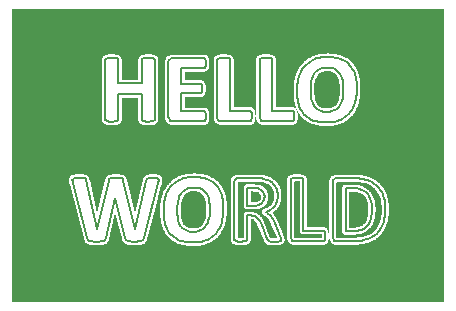
<source format=gbr>
%TF.GenerationSoftware,KiCad,Pcbnew,(6.0.2)*%
%TF.CreationDate,2022-03-09T19:48:55-08:00*%
%TF.ProjectId,IFLFU-test-front,49464c46-552d-4746-9573-742d66726f6e,rev?*%
%TF.SameCoordinates,Original*%
%TF.FileFunction,Copper,L1,Top*%
%TF.FilePolarity,Positive*%
%FSLAX46Y46*%
G04 Gerber Fmt 4.6, Leading zero omitted, Abs format (unit mm)*
G04 Created by KiCad (PCBNEW (6.0.2)) date 2022-03-09 19:48:55*
%MOMM*%
%LPD*%
G01*
G04 APERTURE LIST*
%ADD10C,0.200000*%
G04 APERTURE END LIST*
D10*
X33402295Y-35025781D02*
X33552598Y-34874728D01*
X33717739Y-34739897D01*
X33897716Y-34621288D01*
X34092530Y-34518900D01*
X34210514Y-34467676D01*
X31014844Y-29537400D02*
X30928027Y-29483656D01*
X42319580Y-35271761D02*
X42377522Y-35466419D01*
X42408722Y-35681426D01*
X42414665Y-35836068D01*
X27839844Y-29483656D02*
X27812972Y-29409242D01*
X42137679Y-38180111D02*
X42588298Y-39234310D01*
X41186833Y-29558070D02*
X40993796Y-29504851D01*
X40957389Y-29477455D01*
X37567415Y-24196124D02*
X37772837Y-24184157D01*
X37829932Y-24183721D01*
X28900244Y-27247100D02*
X28900244Y-29409242D01*
X41147559Y-24196124D02*
X41352980Y-24184157D01*
X41410075Y-24183721D01*
X42675114Y-39653923D02*
X42596566Y-39705599D01*
X40130566Y-29533266D02*
X40058219Y-29558070D01*
X45920394Y-25157305D02*
X45747863Y-25273014D01*
X45599757Y-25412659D01*
X45486312Y-25560382D01*
X39783301Y-39643587D02*
X39694417Y-39697331D01*
X43582552Y-39637386D02*
X43493985Y-39449604D01*
X43489535Y-39374870D01*
X43638363Y-28660967D02*
X43710710Y-28683705D01*
X33954199Y-36309424D02*
X33918227Y-36523840D01*
X33897243Y-36723374D01*
X33887051Y-36929121D01*
X33885986Y-37022559D01*
X32744971Y-37076302D02*
X32750784Y-36837484D01*
X32768225Y-36607822D01*
X32797293Y-36387317D01*
X32837988Y-36175969D01*
X32890310Y-35973777D01*
X32910335Y-35908415D01*
X36602100Y-36272217D02*
X36551674Y-36066157D01*
X36475223Y-35861873D01*
X36376790Y-35681039D01*
X37650098Y-35776123D02*
X37704188Y-35974052D01*
X37747088Y-36184916D01*
X37778796Y-36408715D01*
X37799313Y-36645450D01*
X37807862Y-36852610D01*
X37809261Y-36981218D01*
X39810173Y-37531055D02*
X39810173Y-39569173D01*
X35953044Y-35300700D02*
X35755510Y-35224204D01*
X35548804Y-35182217D01*
X35340677Y-35166865D01*
X35291585Y-35166341D01*
X50015234Y-35728581D02*
X49867040Y-35576189D01*
X49692466Y-35448712D01*
X49510872Y-35354444D01*
X36213493Y-25037416D02*
X36147347Y-25060154D01*
X43489535Y-39374870D02*
X43489535Y-34517285D01*
X32143457Y-34353988D02*
X32290218Y-34409798D01*
X45252734Y-26149493D02*
X45216762Y-26363909D01*
X45195778Y-26563443D01*
X45185586Y-26769190D01*
X45184521Y-26862628D01*
X28900244Y-26321059D02*
X30901156Y-26321059D01*
X33952132Y-37810108D02*
X34002354Y-38018549D01*
X34070341Y-38207208D01*
X34165644Y-38391885D01*
X34175374Y-38407487D01*
X28689404Y-34343652D02*
X28896628Y-34346567D01*
X29005664Y-34351921D01*
X36004720Y-26587709D02*
X36015055Y-26784079D01*
X33247266Y-29477455D02*
X33158699Y-29289673D01*
X33154248Y-29214939D01*
X28788623Y-24229197D02*
X28875439Y-24282940D01*
X38259880Y-24229197D02*
X38348763Y-24282940D01*
X28900244Y-29409242D02*
X28875439Y-29483656D01*
X31058252Y-39441016D02*
X30990039Y-39600179D01*
X35973714Y-27108607D02*
X35922038Y-27176820D01*
X35229574Y-39813086D02*
X35001075Y-39807345D01*
X34783767Y-39790122D01*
X34577651Y-39761417D01*
X34351326Y-39713417D01*
X34140234Y-39649789D01*
X26163460Y-34566895D02*
X27101904Y-38663802D01*
X43762386Y-29452650D02*
X43710710Y-29533266D01*
X29507959Y-39441016D02*
X28652197Y-36051042D01*
X31872673Y-24229197D02*
X31961556Y-24282940D01*
X45895589Y-28625828D02*
X46093610Y-28699969D01*
X46301608Y-28740664D01*
X46511588Y-28755543D01*
X46561182Y-28756052D01*
X29911035Y-39732471D02*
X29713027Y-39700314D01*
X29685726Y-39691130D01*
X31446859Y-29582875D02*
X31243921Y-29576468D01*
X31180208Y-29570473D01*
X28900244Y-24357354D02*
X28900244Y-26321059D01*
X47900635Y-26112286D02*
X47850210Y-25906225D01*
X47773759Y-25701942D01*
X47675326Y-25521107D01*
X41042139Y-38366146D02*
X40956356Y-38174943D01*
X40872640Y-38006478D01*
X35922038Y-26389272D02*
X35973714Y-26459551D01*
X43793392Y-29312091D02*
X43762386Y-29452650D01*
X43803727Y-29103318D02*
X43794027Y-29306755D01*
X43793392Y-29312091D01*
X28875439Y-29483656D02*
X28788623Y-29537400D01*
X51321615Y-38223519D02*
X51243639Y-38412872D01*
X51137789Y-38616702D01*
X51015916Y-38802133D01*
X50878018Y-38969167D01*
X50769710Y-39077214D01*
X43811995Y-39718001D02*
X43618959Y-39664782D01*
X43582552Y-39637386D01*
X40223584Y-29103318D02*
X40213884Y-29306755D01*
X40213249Y-29312091D01*
X35922038Y-27176820D02*
X35853825Y-27197491D01*
X50817253Y-35031983D02*
X50958654Y-35183190D01*
X51084428Y-35349235D01*
X51194573Y-35530117D01*
X51289090Y-35725835D01*
X51336084Y-35844336D01*
X28216048Y-34391195D02*
X28391748Y-34353988D01*
X30901156Y-24357354D02*
X30928027Y-24282940D01*
X46335872Y-39693197D02*
X46263525Y-39718001D01*
X34140234Y-39649789D02*
X33944176Y-39570136D01*
X33762956Y-39474064D01*
X33596572Y-39361573D01*
X33424586Y-39212906D01*
X33365088Y-39151628D01*
X40182243Y-29452650D02*
X40130566Y-29533266D01*
X38094515Y-24196124D02*
X38259880Y-24229197D01*
X31988428Y-29409242D02*
X31961556Y-29483656D01*
X40980127Y-24229197D02*
X41147559Y-24196124D01*
X27438835Y-39732471D02*
X27230998Y-39741352D01*
X27072965Y-39742806D01*
X30859814Y-39691130D02*
X30661715Y-39730351D01*
X30636572Y-39732471D01*
X36015055Y-26784079D02*
X36004720Y-26982517D01*
X41170296Y-35501205D02*
X41024289Y-35354290D01*
X40843377Y-35265172D01*
X40777555Y-35244889D01*
X46418555Y-39054476D02*
X46428879Y-39255535D01*
X46428890Y-39263249D01*
X45486312Y-25560382D02*
X45384103Y-25743770D01*
X45304854Y-25947187D01*
X45252734Y-26149493D01*
X42414665Y-35836068D02*
X42403407Y-36046554D01*
X42366103Y-36255682D01*
X42346452Y-36325960D01*
X47664990Y-28202081D02*
X47767198Y-28015849D01*
X47840191Y-27829168D01*
X47894209Y-27625934D01*
X47898568Y-27604701D01*
X36263102Y-24301544D02*
X36294108Y-24433835D01*
X34175374Y-38407487D02*
X34308311Y-38576953D01*
X34471480Y-38713282D01*
X34597054Y-38785759D01*
X28125098Y-34467676D02*
X28216048Y-34391195D01*
X35973714Y-26459551D02*
X36004720Y-26587709D01*
X41928906Y-24282940D02*
X41955778Y-24357354D01*
X47392139Y-39718001D02*
X47199102Y-39664782D01*
X47162695Y-39637386D01*
X50288086Y-37812175D02*
X50337047Y-37607681D01*
X50369985Y-37384875D01*
X50385811Y-37171451D01*
X50389372Y-37001888D01*
X46428890Y-39263249D02*
X46419190Y-39466686D01*
X46418555Y-39472022D01*
X38834521Y-39697331D02*
X38747705Y-39643587D01*
X48942432Y-28011911D02*
X48874752Y-28203202D01*
X48781463Y-28412231D01*
X48672745Y-28606028D01*
X48548596Y-28784592D01*
X48450472Y-28902813D01*
X43489535Y-34517285D02*
X43516406Y-34442871D01*
X37284229Y-29214939D02*
X37284229Y-24357354D01*
X49510872Y-35354444D02*
X49299604Y-35283590D01*
X49077361Y-35242259D01*
X48854280Y-35223365D01*
X48702653Y-35220085D01*
X34237386Y-28706443D02*
X36163883Y-28706443D01*
X41811084Y-39734538D02*
X41647786Y-39703532D01*
X42346452Y-36325960D02*
X42268422Y-36522865D01*
X42162233Y-36698878D01*
X42145947Y-36720768D01*
X25243620Y-34353988D02*
X25449590Y-34344661D01*
X25572282Y-34343652D01*
X37178809Y-34930697D02*
X37308044Y-35085607D01*
X37422640Y-35257332D01*
X37522598Y-35445872D01*
X37607917Y-35651227D01*
X37650098Y-35776123D01*
X36314779Y-28931752D02*
X36325114Y-29132257D01*
X31707308Y-29570473D02*
X31503880Y-29582438D01*
X31446859Y-29582875D01*
X30289307Y-39742806D02*
X30088828Y-39740535D01*
X29911035Y-39732471D01*
X40455094Y-37584798D02*
X40253653Y-37536303D01*
X40149170Y-37531055D01*
X32910335Y-35908415D02*
X32978014Y-35719303D01*
X33071303Y-35512450D01*
X33180021Y-35320433D01*
X33304170Y-35143254D01*
X33402295Y-35025781D01*
X46387549Y-38918050D02*
X46418555Y-39054476D01*
X46561182Y-28756052D02*
X46776284Y-28744279D01*
X46990741Y-28703584D01*
X47179360Y-28633821D01*
X47230908Y-28607224D01*
X30928027Y-24282940D02*
X31014844Y-24229197D01*
X28391748Y-34353988D02*
X28601037Y-34344298D01*
X28689404Y-34343652D01*
X47162695Y-39637386D02*
X47074129Y-39449604D01*
X47069678Y-39374870D01*
X28652197Y-36051042D02*
X28643929Y-36051042D01*
X40777555Y-35244889D02*
X40589453Y-35211817D01*
X41647786Y-39703532D02*
X41563037Y-39645654D01*
X44700830Y-24865850D02*
X44851133Y-24714797D01*
X45016274Y-24579966D01*
X45196251Y-24461357D01*
X45391065Y-24358969D01*
X45509049Y-24307745D01*
X27928727Y-24229197D02*
X28096159Y-24196124D01*
X36004720Y-26982517D02*
X35973714Y-27108607D01*
X30901156Y-26321059D02*
X30901156Y-24357354D01*
X36314779Y-29332761D02*
X36283773Y-29462986D01*
X44208870Y-25748484D02*
X44276549Y-25559372D01*
X44369838Y-25352519D01*
X44478556Y-25160502D01*
X44602705Y-24983323D01*
X44700830Y-24865850D01*
X40864372Y-29214939D02*
X40864372Y-24357354D01*
X42670980Y-39463753D02*
X42691650Y-39577442D01*
X41955778Y-28660967D02*
X43638363Y-28660967D01*
X46528109Y-29653155D02*
X46299610Y-29647414D01*
X46082302Y-29630191D01*
X45876186Y-29601486D01*
X45649861Y-29553485D01*
X45438770Y-29489857D01*
X43793392Y-28894545D02*
X43803716Y-29095604D01*
X43803727Y-29103318D01*
X44554069Y-34442871D02*
X44580941Y-34517285D01*
X37829932Y-24183721D02*
X38031800Y-24190128D01*
X38094515Y-24196124D01*
X47642253Y-29460919D02*
X47424321Y-29535823D01*
X47226029Y-29585384D01*
X47017127Y-29621428D01*
X46797615Y-29643956D01*
X46567494Y-29652967D01*
X46528109Y-29653155D01*
X27839844Y-24282940D02*
X27928727Y-24229197D01*
X45438770Y-29489857D02*
X45242712Y-29410204D01*
X45061491Y-29314133D01*
X44895107Y-29201642D01*
X44723121Y-29052975D01*
X44663623Y-28991697D01*
X41800749Y-37570329D02*
X41918383Y-37739214D01*
X41976449Y-37839046D01*
X36263102Y-24965069D02*
X36213493Y-25037416D01*
X41058675Y-36503727D02*
X41190482Y-36345896D01*
X41232308Y-36261882D01*
X41976449Y-37839046D02*
X42068158Y-38021229D01*
X42137679Y-38180111D01*
X41410075Y-24183721D02*
X41611943Y-24190128D01*
X41674658Y-24196124D01*
X38815918Y-34449072D02*
X39003787Y-34370425D01*
X39045361Y-34368457D01*
X49982161Y-38393018D02*
X50110637Y-38218999D01*
X50206239Y-38037485D01*
X50281654Y-37833768D01*
X50288086Y-37812175D01*
X42588298Y-39234310D02*
X42658060Y-39422282D01*
X42670980Y-39463753D01*
X33154248Y-24551658D02*
X33198213Y-24349416D01*
X33247266Y-24289141D01*
X41232308Y-36261882D02*
X41283346Y-36063153D01*
X41290186Y-35947689D01*
X33476709Y-29558070D02*
X33283673Y-29504851D01*
X33247266Y-29477455D01*
X29187565Y-34387061D02*
X29280583Y-34463542D01*
X40777555Y-34376725D02*
X40982872Y-34392890D01*
X41025602Y-34397396D01*
X43710710Y-28683705D02*
X43762386Y-28758119D01*
X36232096Y-29535333D02*
X36163883Y-29558070D01*
X33154248Y-29214939D02*
X33154248Y-24551658D01*
X40297998Y-35199414D02*
X39810173Y-35199414D01*
X27657943Y-39689063D02*
X27455920Y-39731090D01*
X27438835Y-39732471D01*
X36213493Y-24229197D02*
X36263102Y-24301544D01*
X27106038Y-38663802D02*
X28081689Y-34595833D01*
X34237386Y-26366534D02*
X35853825Y-26366534D01*
X35262646Y-38915983D02*
X35477749Y-38904210D01*
X35692206Y-38863515D01*
X35880825Y-38793752D01*
X35932373Y-38767155D01*
X48948633Y-25616192D02*
X49002723Y-25814121D01*
X49045623Y-26024985D01*
X49077331Y-26248784D01*
X49097848Y-26485518D01*
X49106397Y-26692678D01*
X49107796Y-26821286D01*
X44035238Y-34343652D02*
X44237106Y-34350059D01*
X44299821Y-34356055D01*
X29685726Y-39691130D02*
X29565837Y-39600179D01*
X28081689Y-34595833D02*
X28125098Y-34467676D01*
X30334782Y-38663802D02*
X30343050Y-38663802D01*
X28096159Y-29570473D02*
X27928727Y-29537400D01*
X44299821Y-34356055D02*
X44465186Y-34389128D01*
X39264469Y-39742806D02*
X39057892Y-39735829D01*
X39001953Y-39730404D01*
X40957389Y-29477455D02*
X40868823Y-29289673D01*
X40864372Y-29214939D01*
X31961556Y-24282940D02*
X31988428Y-24357354D01*
X31393115Y-34391195D02*
X31558480Y-34353988D01*
X31014844Y-24229197D02*
X31180208Y-24196124D01*
X47898568Y-27604701D02*
X47934539Y-27387296D01*
X47955523Y-27184383D01*
X47965715Y-26974603D01*
X47966781Y-26879164D01*
X41563037Y-39645654D02*
X41521696Y-39560905D01*
X41674658Y-24196124D02*
X41840023Y-24229197D01*
X51336084Y-35844336D02*
X51405350Y-36063270D01*
X51451181Y-36262579D01*
X51484512Y-36472644D01*
X51505344Y-36693464D01*
X51513677Y-36925039D01*
X51513851Y-36964681D01*
X31180208Y-24196124D02*
X31388359Y-24184157D01*
X31446859Y-24183721D01*
X31707308Y-24196124D02*
X31872673Y-24229197D01*
X26283350Y-39441016D02*
X25067920Y-34773600D01*
X43772721Y-34356055D02*
X43978143Y-34344088D01*
X44035238Y-34343652D01*
X43605290Y-34389128D02*
X43772721Y-34356055D01*
X27833643Y-39441016D02*
X27775765Y-39596045D01*
X31558480Y-34353988D02*
X31768544Y-34344298D01*
X31860270Y-34343652D01*
X27775765Y-39596045D02*
X27657943Y-39689063D01*
X27928727Y-29537400D02*
X27839844Y-29483656D01*
X30343050Y-38663802D02*
X31281494Y-34579297D01*
X47162695Y-34449072D02*
X47350565Y-34370425D01*
X47392139Y-34368457D01*
X31988428Y-24357354D02*
X31988428Y-29409242D01*
X36232096Y-28729180D02*
X36283773Y-28801527D01*
X30636572Y-39732471D02*
X30425466Y-39741584D01*
X30289307Y-39742806D01*
X25074121Y-34409798D02*
X25243620Y-34353988D01*
X28788623Y-29537400D02*
X28623258Y-29570473D01*
X48450472Y-28902813D02*
X48300168Y-29054572D01*
X48135027Y-29189714D01*
X47955050Y-29308239D01*
X47760236Y-29410146D01*
X47642253Y-29460919D01*
X46263525Y-38820899D02*
X46335872Y-38843636D01*
X32900000Y-38300000D02*
X32847314Y-38099527D01*
X32805529Y-37885684D01*
X32774644Y-37658469D01*
X32757233Y-37458909D01*
X32747393Y-37250064D01*
X32744971Y-37076302D01*
X46263525Y-39718001D02*
X43811995Y-39718001D01*
X49978027Y-34535889D02*
X50188455Y-34616855D01*
X50383848Y-34713251D01*
X50564207Y-34825078D01*
X50729532Y-34952336D01*
X50817253Y-35031983D01*
X43710710Y-29533266D02*
X43638363Y-29558070D01*
X30901156Y-27247100D02*
X28900244Y-27247100D01*
X41290186Y-35947689D02*
X41270399Y-35746360D01*
X41198395Y-35547972D01*
X41170296Y-35501205D01*
X37151937Y-39062744D02*
X37001633Y-39214503D01*
X36836492Y-39349645D01*
X36656515Y-39468170D01*
X36461700Y-39570077D01*
X36343717Y-39620850D01*
X25880273Y-34349854D02*
X26051839Y-34378792D01*
X33247266Y-24289141D02*
X33435135Y-24210494D01*
X33476709Y-24208526D01*
X36283773Y-29462986D02*
X36232096Y-29535333D01*
X36147347Y-24208526D02*
X36213493Y-24229197D01*
X44663623Y-28991697D02*
X44535390Y-28836489D01*
X44421995Y-28663874D01*
X44323436Y-28473850D01*
X44239714Y-28266417D01*
X44198535Y-28140069D01*
X36668245Y-37039095D02*
X36664110Y-36833035D01*
X36649577Y-36612645D01*
X36624579Y-36404355D01*
X36602100Y-36272217D01*
X38348763Y-24282940D02*
X38375635Y-24357354D01*
X34187777Y-35720313D02*
X34085568Y-35903701D01*
X34006319Y-36107118D01*
X33954199Y-36309424D01*
X43638363Y-29558070D02*
X41186833Y-29558070D01*
X41840023Y-24229197D02*
X41928906Y-24282940D01*
X28358675Y-29582875D02*
X28152098Y-29575898D01*
X28096159Y-29570473D01*
X25026579Y-34540023D02*
X25074121Y-34409798D01*
X44580941Y-34517285D02*
X44580941Y-38820899D01*
X37399984Y-24229197D02*
X37567415Y-24196124D01*
X42088070Y-39742806D02*
X41882542Y-39738898D01*
X41811084Y-39734538D01*
X40213249Y-29312091D02*
X40182243Y-29452650D01*
X40213249Y-28894545D02*
X40223573Y-29095604D01*
X40223584Y-29103318D01*
X38375635Y-24357354D02*
X38375635Y-28660967D01*
X33365088Y-39151628D02*
X33236855Y-38996421D01*
X33123460Y-38823805D01*
X33024901Y-38633781D01*
X32941179Y-38426349D01*
X32900000Y-38300000D01*
X47251579Y-25140769D02*
X47054045Y-25064273D01*
X46847339Y-25022286D01*
X46639212Y-25006934D01*
X46590120Y-25006410D01*
X31446859Y-24183721D02*
X31652272Y-24190697D01*
X31707308Y-24196124D01*
X26051839Y-34378792D02*
X26130387Y-34444938D01*
X41955778Y-24357354D02*
X41955778Y-28660967D01*
X37284229Y-24357354D02*
X37311100Y-24282940D01*
X28643929Y-36051042D02*
X27833643Y-39441016D01*
X44580941Y-38820899D02*
X46263525Y-38820899D01*
X40130566Y-28683705D02*
X40182243Y-28758119D01*
X34237386Y-27197491D02*
X34237386Y-28706443D01*
X49895345Y-39562972D02*
X49695430Y-39615657D01*
X49481707Y-39657442D01*
X49254177Y-39688327D01*
X49054022Y-39705738D01*
X48844278Y-39715578D01*
X48669580Y-39718001D01*
X38375635Y-28660967D02*
X40058219Y-28660967D01*
X47069678Y-39374870D02*
X47069678Y-34711589D01*
X46627327Y-24113441D02*
X46850206Y-24119109D01*
X47063056Y-24136114D01*
X47265878Y-24164455D01*
X47489829Y-24211848D01*
X47700130Y-24274672D01*
X45250667Y-27650176D02*
X45300890Y-27858617D01*
X45368877Y-28047277D01*
X45464180Y-28231954D01*
X45473910Y-28247556D01*
X35291585Y-35166341D02*
X35076482Y-35178277D01*
X34862025Y-35219537D01*
X34673406Y-35290269D01*
X34621859Y-35317236D01*
X31314567Y-34465609D02*
X31393115Y-34391195D01*
X34210514Y-34467676D02*
X34428643Y-34391965D01*
X34627419Y-34341872D01*
X34837097Y-34305440D01*
X35057674Y-34282670D01*
X35289152Y-34273562D01*
X35328792Y-34273373D01*
X34621859Y-35317236D02*
X34449328Y-35432945D01*
X34301222Y-35572590D01*
X34187777Y-35720313D01*
X48152816Y-38858106D02*
X48719189Y-38858106D01*
X26690560Y-39732471D02*
X26492552Y-39700314D01*
X26465251Y-39691130D01*
X37643896Y-38171843D02*
X37576216Y-38363134D01*
X37482928Y-38572163D01*
X37374210Y-38765960D01*
X37250061Y-38944524D01*
X37151937Y-39062744D01*
X31180208Y-29570473D02*
X31014844Y-29537400D01*
X30928027Y-29483656D02*
X30901156Y-29409242D01*
X51513851Y-36964681D02*
X51509157Y-37189443D01*
X51495077Y-37403809D01*
X51471611Y-37607780D01*
X51431061Y-37838822D01*
X51376995Y-38054894D01*
X51321615Y-38223519D01*
X43516406Y-34442871D02*
X43605290Y-34389128D01*
X50389372Y-37001888D02*
X50382341Y-36792198D01*
X50361248Y-36591012D01*
X50321320Y-36377443D01*
X50300488Y-36294955D01*
X26465251Y-39691130D02*
X26345361Y-39600179D01*
X31860270Y-34343652D02*
X32064297Y-34348103D01*
X32143457Y-34353988D01*
X40058219Y-28660967D02*
X40130566Y-28683705D01*
X46387549Y-39612582D02*
X46335872Y-39693197D01*
X40430290Y-34368457D02*
X40633305Y-34370790D01*
X40777555Y-34376725D01*
X47230908Y-28607224D02*
X47403438Y-28492203D01*
X47551544Y-28351781D01*
X47664990Y-28202081D01*
X25572282Y-34343652D02*
X25774596Y-34345838D01*
X25880273Y-34349854D01*
X40182243Y-28758119D02*
X40213249Y-28894545D01*
X37377246Y-29477455D02*
X37288679Y-29289673D01*
X37284229Y-29214939D01*
X48719189Y-38858106D02*
X48933646Y-38850871D01*
X49153909Y-38825436D01*
X49351935Y-38781689D01*
X49471598Y-38742350D01*
X29565837Y-39600179D02*
X29507959Y-39441016D01*
X48764665Y-34368457D02*
X48982866Y-34372544D01*
X49190470Y-34384807D01*
X49425606Y-34410315D01*
X49645481Y-34447594D01*
X49850095Y-34496647D01*
X49978027Y-34535889D01*
X36163883Y-28706443D02*
X36232096Y-28729180D01*
X44043506Y-26916371D02*
X44049319Y-26677553D01*
X44066760Y-26447891D01*
X44095828Y-26227386D01*
X44136523Y-26016038D01*
X44188845Y-25813846D01*
X44208870Y-25748484D01*
X49107796Y-26821286D02*
X49103758Y-27025852D01*
X49088255Y-27262272D01*
X49061126Y-27488808D01*
X49022368Y-27705462D01*
X48971984Y-27912232D01*
X48942432Y-28011911D01*
X26345361Y-39600179D02*
X26283350Y-39441016D01*
X29280583Y-34463542D02*
X29326058Y-34595833D01*
X40058219Y-29558070D02*
X37606689Y-29558070D01*
X26130387Y-34444938D02*
X26163460Y-34566895D01*
X27812972Y-24357354D02*
X27839844Y-24282940D01*
X47700130Y-24274672D02*
X47896286Y-24353518D01*
X48077804Y-24448982D01*
X48244682Y-24561064D01*
X48417475Y-24709505D01*
X48477344Y-24770766D01*
X39810173Y-35199414D02*
X39810173Y-36716634D01*
X50769710Y-39077214D02*
X50604937Y-39213500D01*
X50425327Y-39332971D01*
X50230880Y-39435627D01*
X50021597Y-39521469D01*
X49895345Y-39562972D01*
X35853825Y-27197491D02*
X34237386Y-27197491D01*
X37606689Y-29558070D02*
X37413653Y-29504851D01*
X37377246Y-29477455D01*
X45184521Y-26862628D02*
X45188655Y-27076180D01*
X45201057Y-27278623D01*
X45224893Y-27493090D01*
X45250667Y-27650176D01*
X48152816Y-35220085D02*
X48152816Y-38858106D01*
X28358675Y-24183721D02*
X28560544Y-24190128D01*
X28623258Y-24196124D01*
X40769287Y-36660824D02*
X40955071Y-36578516D01*
X41058675Y-36503727D01*
X47392139Y-34368457D02*
X48764665Y-34368457D01*
X40864372Y-24357354D02*
X40891243Y-24282940D01*
X25067920Y-34773600D02*
X25029291Y-34574056D01*
X25026579Y-34540023D01*
X41377002Y-37229264D02*
X41555497Y-37334837D01*
X41602311Y-37369824D01*
X42691650Y-39577442D02*
X42675114Y-39653923D01*
X32329492Y-34544157D02*
X32294901Y-34748763D01*
X32286084Y-34786003D01*
X28875439Y-24282940D02*
X28900244Y-24357354D01*
X36283773Y-28801527D02*
X36314779Y-28931752D01*
X36366455Y-38362012D02*
X36468663Y-38175780D01*
X36541656Y-37989099D01*
X36595674Y-37785865D01*
X36600033Y-37764632D01*
X40364144Y-36716634D02*
X40568467Y-36704371D01*
X40769287Y-36660824D01*
X34237386Y-25060154D02*
X34237386Y-26366534D01*
X36376790Y-35681039D02*
X36242593Y-35512250D01*
X36078746Y-35374855D01*
X35953044Y-35300700D01*
X37809261Y-36981218D02*
X37805223Y-37185783D01*
X37789720Y-37422203D01*
X37762590Y-37648740D01*
X37723833Y-37865393D01*
X37673448Y-38072163D01*
X37643896Y-38171843D01*
X39694417Y-39697331D02*
X39529053Y-39730404D01*
X39810173Y-39569173D02*
X39783301Y-39643587D01*
X48702653Y-35220085D02*
X48152816Y-35220085D01*
X36304443Y-24638474D02*
X36294108Y-24834844D01*
X28096159Y-24196124D02*
X28301580Y-24184157D01*
X28358675Y-24183721D01*
X28623258Y-29570473D02*
X28417101Y-29582438D01*
X28358675Y-29582875D01*
X27812972Y-29409242D02*
X27812972Y-24357354D01*
X36343717Y-39620850D02*
X36125786Y-39695754D01*
X35927494Y-39745315D01*
X35718592Y-39781359D01*
X35499080Y-39803887D01*
X35268959Y-39812898D01*
X35229574Y-39813086D01*
X41606445Y-34554492D02*
X41789185Y-34647800D01*
X41962225Y-34770533D01*
X42044661Y-34845947D01*
X36294108Y-24834844D02*
X36263102Y-24965069D01*
X36147347Y-25060154D02*
X34237386Y-25060154D01*
X29326058Y-34595833D02*
X30334782Y-38663802D01*
X49471598Y-38742350D02*
X49669953Y-38648846D01*
X49844371Y-38527497D01*
X49982161Y-38393018D01*
X33885986Y-37022559D02*
X33890120Y-37236111D01*
X33902522Y-37438554D01*
X33926358Y-37653021D01*
X33952132Y-37810108D01*
X40589453Y-35211817D02*
X40385976Y-35200189D01*
X40297998Y-35199414D01*
X48669580Y-39718001D02*
X47392139Y-39718001D01*
X43762386Y-28758119D02*
X43793392Y-28894545D01*
X31281494Y-34579297D02*
X31314567Y-34465609D01*
X39810173Y-36716634D02*
X40364144Y-36716634D01*
X27072965Y-39742806D02*
X26869519Y-39740535D01*
X26690560Y-39732471D01*
X41819352Y-37022559D02*
X41639050Y-37125201D01*
X41453204Y-37203506D01*
X41377002Y-37229264D01*
X47069678Y-34711589D02*
X47113643Y-34509347D01*
X47162695Y-34449072D01*
X45509049Y-24307745D02*
X45727178Y-24232034D01*
X45925954Y-24181940D01*
X46135632Y-24145508D01*
X46356209Y-24122738D01*
X46587687Y-24113630D01*
X46627327Y-24113441D01*
X41025602Y-34397396D02*
X41239722Y-34436476D01*
X41438698Y-34491188D01*
X41606445Y-34554492D01*
X39045361Y-34368457D02*
X40430290Y-34368457D01*
X36401595Y-34434603D02*
X36597751Y-34513449D01*
X36779269Y-34608914D01*
X36946147Y-34720995D01*
X37118940Y-34869436D01*
X37178809Y-34930697D01*
X36294108Y-24433835D02*
X36304443Y-24638474D01*
X37311100Y-24282940D02*
X37399984Y-24229197D01*
X38722900Y-34711589D02*
X38766865Y-34509347D01*
X38815918Y-34449072D01*
X40872640Y-38006478D02*
X40762020Y-37830293D01*
X40688672Y-37743962D01*
X32290218Y-34409798D02*
X32329492Y-34544157D01*
X47675326Y-25521107D02*
X47541128Y-25352319D01*
X47377282Y-25214924D01*
X47251579Y-25140769D01*
X28623258Y-24196124D02*
X28788623Y-24229197D01*
X47966781Y-26879164D02*
X47962646Y-26673104D01*
X47948112Y-26452714D01*
X47923114Y-26244424D01*
X47900635Y-26112286D01*
X42044661Y-34845947D02*
X42176789Y-35002979D01*
X42280943Y-35181844D01*
X42319580Y-35271761D01*
X31872673Y-29537400D02*
X31707308Y-29570473D01*
X46418555Y-39472022D02*
X46387549Y-39612582D01*
X30901156Y-29409242D02*
X30901156Y-27247100D01*
X39529053Y-39730404D02*
X39322895Y-39742369D01*
X39264469Y-39742806D01*
X35328792Y-34273373D02*
X35551671Y-34279041D01*
X35764521Y-34296045D01*
X35967343Y-34324387D01*
X36191294Y-34371779D01*
X36401595Y-34434603D01*
X42145947Y-36720768D02*
X42008298Y-36873557D01*
X41843397Y-37006361D01*
X41819352Y-37022559D01*
X40891243Y-24282940D02*
X40980127Y-24229197D01*
X46335872Y-38843636D02*
X46387549Y-38918050D01*
X42414665Y-39734538D02*
X42208782Y-39741998D01*
X42088070Y-39742806D01*
X38747705Y-39643587D02*
X38722900Y-39569173D01*
X50300488Y-36294955D02*
X50234439Y-36099311D01*
X50137537Y-35903687D01*
X50015234Y-35728581D01*
X44465186Y-34389128D02*
X44554069Y-34442871D01*
X32286084Y-34786003D02*
X31058252Y-39441016D01*
X31961556Y-29483656D02*
X31872673Y-29537400D01*
X41602311Y-37369824D02*
X41753464Y-37513614D01*
X41800749Y-37570329D01*
X36600033Y-37764632D02*
X36636004Y-37547227D01*
X36656987Y-37344314D01*
X36667179Y-37134534D01*
X36668245Y-37039095D01*
X48477344Y-24770766D02*
X48606579Y-24925676D01*
X48721176Y-25097401D01*
X48821133Y-25285941D01*
X48906452Y-25491296D01*
X48948633Y-25616192D01*
X40149170Y-37531055D02*
X39810173Y-37531055D01*
X35932373Y-38767155D02*
X36104903Y-38652134D01*
X36253009Y-38511712D01*
X36366455Y-38362012D01*
X46590120Y-25006410D02*
X46375017Y-25018346D01*
X46160560Y-25059606D01*
X45971941Y-25130338D01*
X45920394Y-25157305D01*
X29005664Y-34351921D02*
X29187565Y-34387061D01*
X35853825Y-26366534D02*
X35922038Y-26389272D01*
X45473910Y-28247556D02*
X45606846Y-28417022D01*
X45770015Y-28553351D01*
X45895589Y-28625828D01*
X36325114Y-29132257D02*
X36314779Y-29332761D01*
X34597054Y-38785759D02*
X34795075Y-38859900D01*
X35003073Y-38900595D01*
X35213052Y-38915474D01*
X35262646Y-38915983D01*
X33476709Y-24208526D02*
X36147347Y-24208526D01*
X40688672Y-37743962D02*
X40527055Y-37619116D01*
X40455094Y-37584798D01*
X30990039Y-39600179D02*
X30859814Y-39691130D01*
X38722900Y-39569173D02*
X38722900Y-34711589D01*
X42596566Y-39705599D02*
X42414665Y-39734538D01*
X36163883Y-29558070D02*
X33476709Y-29558070D01*
X44198535Y-28140069D02*
X44145849Y-27939596D01*
X44104064Y-27725753D01*
X44073179Y-27498538D01*
X44055768Y-27298978D01*
X44045928Y-27090133D01*
X44043506Y-26916371D01*
X41521696Y-39560905D02*
X41042139Y-38366146D01*
X27101904Y-38663802D02*
X27106038Y-38663802D01*
X39001953Y-39730404D02*
X38834521Y-39697331D01*
%TA.AperFunction,NonConductor*%
G36*
X46626197Y-25306812D02*
G01*
X46626929Y-25306843D01*
X46805538Y-25320018D01*
X46807003Y-25320220D01*
X46968448Y-25353012D01*
X46970336Y-25353566D01*
X47101826Y-25404486D01*
X47119424Y-25411301D01*
X47121144Y-25412134D01*
X47202674Y-25460231D01*
X47204247Y-25461343D01*
X47217858Y-25472756D01*
X47324256Y-25561976D01*
X47325888Y-25563652D01*
X47423657Y-25686623D01*
X47424769Y-25688300D01*
X47499791Y-25826125D01*
X47500467Y-25827604D01*
X47516762Y-25871146D01*
X47562782Y-25994117D01*
X47563189Y-25995437D01*
X47580738Y-26067149D01*
X47604688Y-26165017D01*
X47606586Y-26172774D01*
X47606753Y-26173582D01*
X47626078Y-26287181D01*
X47626159Y-26287735D01*
X47647632Y-26466643D01*
X47649254Y-26480159D01*
X47649311Y-26480767D01*
X47655573Y-26575741D01*
X47662826Y-26685734D01*
X47662849Y-26686269D01*
X47664018Y-26744514D01*
X47666378Y-26862089D01*
X47666744Y-26880347D01*
X47666745Y-26880694D01*
X47666396Y-26911975D01*
X47665798Y-26965430D01*
X47665785Y-26965867D01*
X47661632Y-27051350D01*
X47656371Y-27159659D01*
X47656289Y-27161338D01*
X47656242Y-27161964D01*
X47652936Y-27193933D01*
X47637106Y-27346997D01*
X47637011Y-27347703D01*
X47603573Y-27549798D01*
X47603491Y-27550240D01*
X47602131Y-27556868D01*
X47601977Y-27557521D01*
X47554784Y-27735073D01*
X47554374Y-27736329D01*
X47495139Y-27887823D01*
X47494499Y-27889191D01*
X47413005Y-28037681D01*
X47412073Y-28039119D01*
X47381577Y-28079361D01*
X47329353Y-28148275D01*
X47327871Y-28150230D01*
X47326603Y-28151646D01*
X47216389Y-28256142D01*
X47214829Y-28257386D01*
X47151732Y-28299452D01*
X47078995Y-28347945D01*
X47077873Y-28348605D01*
X47058723Y-28358485D01*
X47057418Y-28359060D01*
X46911102Y-28413177D01*
X46909229Y-28413697D01*
X46855991Y-28423800D01*
X46740732Y-28445671D01*
X46739190Y-28445859D01*
X46568497Y-28455203D01*
X46554878Y-28455948D01*
X46554121Y-28455964D01*
X46524092Y-28455656D01*
X46523401Y-28455628D01*
X46461477Y-28451240D01*
X46341873Y-28442765D01*
X46340454Y-28442576D01*
X46176517Y-28410502D01*
X46174662Y-28409978D01*
X46046220Y-28361887D01*
X46024947Y-28353922D01*
X46023201Y-28353098D01*
X45943328Y-28306998D01*
X45941675Y-28305844D01*
X45824353Y-28207821D01*
X45822649Y-28206063D01*
X45804046Y-28182348D01*
X45723258Y-28079359D01*
X45722068Y-28077505D01*
X45644814Y-27927803D01*
X45644204Y-27926405D01*
X45604324Y-27815740D01*
X45588909Y-27772963D01*
X45588543Y-27771741D01*
X45581050Y-27740640D01*
X45575093Y-27715918D01*
X45545019Y-27591100D01*
X45544847Y-27590253D01*
X45522243Y-27452495D01*
X45522161Y-27451893D01*
X45500074Y-27253158D01*
X45500024Y-27252581D01*
X45492070Y-27122742D01*
X45488492Y-27064345D01*
X45488473Y-27063874D01*
X45488236Y-27051590D01*
X45484557Y-26861574D01*
X45484556Y-26861228D01*
X45485499Y-26778537D01*
X45485512Y-26778107D01*
X45485851Y-26771276D01*
X45494984Y-26586894D01*
X45495034Y-26586253D01*
X45514115Y-26404807D01*
X45514211Y-26404103D01*
X45517526Y-26384343D01*
X45546384Y-26212331D01*
X45546591Y-26211358D01*
X45547691Y-26207091D01*
X45573301Y-26107688D01*
X45590723Y-26040065D01*
X45591151Y-26038737D01*
X45655877Y-25872595D01*
X45656559Y-25871146D01*
X45695708Y-25800903D01*
X45737236Y-25726392D01*
X45738176Y-25724964D01*
X45743319Y-25718268D01*
X45822475Y-25615194D01*
X45823728Y-25613807D01*
X45934889Y-25508996D01*
X45936398Y-25507792D01*
X46040132Y-25438222D01*
X46073408Y-25415906D01*
X46074490Y-25415262D01*
X46093970Y-25405072D01*
X46095278Y-25404488D01*
X46216118Y-25359172D01*
X46241222Y-25349758D01*
X46243120Y-25349224D01*
X46291293Y-25339956D01*
X46411063Y-25316913D01*
X46412612Y-25316722D01*
X46596459Y-25306520D01*
X46597221Y-25306503D01*
X46626197Y-25306812D01*
G37*
%TD.AperFunction*%
%TA.AperFunction,NonConductor*%
G36*
X48699566Y-35520088D02*
G01*
X48837994Y-35523082D01*
X48838723Y-35523121D01*
X49036605Y-35539881D01*
X49037739Y-35540034D01*
X49223312Y-35574545D01*
X49224886Y-35574953D01*
X49313752Y-35604757D01*
X49392499Y-35631167D01*
X49394170Y-35631876D01*
X49533194Y-35704045D01*
X49534703Y-35704980D01*
X49668845Y-35802933D01*
X49670333Y-35804225D01*
X49705818Y-35840715D01*
X49776030Y-35912915D01*
X49782545Y-35919615D01*
X49783747Y-35921070D01*
X49876009Y-36053165D01*
X49878202Y-36056305D01*
X49879093Y-36057810D01*
X49954539Y-36210117D01*
X49956306Y-36213685D01*
X49956906Y-36215134D01*
X49983963Y-36295279D01*
X50012346Y-36379353D01*
X50012605Y-36380230D01*
X50028064Y-36441444D01*
X50028221Y-36442159D01*
X50031196Y-36458073D01*
X50062699Y-36626575D01*
X50064056Y-36633834D01*
X50064190Y-36634754D01*
X50078074Y-36767190D01*
X50082823Y-36812483D01*
X50082880Y-36813311D01*
X50089255Y-37003440D01*
X50089259Y-37004078D01*
X50088138Y-37057492D01*
X50086704Y-37125798D01*
X50086051Y-37156881D01*
X50086023Y-37157488D01*
X50079450Y-37246122D01*
X50071645Y-37351374D01*
X50071551Y-37352220D01*
X50042283Y-37550201D01*
X50042087Y-37551214D01*
X50004045Y-37710107D01*
X49998311Y-37734055D01*
X49998152Y-37734651D01*
X49997523Y-37736763D01*
X49997031Y-37738414D01*
X49996790Y-37739135D01*
X49931955Y-37914273D01*
X49931335Y-37915663D01*
X49868738Y-38034514D01*
X49856206Y-38058307D01*
X49855267Y-38059804D01*
X49755804Y-38194524D01*
X49754563Y-38195948D01*
X49703165Y-38246112D01*
X49656722Y-38291440D01*
X49653323Y-38294757D01*
X49651835Y-38295987D01*
X49626267Y-38313775D01*
X49520079Y-38387653D01*
X49518386Y-38388632D01*
X49361030Y-38462810D01*
X49359695Y-38463342D01*
X49301243Y-38482558D01*
X49280195Y-38489478D01*
X49273086Y-38491815D01*
X49271956Y-38492125D01*
X49104802Y-38529051D01*
X49103620Y-38529249D01*
X48911810Y-38551398D01*
X48910863Y-38551468D01*
X48714324Y-38558099D01*
X48713929Y-38558106D01*
X48464516Y-38558106D01*
X48456243Y-38554679D01*
X48452816Y-38546406D01*
X48452816Y-35531785D01*
X48456243Y-35523512D01*
X48464516Y-35520085D01*
X48699314Y-35520085D01*
X48699566Y-35520088D01*
G37*
%TD.AperFunction*%
%TA.AperFunction,NonConductor*%
G36*
X48761950Y-34668459D02*
G01*
X48970998Y-34672375D01*
X48971424Y-34672391D01*
X49165154Y-34683834D01*
X49165707Y-34683880D01*
X49383995Y-34707561D01*
X49384666Y-34707655D01*
X49584985Y-34741619D01*
X49585747Y-34741774D01*
X49770712Y-34786116D01*
X49771393Y-34786302D01*
X49873993Y-34817774D01*
X49879669Y-34819515D01*
X49880431Y-34819778D01*
X50046800Y-34883791D01*
X50067475Y-34891746D01*
X50068449Y-34892173D01*
X50237591Y-34975618D01*
X50238580Y-34976167D01*
X50392733Y-35071746D01*
X50393705Y-35072419D01*
X50415826Y-35089446D01*
X50536519Y-35182348D01*
X50537230Y-35182943D01*
X50572550Y-35215013D01*
X50606159Y-35245529D01*
X50606840Y-35246200D01*
X50728493Y-35376289D01*
X50729269Y-35377211D01*
X50835754Y-35517791D01*
X50836409Y-35518753D01*
X50930465Y-35673212D01*
X50931006Y-35674206D01*
X50942450Y-35697903D01*
X51014038Y-35846142D01*
X51014378Y-35846917D01*
X51032247Y-35891976D01*
X51052391Y-35942770D01*
X51053123Y-35944617D01*
X51053402Y-35945401D01*
X51115543Y-36141814D01*
X51115790Y-36142721D01*
X51156413Y-36319379D01*
X51156566Y-36320168D01*
X51186671Y-36509906D01*
X51186764Y-36510640D01*
X51205820Y-36712629D01*
X51205864Y-36713307D01*
X51209354Y-36810279D01*
X51213408Y-36922939D01*
X51213693Y-36930868D01*
X51213701Y-36931223D01*
X51213727Y-36937125D01*
X51213836Y-36962092D01*
X51213833Y-36962387D01*
X51211667Y-37066113D01*
X51209388Y-37175297D01*
X51209369Y-37176190D01*
X51209347Y-37176704D01*
X51200745Y-37307677D01*
X51196221Y-37376546D01*
X51196169Y-37377116D01*
X51194235Y-37393924D01*
X51176258Y-37550201D01*
X51174634Y-37564314D01*
X51174536Y-37564991D01*
X51163036Y-37630515D01*
X51137504Y-37775984D01*
X51137330Y-37776801D01*
X51114531Y-37867921D01*
X51088936Y-37970213D01*
X51088700Y-37971155D01*
X51088469Y-37971956D01*
X51067614Y-38035457D01*
X51040162Y-38119043D01*
X51039865Y-38119847D01*
X50971483Y-38285906D01*
X50971047Y-38286843D01*
X50878918Y-38464251D01*
X50878312Y-38465285D01*
X50829934Y-38538893D01*
X50777594Y-38618529D01*
X50774533Y-38623186D01*
X50773782Y-38624204D01*
X50689250Y-38726597D01*
X50656244Y-38766577D01*
X50655484Y-38767411D01*
X50597878Y-38824879D01*
X50568119Y-38854566D01*
X50567313Y-38855299D01*
X50426244Y-38971979D01*
X50425267Y-38972705D01*
X50367058Y-39011424D01*
X50276469Y-39071681D01*
X50272318Y-39074442D01*
X50271305Y-39075044D01*
X50217782Y-39103301D01*
X50104125Y-39163304D01*
X50103103Y-39163782D01*
X49985914Y-39211850D01*
X49947165Y-39227744D01*
X49918094Y-39239668D01*
X49917312Y-39239956D01*
X49810509Y-39275066D01*
X49809856Y-39275259D01*
X49791628Y-39280063D01*
X49628711Y-39322996D01*
X49627975Y-39323165D01*
X49513611Y-39345525D01*
X49433045Y-39361277D01*
X49432382Y-39361386D01*
X49264749Y-39384141D01*
X49221262Y-39390044D01*
X49220703Y-39390106D01*
X49190584Y-39392726D01*
X49034209Y-39406329D01*
X49033743Y-39406360D01*
X48978741Y-39408940D01*
X48835326Y-39415668D01*
X48834992Y-39415678D01*
X48668134Y-39417992D01*
X48667584Y-39418000D01*
X48667422Y-39418001D01*
X47434318Y-39418001D01*
X47431208Y-39417580D01*
X47389846Y-39406177D01*
X47382374Y-39399888D01*
X47371120Y-39376024D01*
X47370023Y-39371731D01*
X47369699Y-39366300D01*
X47369678Y-39365603D01*
X47369678Y-38828324D01*
X47849076Y-38828324D01*
X47849169Y-38829400D01*
X47849169Y-38829401D01*
X47852772Y-38871000D01*
X47852816Y-38872010D01*
X47852816Y-38886011D01*
X47852914Y-38886535D01*
X47852914Y-38886539D01*
X47855059Y-38898057D01*
X47855213Y-38899189D01*
X47855704Y-38904854D01*
X47858719Y-38939666D01*
X47864628Y-38951754D01*
X47865617Y-38954747D01*
X47867366Y-38964137D01*
X47868081Y-38967976D01*
X47887272Y-38999109D01*
X47889407Y-39002573D01*
X47889956Y-39003570D01*
X47907799Y-39040072D01*
X47913234Y-39045113D01*
X47917663Y-39049222D01*
X47919666Y-39051661D01*
X47926725Y-39063113D01*
X47947974Y-39079271D01*
X47959065Y-39087705D01*
X47959940Y-39088440D01*
X47988940Y-39115342D01*
X47988942Y-39115343D01*
X47989733Y-39116077D01*
X47990735Y-39116477D01*
X47990737Y-39116478D01*
X47997531Y-39119188D01*
X48002232Y-39121064D01*
X48004975Y-39122617D01*
X48015685Y-39130760D01*
X48054710Y-39142061D01*
X48055782Y-39142428D01*
X48067429Y-39147075D01*
X48092771Y-39157186D01*
X48092772Y-39157186D01*
X48093536Y-39157491D01*
X48097584Y-39157888D01*
X48099521Y-39158078D01*
X48099526Y-39158078D01*
X48099809Y-39158106D01*
X48108460Y-39158106D01*
X48111715Y-39158568D01*
X48123034Y-39161846D01*
X48124110Y-39161753D01*
X48124111Y-39161753D01*
X48165710Y-39158150D01*
X48166720Y-39158106D01*
X48664625Y-39158106D01*
X48668591Y-39158799D01*
X48670037Y-39159320D01*
X48670860Y-39159373D01*
X48670861Y-39159373D01*
X48673747Y-39159558D01*
X48676327Y-39159723D01*
X48676624Y-39159713D01*
X48724051Y-39158113D01*
X48724445Y-39158106D01*
X48747094Y-39158106D01*
X48751285Y-39157325D01*
X48753023Y-39157135D01*
X48896810Y-39152284D01*
X48900263Y-39152685D01*
X48908299Y-39154863D01*
X48908302Y-39154863D01*
X48909101Y-39155080D01*
X48909926Y-39155066D01*
X48909928Y-39155066D01*
X48913976Y-39154996D01*
X48915403Y-39154971D01*
X48915687Y-39154938D01*
X48915690Y-39154938D01*
X48955474Y-39150344D01*
X48956421Y-39150274D01*
X48961534Y-39150101D01*
X48971650Y-39149760D01*
X48983193Y-39147204D01*
X48984371Y-39147007D01*
X49145000Y-39128458D01*
X49148231Y-39128535D01*
X49159791Y-39130427D01*
X49159794Y-39130427D01*
X49160606Y-39130560D01*
X49164101Y-39130139D01*
X49166584Y-39129841D01*
X49166590Y-39129840D01*
X49166864Y-39129807D01*
X49198426Y-39122834D01*
X49203021Y-39121819D01*
X49204203Y-39121621D01*
X49215091Y-39120364D01*
X49216044Y-39120254D01*
X49216551Y-39120098D01*
X49216559Y-39120096D01*
X49230587Y-39115770D01*
X49231500Y-39115528D01*
X49373712Y-39084111D01*
X49376961Y-39083858D01*
X49389119Y-39084613D01*
X49392506Y-39083856D01*
X49394995Y-39083300D01*
X49395001Y-39083298D01*
X49395271Y-39083238D01*
X49430783Y-39071563D01*
X49431911Y-39071254D01*
X49443375Y-39068722D01*
X49443380Y-39068721D01*
X49443898Y-39068606D01*
X49457574Y-39062799D01*
X49458474Y-39062461D01*
X49526932Y-39039955D01*
X49529873Y-39039392D01*
X49530348Y-39039363D01*
X49545634Y-39038431D01*
X49546406Y-39038156D01*
X49546409Y-39038155D01*
X49551315Y-39036404D01*
X49551570Y-39036313D01*
X49551813Y-39036199D01*
X49551819Y-39036196D01*
X49582169Y-39021889D01*
X49583504Y-39021357D01*
X49586466Y-39020383D01*
X49591798Y-39018630D01*
X49608081Y-39009698D01*
X49608705Y-39009380D01*
X49720568Y-38956648D01*
X49767671Y-38934444D01*
X49770012Y-38933631D01*
X49791469Y-38928646D01*
X49791475Y-38928644D01*
X49792274Y-38928458D01*
X49797774Y-38925381D01*
X49819830Y-38910036D01*
X49821517Y-38909060D01*
X49823113Y-38908308D01*
X49845149Y-38892423D01*
X49845288Y-38892324D01*
X49855133Y-38885475D01*
X49988047Y-38793001D01*
X49990242Y-38791800D01*
X50008600Y-38784176D01*
X50011054Y-38783157D01*
X50015973Y-38779216D01*
X50023428Y-38771940D01*
X50035420Y-38760237D01*
X50036908Y-38759007D01*
X50038170Y-38758129D01*
X50038171Y-38758128D01*
X50038611Y-38757822D01*
X50057344Y-38738840D01*
X50057432Y-38738753D01*
X50069888Y-38726597D01*
X50167159Y-38631663D01*
X50169164Y-38630093D01*
X50187104Y-38618965D01*
X50187807Y-38618529D01*
X50188360Y-38617916D01*
X50188362Y-38617914D01*
X50191834Y-38614062D01*
X50192027Y-38613848D01*
X50208520Y-38591508D01*
X50209758Y-38590088D01*
X50211668Y-38588224D01*
X50226457Y-38567219D01*
X50226598Y-38567023D01*
X50269288Y-38509199D01*
X50330652Y-38426082D01*
X50332468Y-38424134D01*
X50347275Y-38411500D01*
X50347279Y-38411496D01*
X50347902Y-38410964D01*
X50348353Y-38410280D01*
X50351215Y-38405937D01*
X50351219Y-38405930D01*
X50351370Y-38405701D01*
X50365073Y-38379684D01*
X50366012Y-38378187D01*
X50368242Y-38375167D01*
X50368561Y-38374735D01*
X50368792Y-38374259D01*
X50368795Y-38374254D01*
X50378826Y-38353585D01*
X50379000Y-38353242D01*
X50453396Y-38211991D01*
X50455062Y-38209605D01*
X50465869Y-38197629D01*
X50466423Y-38197015D01*
X50467423Y-38194956D01*
X50469053Y-38191602D01*
X50469056Y-38191596D01*
X50469177Y-38191346D01*
X50478380Y-38166486D01*
X50480521Y-38160703D01*
X50481141Y-38159313D01*
X50484427Y-38153074D01*
X50484430Y-38153068D01*
X50484677Y-38152598D01*
X50484834Y-38152090D01*
X50484837Y-38152084D01*
X50490540Y-38133686D01*
X50490743Y-38133088D01*
X50491441Y-38131204D01*
X50545791Y-37984392D01*
X50547582Y-37981202D01*
X50551657Y-37976049D01*
X50554037Y-37970213D01*
X50560975Y-37946921D01*
X50562629Y-37943517D01*
X50564959Y-37940216D01*
X50565439Y-37939536D01*
X50567498Y-37933578D01*
X50577864Y-37890282D01*
X50578026Y-37889678D01*
X50579392Y-37885095D01*
X50583568Y-37871074D01*
X50584363Y-37863557D01*
X50584619Y-37862066D01*
X50585090Y-37860102D01*
X50614553Y-37737044D01*
X50618121Y-37722143D01*
X50619383Y-37718989D01*
X50621660Y-37715070D01*
X50624544Y-37710107D01*
X50626070Y-37703991D01*
X50631810Y-37665163D01*
X50632006Y-37664150D01*
X50635173Y-37650921D01*
X50635299Y-37650396D01*
X50635957Y-37637478D01*
X50636068Y-37636362D01*
X50654783Y-37509765D01*
X50659691Y-37476560D01*
X50660748Y-37473145D01*
X50663806Y-37466873D01*
X50663806Y-37466872D01*
X50664167Y-37466132D01*
X50664308Y-37465319D01*
X50665195Y-37460207D01*
X50665196Y-37460199D01*
X50665244Y-37459922D01*
X50667164Y-37434026D01*
X50668326Y-37418360D01*
X50668420Y-37417514D01*
X50670762Y-37401673D01*
X50670762Y-37401669D01*
X50670840Y-37401143D01*
X50670449Y-37390692D01*
X50670473Y-37389395D01*
X50670533Y-37388584D01*
X50681184Y-37244968D01*
X50682076Y-37241276D01*
X50683885Y-37237004D01*
X50684632Y-37230745D01*
X50685572Y-37186004D01*
X50685600Y-37185397D01*
X50685947Y-37180725D01*
X50687053Y-37165807D01*
X50686249Y-37158530D01*
X50686181Y-37157002D01*
X50686334Y-37149745D01*
X50686993Y-37118355D01*
X50688231Y-37059410D01*
X50688921Y-37055688D01*
X50690296Y-37051875D01*
X50690575Y-37051102D01*
X50690980Y-37044812D01*
X50690280Y-37023932D01*
X50689489Y-37000331D01*
X50689485Y-36999694D01*
X50689881Y-36980833D01*
X50689881Y-36980828D01*
X50689892Y-36980288D01*
X50688662Y-36972818D01*
X50688515Y-36971316D01*
X50688388Y-36967504D01*
X50683802Y-36830736D01*
X50684235Y-36827166D01*
X50685645Y-36822171D01*
X50686275Y-36819938D01*
X50686233Y-36813635D01*
X50681858Y-36771908D01*
X50681801Y-36771080D01*
X50681576Y-36764382D01*
X50681237Y-36754255D01*
X50679042Y-36744328D01*
X50678830Y-36743022D01*
X50664526Y-36606593D01*
X50664683Y-36603108D01*
X50666269Y-36595072D01*
X50666269Y-36595069D01*
X50666428Y-36594264D01*
X50665880Y-36587984D01*
X50658437Y-36548175D01*
X50658304Y-36547254D01*
X50656760Y-36532518D01*
X50656759Y-36532514D01*
X50656703Y-36531978D01*
X50653383Y-36520795D01*
X50653098Y-36519615D01*
X50625392Y-36371414D01*
X50625295Y-36367723D01*
X50625998Y-36362435D01*
X50625998Y-36362432D01*
X50626107Y-36361612D01*
X50625167Y-36355379D01*
X50614577Y-36313446D01*
X50614420Y-36312731D01*
X50611181Y-36295405D01*
X50611180Y-36295403D01*
X50611083Y-36294882D01*
X50608970Y-36289417D01*
X50607897Y-36286641D01*
X50607466Y-36285287D01*
X50602977Y-36267513D01*
X50602638Y-36264016D01*
X50603061Y-36256183D01*
X50603106Y-36255359D01*
X50601682Y-36249218D01*
X50601032Y-36247291D01*
X50588631Y-36210558D01*
X50588372Y-36209681D01*
X50584653Y-36194958D01*
X50584523Y-36194442D01*
X50579782Y-36184146D01*
X50579327Y-36183000D01*
X50565423Y-36141814D01*
X50531015Y-36039895D01*
X50530439Y-36037095D01*
X50530072Y-36032526D01*
X50529027Y-36019542D01*
X50528043Y-36016945D01*
X50526900Y-36013926D01*
X50526898Y-36013921D01*
X50526794Y-36013647D01*
X50512570Y-35984933D01*
X50511978Y-35983505D01*
X50509753Y-35976913D01*
X50509494Y-35976449D01*
X50509491Y-35976443D01*
X50499742Y-35959004D01*
X50499471Y-35958488D01*
X50498734Y-35956999D01*
X50463762Y-35886398D01*
X50422411Y-35802919D01*
X50421503Y-35800395D01*
X50417114Y-35781658D01*
X50417114Y-35781657D01*
X50416926Y-35780856D01*
X50413838Y-35775361D01*
X50396873Y-35751072D01*
X50395981Y-35749566D01*
X50394217Y-35746003D01*
X50394215Y-35746001D01*
X50393977Y-35745519D01*
X50380029Y-35726943D01*
X50379797Y-35726623D01*
X50280803Y-35584888D01*
X50279582Y-35582657D01*
X50271511Y-35563123D01*
X50271510Y-35563121D01*
X50271195Y-35562359D01*
X50267262Y-35557433D01*
X50265769Y-35555897D01*
X50254749Y-35544565D01*
X50247918Y-35537541D01*
X50246716Y-35536086D01*
X50245508Y-35534356D01*
X50245507Y-35534355D01*
X50245204Y-35533921D01*
X50240508Y-35529303D01*
X50231377Y-35520325D01*
X50226848Y-35515872D01*
X50226714Y-35515737D01*
X50150159Y-35437013D01*
X50105250Y-35390831D01*
X50103728Y-35388894D01*
X50091908Y-35370061D01*
X50091906Y-35370059D01*
X50091470Y-35369364D01*
X50086766Y-35365168D01*
X50086536Y-35365000D01*
X50086531Y-35364996D01*
X50065232Y-35349444D01*
X50063751Y-35348158D01*
X50062659Y-35347035D01*
X50048910Y-35337318D01*
X50040149Y-35331126D01*
X50040002Y-35331020D01*
X49898304Y-35227549D01*
X49896349Y-35225747D01*
X49883559Y-35210937D01*
X49883556Y-35210935D01*
X49883016Y-35210309D01*
X49882321Y-35209857D01*
X49877979Y-35207033D01*
X49877970Y-35207028D01*
X49877732Y-35206873D01*
X49877476Y-35206740D01*
X49877469Y-35206736D01*
X49863004Y-35199227D01*
X49851736Y-35193378D01*
X49850231Y-35192445D01*
X49847283Y-35190292D01*
X49847279Y-35190289D01*
X49846848Y-35189975D01*
X49846366Y-35189744D01*
X49846364Y-35189743D01*
X49830905Y-35182341D01*
X49825486Y-35179746D01*
X49825187Y-35179597D01*
X49738631Y-35134664D01*
X49680411Y-35104441D01*
X49678236Y-35102981D01*
X49662903Y-35089982D01*
X49662271Y-35089446D01*
X49656519Y-35086868D01*
X49656260Y-35086781D01*
X49656252Y-35086778D01*
X49629242Y-35077720D01*
X49627572Y-35077011D01*
X49624807Y-35075576D01*
X49624805Y-35075575D01*
X49624325Y-35075326D01*
X49601061Y-35068264D01*
X49600782Y-35068175D01*
X49430764Y-35011156D01*
X49428243Y-35009958D01*
X49412624Y-35000090D01*
X49411825Y-34999859D01*
X49411823Y-34999858D01*
X49406850Y-34998420D01*
X49406845Y-34998419D01*
X49406569Y-34998339D01*
X49375891Y-34992633D01*
X49374327Y-34992228D01*
X49368538Y-34990287D01*
X49368009Y-34990213D01*
X49368006Y-34990212D01*
X49356205Y-34988556D01*
X49347320Y-34987308D01*
X49346834Y-34987230D01*
X49175567Y-34955379D01*
X49172472Y-34954340D01*
X49161696Y-34948945D01*
X49160882Y-34948795D01*
X49160879Y-34948794D01*
X49157767Y-34948221D01*
X49155497Y-34947803D01*
X49155216Y-34947779D01*
X49155207Y-34947778D01*
X49137008Y-34946237D01*
X49118123Y-34944638D01*
X49116992Y-34944486D01*
X49108133Y-34942838D01*
X49105306Y-34942312D01*
X49105304Y-34942312D01*
X49104778Y-34942214D01*
X49104237Y-34942214D01*
X49096813Y-34942216D01*
X49090045Y-34942218D01*
X49089060Y-34942176D01*
X48929326Y-34928647D01*
X48925743Y-34927760D01*
X48920777Y-34925653D01*
X48920776Y-34925653D01*
X48920020Y-34925332D01*
X48918824Y-34925189D01*
X48914041Y-34924615D01*
X48914032Y-34924614D01*
X48913762Y-34924582D01*
X48870578Y-34923648D01*
X48869844Y-34923609D01*
X48865440Y-34923236D01*
X48851793Y-34922080D01*
X48842939Y-34922965D01*
X48841535Y-34923020D01*
X48768830Y-34921447D01*
X48765367Y-34921372D01*
X48762855Y-34921044D01*
X48762702Y-34921007D01*
X48761933Y-34920700D01*
X48761109Y-34920619D01*
X48761108Y-34920619D01*
X48755948Y-34920113D01*
X48755943Y-34920113D01*
X48755660Y-34920085D01*
X48705996Y-34920085D01*
X48705743Y-34920082D01*
X48681243Y-34919552D01*
X48679510Y-34919836D01*
X48678931Y-34919931D01*
X48677038Y-34920085D01*
X48197172Y-34920085D01*
X48193918Y-34919623D01*
X48186883Y-34917586D01*
X48182598Y-34916345D01*
X48181522Y-34916438D01*
X48181521Y-34916438D01*
X48139922Y-34920041D01*
X48138912Y-34920085D01*
X48124911Y-34920085D01*
X48124387Y-34920183D01*
X48124383Y-34920183D01*
X48112865Y-34922328D01*
X48111733Y-34922482D01*
X48087559Y-34924576D01*
X48071256Y-34925988D01*
X48059168Y-34931897D01*
X48056175Y-34932886D01*
X48044009Y-34935152D01*
X48042946Y-34935350D01*
X48008344Y-34956679D01*
X48007352Y-34957225D01*
X47970850Y-34975068D01*
X47966790Y-34979445D01*
X47961700Y-34984932D01*
X47959261Y-34986935D01*
X47953945Y-34990212D01*
X47947809Y-34993994D01*
X47939482Y-35004945D01*
X47923217Y-35026334D01*
X47922482Y-35027209D01*
X47895580Y-35056209D01*
X47895579Y-35056211D01*
X47894845Y-35057002D01*
X47894445Y-35058004D01*
X47894444Y-35058006D01*
X47889859Y-35069499D01*
X47888305Y-35072244D01*
X47880162Y-35082954D01*
X47869196Y-35120825D01*
X47868863Y-35121974D01*
X47868494Y-35123051D01*
X47863766Y-35134900D01*
X47853917Y-35159588D01*
X47853431Y-35160805D01*
X47852816Y-35167078D01*
X47852816Y-35175729D01*
X47852354Y-35178983D01*
X47851998Y-35180214D01*
X47849076Y-35190303D01*
X47849169Y-35191379D01*
X47849169Y-35191380D01*
X47852772Y-35232979D01*
X47852816Y-35233989D01*
X47852816Y-38813750D01*
X47852354Y-38817004D01*
X47849076Y-38828324D01*
X47369678Y-38828324D01*
X47369678Y-34745078D01*
X47369945Y-34742593D01*
X47381817Y-34687981D01*
X47386923Y-34680624D01*
X47388732Y-34679674D01*
X47413358Y-34669365D01*
X47417876Y-34668457D01*
X48761731Y-34668457D01*
X48761950Y-34668459D01*
G37*
%TD.AperFunction*%
%TA.AperFunction,NonConductor*%
G36*
X44031874Y-34643696D02*
G01*
X44174206Y-34648213D01*
X44217679Y-34649593D01*
X44218413Y-34649640D01*
X44255417Y-34653177D01*
X44256592Y-34653350D01*
X44271536Y-34656339D01*
X44278976Y-34661322D01*
X44280941Y-34667812D01*
X44280941Y-38776543D01*
X44280479Y-38779797D01*
X44277201Y-38791117D01*
X44277294Y-38792193D01*
X44277294Y-38792194D01*
X44280897Y-38833793D01*
X44280941Y-38834803D01*
X44280941Y-38848804D01*
X44281039Y-38849328D01*
X44281039Y-38849332D01*
X44283184Y-38860850D01*
X44283338Y-38861982D01*
X44286844Y-38902459D01*
X44292753Y-38914547D01*
X44293742Y-38917540D01*
X44295229Y-38925522D01*
X44296206Y-38930769D01*
X44317096Y-38964658D01*
X44317532Y-38965366D01*
X44318081Y-38966363D01*
X44335924Y-39002865D01*
X44342155Y-39008645D01*
X44345788Y-39012015D01*
X44347791Y-39014454D01*
X44354148Y-39024767D01*
X44354850Y-39025906D01*
X44355709Y-39026559D01*
X44387190Y-39050498D01*
X44388065Y-39051233D01*
X44417065Y-39078135D01*
X44417067Y-39078136D01*
X44417858Y-39078870D01*
X44418860Y-39079270D01*
X44418862Y-39079271D01*
X44425656Y-39081981D01*
X44430357Y-39083857D01*
X44433100Y-39085410D01*
X44443810Y-39093553D01*
X44482835Y-39104854D01*
X44483907Y-39105221D01*
X44504174Y-39113307D01*
X44520896Y-39119979D01*
X44520897Y-39119979D01*
X44521661Y-39120284D01*
X44525709Y-39120681D01*
X44527646Y-39120871D01*
X44527651Y-39120871D01*
X44527934Y-39120899D01*
X44536585Y-39120899D01*
X44539840Y-39121361D01*
X44551159Y-39124639D01*
X44552235Y-39124546D01*
X44552236Y-39124546D01*
X44593835Y-39120943D01*
X44594845Y-39120899D01*
X46110455Y-39120899D01*
X46118728Y-39124326D01*
X46122140Y-39131999D01*
X46128678Y-39259330D01*
X46128680Y-39260487D01*
X46121701Y-39406858D01*
X46117884Y-39414959D01*
X46110014Y-39418001D01*
X43854175Y-39418001D01*
X43851065Y-39417580D01*
X43809703Y-39406177D01*
X43802231Y-39399889D01*
X43790977Y-39376028D01*
X43789880Y-39371733D01*
X43789556Y-39366299D01*
X43789535Y-39365603D01*
X43789535Y-34668145D01*
X43792962Y-34659872D01*
X43798967Y-34656667D01*
X43809909Y-34654506D01*
X43811482Y-34654306D01*
X43933872Y-34647175D01*
X43987708Y-34644039D01*
X43988299Y-34644019D01*
X44031414Y-34643690D01*
X44031874Y-34643696D01*
G37*
%TD.AperFunction*%
%TA.AperFunction,NonConductor*%
G36*
X40375815Y-35500111D02*
G01*
X40376380Y-35500130D01*
X40525568Y-35508656D01*
X40554119Y-35510287D01*
X40555476Y-35510445D01*
X40705742Y-35536864D01*
X40706413Y-35536982D01*
X40707831Y-35537324D01*
X40711475Y-35538447D01*
X40731327Y-35544565D01*
X40733051Y-35545250D01*
X40793352Y-35574954D01*
X40845048Y-35600419D01*
X40848173Y-35602665D01*
X40926577Y-35681555D01*
X40929274Y-35685807D01*
X40966754Y-35789075D01*
X40975026Y-35811866D01*
X40975672Y-35814714D01*
X40988517Y-35945401D01*
X40989225Y-35952608D01*
X40989261Y-35954440D01*
X40989075Y-35957581D01*
X40985648Y-36015417D01*
X40985300Y-36017635D01*
X40949930Y-36155358D01*
X40949072Y-36157661D01*
X40938565Y-36178768D01*
X40938242Y-36179416D01*
X40936748Y-36181702D01*
X40880602Y-36248933D01*
X40853491Y-36281397D01*
X40851359Y-36283384D01*
X40805884Y-36316211D01*
X40803775Y-36317421D01*
X40753594Y-36339653D01*
X40676864Y-36373647D01*
X40674608Y-36374383D01*
X40602423Y-36390036D01*
X40528335Y-36406102D01*
X40526557Y-36406347D01*
X40355504Y-36416613D01*
X40354803Y-36416634D01*
X40121873Y-36416634D01*
X40113600Y-36413207D01*
X40110173Y-36404934D01*
X40110173Y-35511114D01*
X40113600Y-35502841D01*
X40121873Y-35499414D01*
X40296716Y-35499414D01*
X40375815Y-35500111D01*
G37*
%TD.AperFunction*%
%TA.AperFunction,NonConductor*%
G36*
X40428657Y-34668458D02*
G01*
X40625244Y-34670717D01*
X40625591Y-34670726D01*
X40759393Y-34676232D01*
X40759830Y-34676258D01*
X40955202Y-34691641D01*
X40955510Y-34691669D01*
X40982446Y-34694508D01*
X40983318Y-34694634D01*
X41037852Y-34704587D01*
X41172396Y-34729144D01*
X41173397Y-34729373D01*
X41345248Y-34776627D01*
X41346277Y-34776962D01*
X41484281Y-34829041D01*
X41485471Y-34829567D01*
X41539433Y-34857120D01*
X41632629Y-34904706D01*
X41634067Y-34905577D01*
X41772885Y-35004038D01*
X41774005Y-35004942D01*
X41775750Y-35006538D01*
X41827152Y-35053563D01*
X41828207Y-35054663D01*
X41929915Y-35175540D01*
X41931074Y-35177185D01*
X42012158Y-35316432D01*
X42012797Y-35317701D01*
X42036770Y-35373491D01*
X42037234Y-35374772D01*
X42083521Y-35530276D01*
X42083886Y-35531934D01*
X42109465Y-35708200D01*
X42109577Y-35709431D01*
X42114336Y-35833271D01*
X42114328Y-35834345D01*
X42111136Y-35894031D01*
X42105450Y-36000358D01*
X42104862Y-36011349D01*
X42104698Y-36012772D01*
X42094270Y-36071229D01*
X42073399Y-36188232D01*
X42073149Y-36189327D01*
X42061930Y-36229454D01*
X42061542Y-36230606D01*
X42035803Y-36295556D01*
X41999049Y-36388302D01*
X41998190Y-36390036D01*
X41985516Y-36411044D01*
X41913777Y-36529956D01*
X41912458Y-36531733D01*
X41827587Y-36625941D01*
X41802083Y-36654250D01*
X41800729Y-36655531D01*
X41740520Y-36704020D01*
X41675251Y-36756585D01*
X41665569Y-36764382D01*
X41664768Y-36764973D01*
X41661478Y-36767190D01*
X41660733Y-36767652D01*
X41506729Y-36855323D01*
X41505494Y-36855932D01*
X41424196Y-36890186D01*
X41347178Y-36922637D01*
X41346385Y-36922938D01*
X41326840Y-36929544D01*
X41323309Y-36930158D01*
X41316726Y-36930278D01*
X41316724Y-36930278D01*
X41315648Y-36930298D01*
X41314651Y-36930704D01*
X41314650Y-36930704D01*
X41286552Y-36942141D01*
X41275642Y-36946582D01*
X41272067Y-36948037D01*
X41271404Y-36948283D01*
X41254499Y-36953997D01*
X41247326Y-36958011D01*
X41246034Y-36958633D01*
X41212135Y-36972430D01*
X41199359Y-36984447D01*
X41197058Y-36986134D01*
X41182682Y-36994177D01*
X41182681Y-36994178D01*
X41181739Y-36994705D01*
X41158362Y-37022890D01*
X41157384Y-37023930D01*
X41130729Y-37049002D01*
X41130262Y-37049975D01*
X41130261Y-37049976D01*
X41123134Y-37064816D01*
X41121593Y-37067219D01*
X41110391Y-37080726D01*
X41099231Y-37113940D01*
X41098733Y-37115422D01*
X41098192Y-37116752D01*
X41082347Y-37149745D01*
X41082261Y-37150821D01*
X41082261Y-37150822D01*
X41080954Y-37167232D01*
X41080382Y-37170029D01*
X41076789Y-37180725D01*
X41074793Y-37186664D01*
X41075454Y-37201643D01*
X41076406Y-37223232D01*
X41076380Y-37224677D01*
X41074876Y-37243565D01*
X41073476Y-37261152D01*
X41078473Y-37277972D01*
X41078945Y-37280781D01*
X41079613Y-37295902D01*
X41079719Y-37298315D01*
X41092049Y-37326502D01*
X41094387Y-37331846D01*
X41094883Y-37333203D01*
X41102343Y-37358311D01*
X41105305Y-37368282D01*
X41105963Y-37369135D01*
X41105964Y-37369137D01*
X41116023Y-37382177D01*
X41117478Y-37384634D01*
X41124509Y-37400706D01*
X41147035Y-37423448D01*
X41150262Y-37426706D01*
X41151212Y-37427793D01*
X41153461Y-37430708D01*
X41168486Y-37450185D01*
X41173567Y-37456772D01*
X41176916Y-37459224D01*
X41178260Y-37460207D01*
X41178653Y-37460495D01*
X41188184Y-37466132D01*
X41189614Y-37466978D01*
X41191970Y-37468814D01*
X41199644Y-37476561D01*
X41203157Y-37480108D01*
X41238476Y-37495962D01*
X41239627Y-37496558D01*
X41311305Y-37538953D01*
X41388308Y-37584498D01*
X41389356Y-37585196D01*
X41407892Y-37599049D01*
X41408952Y-37599944D01*
X41533647Y-37718564D01*
X41534570Y-37719549D01*
X41561680Y-37752067D01*
X41562294Y-37752872D01*
X41664948Y-37900249D01*
X41665447Y-37901032D01*
X41709729Y-37977165D01*
X41712381Y-37981724D01*
X41712712Y-37982333D01*
X41771567Y-38099252D01*
X41796419Y-38148621D01*
X41796687Y-38149192D01*
X41838872Y-38245600D01*
X41862325Y-38299199D01*
X42305529Y-39336049D01*
X42309465Y-39345258D01*
X42309676Y-39345786D01*
X42337865Y-39421743D01*
X42337531Y-39430692D01*
X42330967Y-39436783D01*
X42327320Y-39437506D01*
X42202523Y-39442028D01*
X42202177Y-39442036D01*
X42090075Y-39442786D01*
X42089775Y-39442784D01*
X42077258Y-39442546D01*
X41894759Y-39439076D01*
X41894316Y-39439058D01*
X41849086Y-39436298D01*
X41847631Y-39436117D01*
X41810144Y-39428999D01*
X41796810Y-39426467D01*
X41789322Y-39421557D01*
X41788135Y-39419330D01*
X41340498Y-38304096D01*
X41339666Y-38300233D01*
X41339593Y-38298507D01*
X41339593Y-38298506D01*
X41339558Y-38297682D01*
X41337552Y-38291707D01*
X41318398Y-38249014D01*
X41318217Y-38248588D01*
X41310356Y-38229003D01*
X41310356Y-38229002D01*
X41310154Y-38228500D01*
X41307334Y-38224061D01*
X41306539Y-38222582D01*
X41276347Y-38155287D01*
X41252029Y-38101083D01*
X41251043Y-38097248D01*
X41250910Y-38095620D01*
X41250843Y-38094798D01*
X41248602Y-38088907D01*
X41247325Y-38086336D01*
X41234140Y-38059804D01*
X41227735Y-38046914D01*
X41227545Y-38046512D01*
X41218869Y-38027174D01*
X41218648Y-38026681D01*
X41218345Y-38026243D01*
X41218339Y-38026233D01*
X41215706Y-38022433D01*
X41214846Y-38020978D01*
X41160916Y-37912453D01*
X41159885Y-37909353D01*
X41158401Y-37901246D01*
X41157713Y-37897488D01*
X41154898Y-37891848D01*
X41147206Y-37879596D01*
X41134966Y-37860102D01*
X41134397Y-37859088D01*
X41129119Y-37848466D01*
X41129117Y-37848462D01*
X41128879Y-37847984D01*
X41120013Y-37836207D01*
X41119451Y-37835391D01*
X41035827Y-37702203D01*
X41034647Y-37699714D01*
X41028822Y-37682407D01*
X41028559Y-37681625D01*
X41024966Y-37676446D01*
X41005164Y-37653138D01*
X41004177Y-37651791D01*
X41001546Y-37647601D01*
X41001539Y-37647592D01*
X41001254Y-37647138D01*
X40991320Y-37636362D01*
X40986257Y-37630870D01*
X40985943Y-37630515D01*
X40934723Y-37570228D01*
X40933565Y-37568603D01*
X40925687Y-37555263D01*
X40918607Y-37543274D01*
X40914018Y-37538953D01*
X40876369Y-37509870D01*
X40876142Y-37509691D01*
X40847213Y-37486182D01*
X40834526Y-37475872D01*
X40832715Y-37475284D01*
X40829180Y-37473417D01*
X40731257Y-37397773D01*
X40729822Y-37396459D01*
X40727479Y-37393924D01*
X40709433Y-37374404D01*
X40708727Y-37373978D01*
X40704267Y-37371288D01*
X40704262Y-37371285D01*
X40704036Y-37371149D01*
X40661362Y-37350798D01*
X40661128Y-37350681D01*
X40614172Y-37326616D01*
X40613097Y-37326502D01*
X40613096Y-37326502D01*
X40612585Y-37326448D01*
X40611910Y-37326377D01*
X40606381Y-37324292D01*
X40585878Y-37309782D01*
X40582799Y-37307603D01*
X40582015Y-37307331D01*
X40582013Y-37307330D01*
X40577116Y-37305631D01*
X40577115Y-37305631D01*
X40576845Y-37305537D01*
X40550954Y-37299304D01*
X40530539Y-37294389D01*
X40530260Y-37294318D01*
X40479537Y-37280778D01*
X40479533Y-37280778D01*
X40478489Y-37280499D01*
X40476602Y-37280703D01*
X40472614Y-37280445D01*
X40353481Y-37251765D01*
X40351344Y-37251026D01*
X40328626Y-37240612D01*
X40328624Y-37240611D01*
X40327877Y-37240269D01*
X40327064Y-37240148D01*
X40327061Y-37240147D01*
X40321935Y-37239383D01*
X40321925Y-37239382D01*
X40321643Y-37239340D01*
X40321352Y-37239325D01*
X40321348Y-37239325D01*
X40288590Y-37237680D01*
X40288567Y-37237679D01*
X40215653Y-37233875D01*
X40211930Y-37233059D01*
X40208450Y-37231670D01*
X40204402Y-37231273D01*
X40202465Y-37231083D01*
X40202460Y-37231083D01*
X40202177Y-37231055D01*
X40156985Y-37231055D01*
X40156398Y-37231040D01*
X40136893Y-37230060D01*
X40136890Y-37230060D01*
X40136350Y-37230033D01*
X40133204Y-37230457D01*
X40129544Y-37230950D01*
X40127982Y-37231055D01*
X39854529Y-37231055D01*
X39851275Y-37230593D01*
X39849089Y-37229960D01*
X39839955Y-37227315D01*
X39838879Y-37227408D01*
X39838878Y-37227408D01*
X39797279Y-37231011D01*
X39796269Y-37231055D01*
X39782268Y-37231055D01*
X39781744Y-37231153D01*
X39781740Y-37231153D01*
X39770222Y-37233298D01*
X39769090Y-37233452D01*
X39743151Y-37235699D01*
X39728613Y-37236958D01*
X39716525Y-37242867D01*
X39713532Y-37243856D01*
X39701366Y-37246122D01*
X39700303Y-37246320D01*
X39665701Y-37267649D01*
X39664709Y-37268195D01*
X39628207Y-37286038D01*
X39623226Y-37291408D01*
X39619057Y-37295902D01*
X39616618Y-37297905D01*
X39612113Y-37300682D01*
X39605166Y-37304964D01*
X39589065Y-37326138D01*
X39580574Y-37337304D01*
X39579839Y-37338179D01*
X39552937Y-37367179D01*
X39552936Y-37367181D01*
X39552202Y-37367972D01*
X39551802Y-37368974D01*
X39551801Y-37368976D01*
X39547216Y-37380469D01*
X39545662Y-37383214D01*
X39537519Y-37393924D01*
X39526844Y-37430790D01*
X39526220Y-37432944D01*
X39525851Y-37434021D01*
X39510788Y-37471775D01*
X39510173Y-37478048D01*
X39510173Y-37486699D01*
X39509711Y-37489953D01*
X39506433Y-37501273D01*
X39506526Y-37502349D01*
X39506526Y-37502350D01*
X39510129Y-37543949D01*
X39510173Y-37544959D01*
X39510173Y-39418647D01*
X39506746Y-39426920D01*
X39500769Y-39430120D01*
X39491549Y-39431964D01*
X39489946Y-39432169D01*
X39354566Y-39440026D01*
X39313388Y-39442416D01*
X39312797Y-39442436D01*
X39268640Y-39442766D01*
X39268158Y-39442759D01*
X39077819Y-39436331D01*
X39077085Y-39436283D01*
X39058330Y-39434464D01*
X39046172Y-39433285D01*
X39045052Y-39433121D01*
X39032757Y-39430692D01*
X39032332Y-39430608D01*
X39024880Y-39425643D01*
X39022900Y-39419130D01*
X39022900Y-36686852D01*
X39506433Y-36686852D01*
X39506526Y-36687928D01*
X39506526Y-36687929D01*
X39510129Y-36729528D01*
X39510173Y-36730538D01*
X39510173Y-36744539D01*
X39510271Y-36745063D01*
X39510271Y-36745067D01*
X39512416Y-36756585D01*
X39512570Y-36757717D01*
X39513715Y-36770936D01*
X39516076Y-36798194D01*
X39521985Y-36810282D01*
X39522974Y-36813275D01*
X39525120Y-36824798D01*
X39525438Y-36826504D01*
X39543718Y-36856159D01*
X39546764Y-36861101D01*
X39547313Y-36862098D01*
X39565156Y-36898600D01*
X39570577Y-36903628D01*
X39575020Y-36907750D01*
X39577023Y-36910189D01*
X39580744Y-36916226D01*
X39584082Y-36921641D01*
X39605645Y-36938038D01*
X39616422Y-36946233D01*
X39617297Y-36946968D01*
X39646297Y-36973870D01*
X39646299Y-36973871D01*
X39647090Y-36974605D01*
X39648092Y-36975005D01*
X39648094Y-36975006D01*
X39652017Y-36976571D01*
X39659589Y-36979592D01*
X39662332Y-36981145D01*
X39673042Y-36989288D01*
X39712067Y-37000589D01*
X39713139Y-37000956D01*
X39725485Y-37005882D01*
X39750128Y-37015714D01*
X39750129Y-37015714D01*
X39750893Y-37016019D01*
X39754941Y-37016416D01*
X39756878Y-37016606D01*
X39756883Y-37016606D01*
X39757166Y-37016634D01*
X39765817Y-37016634D01*
X39769071Y-37017096D01*
X39771257Y-37017729D01*
X39780391Y-37020374D01*
X39781467Y-37020281D01*
X39781468Y-37020281D01*
X39823067Y-37016678D01*
X39824077Y-37016634D01*
X40313774Y-37016634D01*
X40317451Y-37017227D01*
X40322124Y-37018774D01*
X40322125Y-37018774D01*
X40322907Y-37019033D01*
X40324283Y-37019085D01*
X40328930Y-37019261D01*
X40328938Y-37019261D01*
X40329205Y-37019271D01*
X40372791Y-37016655D01*
X40373492Y-37016634D01*
X40392049Y-37016634D01*
X40400330Y-37015091D01*
X40401759Y-37014916D01*
X40472232Y-37010686D01*
X40550957Y-37005962D01*
X40553592Y-37006102D01*
X40573166Y-37009383D01*
X40573168Y-37009383D01*
X40573979Y-37009519D01*
X40580240Y-37008790D01*
X40608604Y-37002640D01*
X40610377Y-37002395D01*
X40614295Y-37002160D01*
X40614820Y-37002029D01*
X40614822Y-37002029D01*
X40637566Y-36996365D01*
X40637913Y-36996284D01*
X40641367Y-36995535D01*
X40805758Y-36959887D01*
X40807788Y-36959631D01*
X40831836Y-36958730D01*
X40835530Y-36958592D01*
X40835531Y-36958592D01*
X40836356Y-36958561D01*
X40837140Y-36958302D01*
X40837144Y-36958301D01*
X40840591Y-36957161D01*
X40842341Y-36956582D01*
X40865701Y-36946233D01*
X40886261Y-36937125D01*
X40886469Y-36937035D01*
X40936007Y-36916226D01*
X40937002Y-36915808D01*
X40937780Y-36915060D01*
X40938210Y-36914777D01*
X40941130Y-36912816D01*
X41051900Y-36863741D01*
X41053794Y-36863089D01*
X41059793Y-36861585D01*
X41082237Y-36855958D01*
X41082949Y-36855543D01*
X41082952Y-36855542D01*
X41087433Y-36852931D01*
X41087684Y-36852785D01*
X41126331Y-36824886D01*
X41126538Y-36824740D01*
X41169968Y-36794954D01*
X41169970Y-36794952D01*
X41170858Y-36794343D01*
X41171881Y-36792852D01*
X41174681Y-36789984D01*
X41217601Y-36759002D01*
X41218887Y-36758196D01*
X41240517Y-36746508D01*
X41250470Y-36741130D01*
X41254963Y-36736710D01*
X41265965Y-36723536D01*
X41282021Y-36704310D01*
X41282532Y-36703738D01*
X41313670Y-36671069D01*
X41313671Y-36671068D01*
X41314416Y-36670286D01*
X41314828Y-36669291D01*
X41314830Y-36669289D01*
X41317661Y-36662461D01*
X41319489Y-36659443D01*
X41405996Y-36555857D01*
X41407180Y-36554633D01*
X41412293Y-36550064D01*
X41432071Y-36532390D01*
X41435418Y-36527049D01*
X41435542Y-36526800D01*
X41435547Y-36526791D01*
X41455245Y-36487224D01*
X41455517Y-36486709D01*
X41478929Y-36445016D01*
X41479456Y-36444078D01*
X41480303Y-36438209D01*
X41481409Y-36434668D01*
X41488995Y-36419429D01*
X41490017Y-36417748D01*
X41507537Y-36393771D01*
X41509693Y-36387848D01*
X41513694Y-36372272D01*
X41521500Y-36341876D01*
X41521581Y-36341578D01*
X41535871Y-36291467D01*
X41535871Y-36291465D01*
X41536168Y-36290424D01*
X41536011Y-36288695D01*
X41535971Y-36288248D01*
X41536291Y-36284282D01*
X41556554Y-36205382D01*
X41566580Y-36166348D01*
X41567316Y-36164296D01*
X41578702Y-36140034D01*
X41579686Y-36133808D01*
X41580041Y-36127828D01*
X41582462Y-36086940D01*
X41582468Y-36086846D01*
X41583772Y-36067484D01*
X41586461Y-36027564D01*
X41586186Y-36026678D01*
X41586136Y-36024938D01*
X41587593Y-36000358D01*
X41588033Y-35997798D01*
X41591945Y-35984277D01*
X41593934Y-35977402D01*
X41593932Y-35971099D01*
X41591148Y-35942767D01*
X41591112Y-35940934D01*
X41591279Y-35938111D01*
X41591311Y-35937574D01*
X41589239Y-35921072D01*
X41588233Y-35913067D01*
X41588198Y-35912753D01*
X41570965Y-35737410D01*
X41570915Y-35735898D01*
X41572020Y-35700770D01*
X41572046Y-35699943D01*
X41570484Y-35693836D01*
X41569491Y-35691098D01*
X41556110Y-35654233D01*
X41555870Y-35653498D01*
X41550010Y-35633279D01*
X41543022Y-35609167D01*
X41537849Y-35602368D01*
X41536165Y-35599280D01*
X41531010Y-35585075D01*
X41510414Y-35528329D01*
X41490424Y-35473252D01*
X41489874Y-35471140D01*
X41488030Y-35459817D01*
X41485552Y-35444597D01*
X41485199Y-35443853D01*
X41482968Y-35439155D01*
X41482965Y-35439150D01*
X41482848Y-35438903D01*
X41481713Y-35437013D01*
X41458477Y-35398340D01*
X41458425Y-35398252D01*
X41437638Y-35362960D01*
X41436960Y-35361616D01*
X41435100Y-35357248D01*
X41428091Y-35340795D01*
X41424759Y-35332972D01*
X41424758Y-35332971D01*
X41424435Y-35332212D01*
X41423917Y-35331577D01*
X41423915Y-35331574D01*
X41420630Y-35327549D01*
X41420625Y-35327544D01*
X41420450Y-35327329D01*
X41389829Y-35296517D01*
X41389372Y-35296030D01*
X41358495Y-35261190D01*
X41358496Y-35261190D01*
X41357780Y-35260383D01*
X41356826Y-35259889D01*
X41356824Y-35259888D01*
X41351459Y-35257113D01*
X41348536Y-35254968D01*
X41242997Y-35148773D01*
X41242605Y-35148359D01*
X41210318Y-35112532D01*
X41209765Y-35111918D01*
X41209065Y-35111483D01*
X41209063Y-35111482D01*
X41204652Y-35108745D01*
X41204409Y-35108594D01*
X41197739Y-35105308D01*
X41177626Y-35095400D01*
X41176155Y-35094536D01*
X41148802Y-35075647D01*
X41147750Y-35075394D01*
X41147748Y-35075393D01*
X41128029Y-35070649D01*
X41125596Y-35069770D01*
X41083083Y-35048828D01*
X41007090Y-35011393D01*
X41004929Y-35010014D01*
X40988192Y-34996520D01*
X40982379Y-34994085D01*
X40970603Y-34990456D01*
X40955426Y-34985779D01*
X40953703Y-34985094D01*
X40951403Y-34983962D01*
X40950914Y-34983721D01*
X40926770Y-34976945D01*
X40926491Y-34976863D01*
X40923262Y-34975868D01*
X40904190Y-34969992D01*
X40901489Y-34968766D01*
X40887782Y-34960292D01*
X40886990Y-34960071D01*
X40886987Y-34960070D01*
X40881976Y-34958674D01*
X40881974Y-34958673D01*
X40881710Y-34958600D01*
X40848695Y-34952796D01*
X40847276Y-34952454D01*
X40845554Y-34951923D01*
X40844861Y-34951710D01*
X40839753Y-34950135D01*
X40839750Y-34950134D01*
X40839233Y-34949975D01*
X40830301Y-34948945D01*
X40820461Y-34947810D01*
X40819775Y-34947710D01*
X40748347Y-34935152D01*
X40682092Y-34923503D01*
X40679178Y-34922585D01*
X40665717Y-34916302D01*
X40661360Y-34915622D01*
X40659767Y-34915373D01*
X40659762Y-34915372D01*
X40659490Y-34915330D01*
X40659212Y-34915314D01*
X40659211Y-34915314D01*
X40624787Y-34913347D01*
X40623428Y-34913189D01*
X40614455Y-34911611D01*
X40614452Y-34911611D01*
X40613919Y-34911517D01*
X40613379Y-34911522D01*
X40613374Y-34911522D01*
X40597225Y-34911685D01*
X40596338Y-34911694D01*
X40595554Y-34911676D01*
X40587662Y-34911225D01*
X40455238Y-34903657D01*
X40451477Y-34902805D01*
X40450195Y-34902281D01*
X40448656Y-34901651D01*
X40448654Y-34901650D01*
X40447890Y-34901338D01*
X40447069Y-34901250D01*
X40447068Y-34901250D01*
X40445736Y-34901108D01*
X40441623Y-34900668D01*
X40420528Y-34900482D01*
X40396135Y-34900267D01*
X40395571Y-34900248D01*
X40381437Y-34899441D01*
X40375232Y-34899086D01*
X40374700Y-34899154D01*
X40374699Y-34899154D01*
X40370924Y-34899636D01*
X40369143Y-34899864D01*
X40368720Y-34899918D01*
X40367135Y-34900012D01*
X40366847Y-34900009D01*
X40356618Y-34899919D01*
X40355598Y-34899865D01*
X40351005Y-34899414D01*
X40299296Y-34899414D01*
X40272737Y-34899180D01*
X40272214Y-34899273D01*
X40271669Y-34899318D01*
X40271668Y-34899301D01*
X40270386Y-34899414D01*
X39854529Y-34899414D01*
X39851275Y-34898952D01*
X39849089Y-34898319D01*
X39839955Y-34895674D01*
X39838879Y-34895767D01*
X39838878Y-34895767D01*
X39797279Y-34899370D01*
X39796269Y-34899414D01*
X39782268Y-34899414D01*
X39781744Y-34899512D01*
X39781740Y-34899512D01*
X39770222Y-34901657D01*
X39769090Y-34901811D01*
X39747768Y-34903658D01*
X39728613Y-34905317D01*
X39716525Y-34911226D01*
X39713532Y-34912215D01*
X39703224Y-34914135D01*
X39700303Y-34914679D01*
X39699383Y-34915246D01*
X39699273Y-34915314D01*
X39665701Y-34936008D01*
X39664709Y-34936554D01*
X39628207Y-34954397D01*
X39624240Y-34958674D01*
X39619057Y-34964261D01*
X39616618Y-34966264D01*
X39606748Y-34972348D01*
X39605166Y-34973323D01*
X39602474Y-34976863D01*
X39580574Y-35005663D01*
X39579839Y-35006538D01*
X39552937Y-35035538D01*
X39552936Y-35035540D01*
X39552202Y-35036331D01*
X39551802Y-35037333D01*
X39551801Y-35037335D01*
X39551429Y-35038268D01*
X39547844Y-35047255D01*
X39547216Y-35048828D01*
X39545662Y-35051573D01*
X39537519Y-35062283D01*
X39526391Y-35100714D01*
X39526220Y-35101303D01*
X39525851Y-35102380D01*
X39510788Y-35140134D01*
X39510173Y-35146407D01*
X39510173Y-35155058D01*
X39509711Y-35158312D01*
X39506433Y-35169632D01*
X39506526Y-35170708D01*
X39506526Y-35170709D01*
X39510129Y-35212308D01*
X39510173Y-35213318D01*
X39510173Y-36672278D01*
X39509711Y-36675532D01*
X39506433Y-36686852D01*
X39022900Y-36686852D01*
X39022900Y-34745078D01*
X39023167Y-34742593D01*
X39035039Y-34687981D01*
X39040145Y-34680624D01*
X39041954Y-34679674D01*
X39066579Y-34669365D01*
X39071097Y-34668457D01*
X40428523Y-34668457D01*
X40428657Y-34668458D01*
G37*
%TD.AperFunction*%
%TA.AperFunction,NonConductor*%
G36*
X35327662Y-35466743D02*
G01*
X35328394Y-35466774D01*
X35507003Y-35479949D01*
X35508468Y-35480151D01*
X35669913Y-35512943D01*
X35671801Y-35513497D01*
X35814055Y-35568585D01*
X35820890Y-35571232D01*
X35822609Y-35572065D01*
X35836927Y-35580511D01*
X35904139Y-35620162D01*
X35905712Y-35621274D01*
X35932067Y-35643374D01*
X36025718Y-35721906D01*
X36027350Y-35723582D01*
X36125125Y-35846560D01*
X36126237Y-35848237D01*
X36201255Y-35986056D01*
X36201931Y-35987535D01*
X36231743Y-36067195D01*
X36264245Y-36154045D01*
X36264652Y-36155365D01*
X36283067Y-36230614D01*
X36303163Y-36312731D01*
X36308052Y-36332711D01*
X36308219Y-36333519D01*
X36326639Y-36441800D01*
X36327543Y-36447112D01*
X36327624Y-36447666D01*
X36349968Y-36633834D01*
X36350718Y-36640087D01*
X36350775Y-36640695D01*
X36355054Y-36705589D01*
X36364290Y-36845661D01*
X36364313Y-36846196D01*
X36366001Y-36930298D01*
X36368131Y-37036417D01*
X36368208Y-37040278D01*
X36368209Y-37040625D01*
X36368101Y-37050280D01*
X36367262Y-37125361D01*
X36367249Y-37125798D01*
X36361265Y-37248983D01*
X36358414Y-37307677D01*
X36357753Y-37321275D01*
X36357706Y-37321902D01*
X36350591Y-37390698D01*
X36338571Y-37506927D01*
X36338476Y-37507633D01*
X36305038Y-37709729D01*
X36304956Y-37710171D01*
X36303596Y-37716799D01*
X36303442Y-37717452D01*
X36256249Y-37895004D01*
X36255839Y-37896260D01*
X36196604Y-38047754D01*
X36195964Y-38049122D01*
X36114470Y-38197612D01*
X36113538Y-38199050D01*
X36083045Y-38239288D01*
X36034654Y-38303144D01*
X36029336Y-38310161D01*
X36028068Y-38311577D01*
X35917854Y-38416073D01*
X35916294Y-38417317D01*
X35831205Y-38474045D01*
X35780460Y-38507876D01*
X35779338Y-38508536D01*
X35760188Y-38518416D01*
X35758883Y-38518991D01*
X35612567Y-38573108D01*
X35610694Y-38573628D01*
X35568232Y-38581686D01*
X35442197Y-38605602D01*
X35440655Y-38605790D01*
X35269927Y-38615135D01*
X35256342Y-38615879D01*
X35255585Y-38615895D01*
X35225556Y-38615587D01*
X35224865Y-38615559D01*
X35162943Y-38611172D01*
X35043338Y-38602696D01*
X35041919Y-38602507D01*
X34877982Y-38570433D01*
X34876127Y-38569909D01*
X34793289Y-38538893D01*
X34726412Y-38513853D01*
X34724666Y-38513029D01*
X34644793Y-38466929D01*
X34643140Y-38465775D01*
X34525820Y-38367753D01*
X34524116Y-38365995D01*
X34493665Y-38327177D01*
X34424720Y-38239286D01*
X34423530Y-38237432D01*
X34346278Y-38087734D01*
X34345668Y-38086336D01*
X34300649Y-37961412D01*
X34290376Y-37932907D01*
X34290010Y-37931683D01*
X34246483Y-37751029D01*
X34246311Y-37750182D01*
X34245945Y-37747947D01*
X34226736Y-37630870D01*
X34223707Y-37612410D01*
X34223625Y-37611808D01*
X34201539Y-37413089D01*
X34201489Y-37412512D01*
X34194900Y-37304964D01*
X34189957Y-37224276D01*
X34189938Y-37223805D01*
X34189701Y-37211521D01*
X34186022Y-37021505D01*
X34186021Y-37021159D01*
X34186964Y-36938468D01*
X34186977Y-36938038D01*
X34187023Y-36937125D01*
X34196449Y-36746825D01*
X34196499Y-36746184D01*
X34215580Y-36564738D01*
X34215676Y-36564034D01*
X34218491Y-36547254D01*
X34247849Y-36372262D01*
X34248056Y-36371289D01*
X34248498Y-36369576D01*
X34274793Y-36267513D01*
X34292188Y-36199996D01*
X34292616Y-36198668D01*
X34348848Y-36054329D01*
X34357343Y-36032524D01*
X34358024Y-36031077D01*
X34367583Y-36013926D01*
X34438701Y-35886323D01*
X34439641Y-35884895D01*
X34444784Y-35878199D01*
X34506040Y-35798433D01*
X34523940Y-35775125D01*
X34525193Y-35773738D01*
X34636354Y-35668927D01*
X34637863Y-35667723D01*
X34692371Y-35631167D01*
X34774873Y-35575837D01*
X34775955Y-35575193D01*
X34795435Y-35565003D01*
X34796743Y-35564419D01*
X34921119Y-35517777D01*
X34942687Y-35509689D01*
X34944585Y-35509155D01*
X34995215Y-35499414D01*
X35112528Y-35476844D01*
X35114077Y-35476653D01*
X35297924Y-35466451D01*
X35298686Y-35466434D01*
X35327662Y-35466743D01*
G37*
%TD.AperFunction*%
%TA.AperFunction,NonConductor*%
G36*
X56486573Y-20013427D02*
G01*
X56490000Y-20021700D01*
X56490000Y-44878300D01*
X56486573Y-44886573D01*
X56478300Y-44890000D01*
X19921700Y-44890000D01*
X19913427Y-44886573D01*
X19910000Y-44878300D01*
X19910000Y-34545584D01*
X24721432Y-34545584D01*
X24725033Y-34563137D01*
X24725065Y-34567674D01*
X24724096Y-34572757D01*
X24724173Y-34573578D01*
X24724173Y-34573580D01*
X24724217Y-34574043D01*
X24724685Y-34579033D01*
X24724739Y-34579312D01*
X24731448Y-34613968D01*
X24731624Y-34615263D01*
X24732456Y-34625704D01*
X24732596Y-34626224D01*
X24732597Y-34626228D01*
X24736814Y-34641851D01*
X24737005Y-34642676D01*
X24744973Y-34683833D01*
X24763614Y-34780122D01*
X24763924Y-34781724D01*
X24764046Y-34785406D01*
X24763378Y-34790726D01*
X24763258Y-34791679D01*
X24764244Y-34797905D01*
X24770791Y-34823046D01*
X24775104Y-34839611D01*
X24775269Y-34840335D01*
X24778374Y-34856369D01*
X24778692Y-34858014D01*
X24780546Y-34862719D01*
X24781986Y-34866374D01*
X24782423Y-34867715D01*
X25982611Y-39476599D01*
X25982989Y-39479642D01*
X25982931Y-39486790D01*
X25982869Y-39494465D01*
X25983093Y-39495261D01*
X25983093Y-39495264D01*
X25983118Y-39495350D01*
X25984573Y-39500533D01*
X25984679Y-39500805D01*
X25984681Y-39500811D01*
X25997205Y-39532956D01*
X25997625Y-39534255D01*
X26000064Y-39543621D01*
X26000295Y-39544113D01*
X26000296Y-39544116D01*
X26007518Y-39559501D01*
X26007829Y-39560225D01*
X26054543Y-39680124D01*
X26055164Y-39682346D01*
X26057272Y-39694342D01*
X26059520Y-39707137D01*
X26060078Y-39708063D01*
X26074709Y-39732351D01*
X26075588Y-39734137D01*
X26075958Y-39735088D01*
X26076240Y-39735543D01*
X26076241Y-39735544D01*
X26089366Y-39756683D01*
X26089448Y-39756818D01*
X26116532Y-39801777D01*
X26117189Y-39802868D01*
X26117790Y-39803425D01*
X26117793Y-39803428D01*
X26118310Y-39803906D01*
X26119002Y-39804603D01*
X26119368Y-39805004D01*
X26119937Y-39805920D01*
X26172943Y-39845956D01*
X26178459Y-39850122D01*
X26178478Y-39850137D01*
X26230790Y-39889821D01*
X26276538Y-39924526D01*
X26277031Y-39924922D01*
X26312976Y-39955452D01*
X26312979Y-39955454D01*
X26313609Y-39955989D01*
X26314362Y-39956327D01*
X26314363Y-39956328D01*
X26319083Y-39958449D01*
X26319093Y-39958453D01*
X26319358Y-39958572D01*
X26319644Y-39958668D01*
X26319646Y-39958669D01*
X26348576Y-39968401D01*
X26350091Y-39969032D01*
X26362530Y-39975270D01*
X26380694Y-39984380D01*
X26381773Y-39984485D01*
X26382627Y-39984731D01*
X26384576Y-39985579D01*
X26384576Y-39985578D01*
X26385336Y-39985899D01*
X26386046Y-39986325D01*
X26386846Y-39986537D01*
X26386847Y-39986537D01*
X26388213Y-39986898D01*
X26392140Y-39987937D01*
X26392408Y-39987981D01*
X26392415Y-39987982D01*
X26407670Y-39990459D01*
X26419250Y-39992340D01*
X26421103Y-39992798D01*
X26423348Y-39993554D01*
X26449235Y-39997212D01*
X26449434Y-39997242D01*
X26493650Y-40004423D01*
X26601534Y-40021944D01*
X26604478Y-40022832D01*
X26616534Y-40028283D01*
X26617863Y-40028884D01*
X26624102Y-40029781D01*
X26658978Y-40031352D01*
X26660320Y-40031491D01*
X26662915Y-40031912D01*
X26669487Y-40032980D01*
X26669492Y-40032980D01*
X26670013Y-40033065D01*
X26670542Y-40033053D01*
X26670546Y-40033053D01*
X26682512Y-40032776D01*
X26687441Y-40032662D01*
X26688231Y-40032671D01*
X26801530Y-40037776D01*
X26805459Y-40038646D01*
X26806133Y-40038924D01*
X26806135Y-40038925D01*
X26806901Y-40039240D01*
X26808865Y-40039455D01*
X26812890Y-40039895D01*
X26812896Y-40039895D01*
X26813167Y-40039925D01*
X26832435Y-40040140D01*
X26860899Y-40040458D01*
X26861295Y-40040469D01*
X26883354Y-40041463D01*
X26883357Y-40041463D01*
X26883892Y-40041487D01*
X26887518Y-40040979D01*
X26888133Y-40040893D01*
X26889887Y-40040781D01*
X27013314Y-40042159D01*
X27015744Y-40042453D01*
X27016442Y-40042724D01*
X27019666Y-40043010D01*
X27022424Y-40043255D01*
X27022429Y-40043255D01*
X27022720Y-40043281D01*
X27050694Y-40043024D01*
X27072585Y-40042823D01*
X27072822Y-40042824D01*
X27096982Y-40043093D01*
X27097520Y-40043099D01*
X27098050Y-40043006D01*
X27098055Y-40043006D01*
X27099631Y-40042731D01*
X27101535Y-40042556D01*
X27138739Y-40042214D01*
X27179163Y-40041842D01*
X27183137Y-40042499D01*
X27184553Y-40042995D01*
X27188062Y-40043188D01*
X27190550Y-40043325D01*
X27190557Y-40043325D01*
X27190847Y-40043341D01*
X27238572Y-40041302D01*
X27238908Y-40041293D01*
X27259118Y-40041106D01*
X27261124Y-40041088D01*
X27261662Y-40041083D01*
X27265820Y-40040269D01*
X27267558Y-40040063D01*
X27397807Y-40034498D01*
X27401744Y-40035004D01*
X27403869Y-40035659D01*
X27410171Y-40035766D01*
X27427415Y-40034372D01*
X27440086Y-40033348D01*
X27443060Y-40033488D01*
X27458046Y-40036130D01*
X27458047Y-40036130D01*
X27458858Y-40036273D01*
X27459675Y-40036185D01*
X27459676Y-40036185D01*
X27463147Y-40035811D01*
X27465125Y-40035598D01*
X27465381Y-40035545D01*
X27465392Y-40035543D01*
X27493024Y-40029794D01*
X27498015Y-40028756D01*
X27499453Y-40028549D01*
X27501189Y-40028409D01*
X27507364Y-40027910D01*
X27507367Y-40027909D01*
X27507905Y-40027866D01*
X27508426Y-40027725D01*
X27508430Y-40027724D01*
X27515302Y-40025861D01*
X27526077Y-40022939D01*
X27526723Y-40022784D01*
X27675182Y-39991899D01*
X27678490Y-39991691D01*
X27689793Y-39992593D01*
X27690827Y-39992286D01*
X27731300Y-39980267D01*
X27732248Y-39980028D01*
X27745840Y-39977200D01*
X27746364Y-39977091D01*
X27757303Y-39972604D01*
X27758387Y-39972222D01*
X27791173Y-39962486D01*
X27796137Y-39961012D01*
X27796138Y-39961012D01*
X27796928Y-39960777D01*
X27802233Y-39957373D01*
X27802469Y-39957187D01*
X27802477Y-39957181D01*
X27809371Y-39951739D01*
X27812180Y-39950097D01*
X27822503Y-39945863D01*
X27822504Y-39945862D01*
X27823502Y-39945453D01*
X27829286Y-39939983D01*
X27854301Y-39916326D01*
X27855090Y-39915644D01*
X27936638Y-39851264D01*
X27938635Y-39849993D01*
X27959436Y-39839541D01*
X27960403Y-39839055D01*
X27980726Y-39816660D01*
X27982135Y-39815345D01*
X27983562Y-39814218D01*
X27983912Y-39813817D01*
X27983920Y-39813810D01*
X27999830Y-39795611D01*
X27999974Y-39795450D01*
X28002887Y-39792240D01*
X28035507Y-39756293D01*
X28036490Y-39754285D01*
X28037206Y-39753209D01*
X28037174Y-39753190D01*
X28037724Y-39752261D01*
X28038435Y-39751447D01*
X28059022Y-39695067D01*
X28065400Y-39677982D01*
X28100561Y-39583803D01*
X28101958Y-39581156D01*
X28111044Y-39568272D01*
X28113101Y-39562313D01*
X28120976Y-39529369D01*
X28121391Y-39528007D01*
X28124266Y-39520307D01*
X28124267Y-39520305D01*
X28124455Y-39519800D01*
X28127650Y-39501539D01*
X28127795Y-39500839D01*
X28129908Y-39492001D01*
X28644833Y-37337717D01*
X28650089Y-37330467D01*
X28658932Y-37329058D01*
X28666182Y-37334314D01*
X28667556Y-37337572D01*
X29204212Y-39463453D01*
X29206373Y-39472015D01*
X29206723Y-39475236D01*
X29206341Y-39487619D01*
X29207906Y-39493724D01*
X29208003Y-39493991D01*
X29208004Y-39493994D01*
X29220612Y-39528665D01*
X29220960Y-39529799D01*
X29222085Y-39534255D01*
X29223914Y-39541501D01*
X29230219Y-39555198D01*
X29230577Y-39556068D01*
X29253509Y-39619130D01*
X29274489Y-39676824D01*
X29275016Y-39678797D01*
X29279808Y-39706071D01*
X29279810Y-39706075D01*
X29279996Y-39707136D01*
X29280551Y-39708057D01*
X29280552Y-39708060D01*
X29304438Y-39747711D01*
X29308114Y-39753813D01*
X29335793Y-39800741D01*
X29336560Y-39801348D01*
X29336696Y-39801537D01*
X29336717Y-39801520D01*
X29337237Y-39802159D01*
X29337664Y-39802868D01*
X29338269Y-39803428D01*
X29338271Y-39803430D01*
X29342082Y-39806957D01*
X29342088Y-39806962D01*
X29342290Y-39807149D01*
X29342516Y-39807320D01*
X29342519Y-39807323D01*
X29352046Y-39814550D01*
X29380527Y-39836157D01*
X29380668Y-39836266D01*
X29400712Y-39852133D01*
X29420552Y-39867839D01*
X29423419Y-39870109D01*
X29424452Y-39870430D01*
X29424454Y-39870431D01*
X29424618Y-39870482D01*
X29428214Y-39872333D01*
X29450850Y-39889505D01*
X29497009Y-39924523D01*
X29497493Y-39924911D01*
X29512835Y-39937941D01*
X29533452Y-39955452D01*
X29534084Y-39955989D01*
X29534837Y-39956327D01*
X29534838Y-39956328D01*
X29539574Y-39958456D01*
X29539580Y-39958458D01*
X29539833Y-39958572D01*
X29547053Y-39961001D01*
X29569055Y-39968403D01*
X29570562Y-39969030D01*
X29601167Y-39984379D01*
X29602244Y-39984483D01*
X29603100Y-39984730D01*
X29605051Y-39985579D01*
X29605052Y-39985578D01*
X29605810Y-39985898D01*
X29606521Y-39986325D01*
X29607321Y-39986537D01*
X29607322Y-39986537D01*
X29608688Y-39986898D01*
X29612615Y-39987937D01*
X29612883Y-39987981D01*
X29612890Y-39987982D01*
X29628145Y-39990459D01*
X29639725Y-39992340D01*
X29641578Y-39992798D01*
X29643823Y-39993554D01*
X29669710Y-39997212D01*
X29669909Y-39997242D01*
X29718465Y-40005128D01*
X29821964Y-40021937D01*
X29824907Y-40022825D01*
X29838251Y-40028863D01*
X29839071Y-40028981D01*
X29844204Y-40029720D01*
X29844207Y-40029720D01*
X29844490Y-40029761D01*
X29879407Y-40031344D01*
X29880747Y-40031483D01*
X29883451Y-40031922D01*
X29889962Y-40032980D01*
X29889967Y-40032980D01*
X29890488Y-40033065D01*
X29891017Y-40033053D01*
X29891021Y-40033053D01*
X29900998Y-40032822D01*
X29907873Y-40032663D01*
X29908660Y-40032672D01*
X30020776Y-40037757D01*
X30024699Y-40038627D01*
X30026161Y-40039229D01*
X30026985Y-40039319D01*
X30026988Y-40039320D01*
X30030232Y-40039675D01*
X30032426Y-40039915D01*
X30057848Y-40040203D01*
X30080125Y-40040456D01*
X30080522Y-40040467D01*
X30102579Y-40041467D01*
X30102581Y-40041467D01*
X30103112Y-40041491D01*
X30103633Y-40041418D01*
X30103638Y-40041418D01*
X30107379Y-40040895D01*
X30109131Y-40040784D01*
X30117526Y-40040879D01*
X30229601Y-40042149D01*
X30232028Y-40042443D01*
X30232716Y-40042711D01*
X30233534Y-40042784D01*
X30233535Y-40042784D01*
X30234715Y-40042889D01*
X30238994Y-40043270D01*
X30270619Y-40042986D01*
X30288873Y-40042822D01*
X30289111Y-40042823D01*
X30313272Y-40043097D01*
X30313273Y-40043097D01*
X30313812Y-40043103D01*
X30314343Y-40043010D01*
X30314347Y-40043010D01*
X30315911Y-40042737D01*
X30317814Y-40042562D01*
X30373669Y-40042060D01*
X30377637Y-40042717D01*
X30378372Y-40042974D01*
X30378374Y-40042974D01*
X30379153Y-40043247D01*
X30379974Y-40043292D01*
X30379975Y-40043292D01*
X30385164Y-40043576D01*
X30385173Y-40043576D01*
X30385447Y-40043591D01*
X30385726Y-40043579D01*
X30385735Y-40043579D01*
X30411733Y-40042456D01*
X30433102Y-40041533D01*
X30433459Y-40041524D01*
X30446476Y-40041407D01*
X30455532Y-40041326D01*
X30455535Y-40041326D01*
X30456062Y-40041321D01*
X30460312Y-40040490D01*
X30462052Y-40040284D01*
X30473094Y-40039807D01*
X30596158Y-40034494D01*
X30600070Y-40034991D01*
X30601805Y-40035519D01*
X30602656Y-40035778D01*
X30608958Y-40035864D01*
X30644871Y-40032836D01*
X30647989Y-40032993D01*
X30661709Y-40035548D01*
X30665383Y-40035188D01*
X30667699Y-40034961D01*
X30667704Y-40034960D01*
X30667982Y-40034933D01*
X30689093Y-40030753D01*
X30702928Y-40028014D01*
X30704217Y-40027832D01*
X30714194Y-40026991D01*
X30714195Y-40026991D01*
X30714727Y-40026946D01*
X30730826Y-40022521D01*
X30731631Y-40022332D01*
X30856199Y-39997669D01*
X30866473Y-39995635D01*
X30870356Y-39995523D01*
X30873823Y-39996005D01*
X30874873Y-39995759D01*
X30874875Y-39995759D01*
X30924068Y-39984239D01*
X30924463Y-39984154D01*
X30931760Y-39982709D01*
X30945452Y-39979998D01*
X30949298Y-39978463D01*
X30950961Y-39977940D01*
X30982638Y-39970522D01*
X30983752Y-39969896D01*
X30987881Y-39967576D01*
X30987887Y-39967572D01*
X30988133Y-39967434D01*
X30996953Y-39961274D01*
X31001926Y-39957801D01*
X31004290Y-39956526D01*
X31016289Y-39951739D01*
X31022892Y-39949105D01*
X31048251Y-39925583D01*
X31049507Y-39924570D01*
X31049582Y-39924518D01*
X31137089Y-39863401D01*
X31139038Y-39862300D01*
X31142895Y-39860587D01*
X31162910Y-39851696D01*
X31163721Y-39850884D01*
X31183040Y-39831530D01*
X31183860Y-39830839D01*
X31183837Y-39830812D01*
X31184252Y-39830462D01*
X31184694Y-39830153D01*
X31203191Y-39811343D01*
X31241865Y-39772600D01*
X31242595Y-39771273D01*
X31242609Y-39771281D01*
X31242641Y-39771226D01*
X31243152Y-39770706D01*
X31243715Y-39769407D01*
X31243849Y-39769098D01*
X31244325Y-39768126D01*
X31244902Y-39767076D01*
X31261656Y-39727983D01*
X31270685Y-39707137D01*
X31287139Y-39669149D01*
X31287139Y-39669147D01*
X31287570Y-39668153D01*
X31287589Y-39667674D01*
X31287862Y-39666836D01*
X31296061Y-39647705D01*
X31319587Y-39592813D01*
X31320938Y-39590460D01*
X31324876Y-39585144D01*
X31330968Y-39576919D01*
X31332126Y-39575355D01*
X31332617Y-39574692D01*
X31334812Y-39568783D01*
X31335286Y-39566988D01*
X31342478Y-39539722D01*
X31343036Y-39538099D01*
X31343596Y-39536792D01*
X31344988Y-39533544D01*
X31345809Y-39529887D01*
X31349967Y-39511358D01*
X31350070Y-39510936D01*
X32005120Y-37027481D01*
X32444261Y-37027481D01*
X32444782Y-37064816D01*
X32444917Y-37074522D01*
X32444915Y-37074958D01*
X32444381Y-37096899D01*
X32444466Y-37097425D01*
X32444466Y-37097429D01*
X32445173Y-37101813D01*
X32445321Y-37103512D01*
X32446660Y-37199595D01*
X32446021Y-37203575D01*
X32445871Y-37204010D01*
X32445550Y-37204940D01*
X32445231Y-37211235D01*
X32445244Y-37211511D01*
X32445244Y-37211521D01*
X32446143Y-37230593D01*
X32447432Y-37257940D01*
X32447482Y-37259007D01*
X32447493Y-37259374D01*
X32447811Y-37282148D01*
X32448633Y-37286243D01*
X32448847Y-37287982D01*
X32455029Y-37419172D01*
X32455045Y-37419521D01*
X32454560Y-37423448D01*
X32453829Y-37425875D01*
X32453820Y-37426703D01*
X32453789Y-37429625D01*
X32453761Y-37432178D01*
X32453786Y-37432463D01*
X32453786Y-37432466D01*
X32457828Y-37478797D01*
X32457859Y-37479263D01*
X32458879Y-37500903D01*
X32459001Y-37501421D01*
X32459002Y-37501429D01*
X32460080Y-37506010D01*
X32460347Y-37507672D01*
X32471237Y-37632477D01*
X32470933Y-37636325D01*
X32470003Y-37640053D01*
X32470238Y-37646352D01*
X32470277Y-37646638D01*
X32476367Y-37691446D01*
X32476430Y-37692005D01*
X32478010Y-37710107D01*
X32478205Y-37712343D01*
X32478350Y-37712863D01*
X32479954Y-37718634D01*
X32480275Y-37720192D01*
X32501433Y-37875849D01*
X32501337Y-37879596D01*
X32500499Y-37884036D01*
X32500332Y-37884918D01*
X32500932Y-37891193D01*
X32505087Y-37912453D01*
X32509369Y-37934368D01*
X32509479Y-37935036D01*
X32511372Y-37948963D01*
X32512021Y-37953741D01*
X32514560Y-37961422D01*
X32514933Y-37962845D01*
X32541196Y-38097248D01*
X32543348Y-38108263D01*
X32543477Y-38111938D01*
X32542694Y-38118291D01*
X32543694Y-38124514D01*
X32543766Y-38124787D01*
X32543767Y-38124793D01*
X32554630Y-38166125D01*
X32554797Y-38166855D01*
X32558234Y-38184446D01*
X32560860Y-38191075D01*
X32561574Y-38192878D01*
X32562012Y-38194213D01*
X32596974Y-38327248D01*
X32597334Y-38330972D01*
X32596982Y-38336409D01*
X32598341Y-38342564D01*
X32598432Y-38342843D01*
X32598433Y-38342847D01*
X32611961Y-38384355D01*
X32612153Y-38385006D01*
X32616946Y-38403242D01*
X32617177Y-38403731D01*
X32617178Y-38403734D01*
X32620411Y-38410581D01*
X32620955Y-38411951D01*
X32640762Y-38472725D01*
X32641338Y-38476302D01*
X32641367Y-38483430D01*
X32643145Y-38489478D01*
X32643252Y-38489743D01*
X32643253Y-38489746D01*
X32658988Y-38528730D01*
X32659262Y-38529484D01*
X32662481Y-38539360D01*
X32664593Y-38545842D01*
X32669280Y-38554438D01*
X32669850Y-38555644D01*
X32729932Y-38704504D01*
X32730724Y-38707726D01*
X32731843Y-38719001D01*
X32732150Y-38719768D01*
X32732151Y-38719772D01*
X32734074Y-38724576D01*
X32734185Y-38724853D01*
X32734317Y-38725108D01*
X32734320Y-38725114D01*
X32751779Y-38758775D01*
X32752243Y-38759783D01*
X32757150Y-38771940D01*
X32764680Y-38783747D01*
X32765188Y-38784626D01*
X32837093Y-38923260D01*
X32838168Y-38926299D01*
X32840689Y-38938636D01*
X32841073Y-38939368D01*
X32841074Y-38939370D01*
X32843485Y-38943963D01*
X32843491Y-38943973D01*
X32843619Y-38944217D01*
X32843776Y-38944456D01*
X32863928Y-38975133D01*
X32864535Y-38976170D01*
X32867078Y-38981073D01*
X32869998Y-38986702D01*
X32870324Y-38987119D01*
X32870326Y-38987123D01*
X32879385Y-38998732D01*
X32879938Y-38999503D01*
X32891155Y-39016578D01*
X32962768Y-39125592D01*
X32964128Y-39128436D01*
X32968297Y-39141410D01*
X32971818Y-39146638D01*
X32992597Y-39171788D01*
X32994725Y-39174364D01*
X32995473Y-39175377D01*
X33001439Y-39184458D01*
X33001813Y-39184847D01*
X33012751Y-39196233D01*
X33013334Y-39196887D01*
X33103778Y-39306356D01*
X33105575Y-39309348D01*
X33108999Y-39317652D01*
X33112928Y-39322581D01*
X33129912Y-39340073D01*
X33141152Y-39351650D01*
X33141762Y-39352330D01*
X33151587Y-39364221D01*
X33151995Y-39364562D01*
X33152004Y-39364571D01*
X33160519Y-39371687D01*
X33161410Y-39372514D01*
X33177298Y-39388877D01*
X33179290Y-39391640D01*
X33180485Y-39393944D01*
X33183576Y-39399906D01*
X33183578Y-39399909D01*
X33183954Y-39400634D01*
X33184519Y-39401228D01*
X33186494Y-39403304D01*
X33188298Y-39405201D01*
X33218109Y-39430970D01*
X33218814Y-39431635D01*
X33228790Y-39441910D01*
X33239255Y-39449319D01*
X33240116Y-39449994D01*
X33369291Y-39561655D01*
X33371312Y-39563926D01*
X33376553Y-39571641D01*
X33379071Y-39575347D01*
X33379779Y-39576390D01*
X33384631Y-39580413D01*
X33384854Y-39580564D01*
X33384857Y-39580566D01*
X33391629Y-39585144D01*
X33403076Y-39592883D01*
X33413255Y-39599765D01*
X33414342Y-39600598D01*
X33421496Y-39606782D01*
X33421960Y-39607053D01*
X33421967Y-39607058D01*
X33436881Y-39615771D01*
X33437532Y-39616180D01*
X33559399Y-39698572D01*
X33561766Y-39700693D01*
X33570352Y-39710811D01*
X33575606Y-39714293D01*
X33607322Y-39731107D01*
X33607686Y-39731300D01*
X33608757Y-39731943D01*
X33618045Y-39738222D01*
X33632707Y-39744602D01*
X33633479Y-39744974D01*
X33741356Y-39802163D01*
X33765001Y-39814698D01*
X33767628Y-39816599D01*
X33776568Y-39825191D01*
X33782149Y-39828122D01*
X33782397Y-39828223D01*
X33782404Y-39828226D01*
X33816585Y-39842112D01*
X33817660Y-39842615D01*
X33828314Y-39848263D01*
X33828825Y-39848423D01*
X33842705Y-39852768D01*
X33843614Y-39853094D01*
X33885496Y-39870109D01*
X33985546Y-39910756D01*
X33988425Y-39912441D01*
X33991804Y-39915130D01*
X33996431Y-39918815D01*
X33996435Y-39918817D01*
X33997075Y-39919327D01*
X34000916Y-39920908D01*
X34002019Y-39921362D01*
X34002903Y-39921726D01*
X34038474Y-39932448D01*
X34039741Y-39932830D01*
X34040768Y-39933192D01*
X34052671Y-39938028D01*
X34052674Y-39938029D01*
X34053169Y-39938230D01*
X34053691Y-39938337D01*
X34053695Y-39938338D01*
X34061738Y-39939983D01*
X34066622Y-39940982D01*
X34067644Y-39941241D01*
X34163448Y-39970118D01*
X34220152Y-39987210D01*
X34223271Y-39988681D01*
X34229643Y-39992934D01*
X34231223Y-39993989D01*
X34237231Y-39995892D01*
X34270433Y-40002934D01*
X34276308Y-40004180D01*
X34277256Y-40004423D01*
X34279662Y-40005148D01*
X34291464Y-40008705D01*
X34291999Y-40008763D01*
X34292002Y-40008764D01*
X34303612Y-40010030D01*
X34304770Y-40010216D01*
X34467799Y-40044792D01*
X34471165Y-40046072D01*
X34476556Y-40049144D01*
X34477642Y-40049763D01*
X34481227Y-40050626D01*
X34483499Y-40051173D01*
X34483503Y-40051174D01*
X34483770Y-40051238D01*
X34509809Y-40054864D01*
X34525371Y-40057032D01*
X34526184Y-40057175D01*
X34532622Y-40058540D01*
X34542708Y-40060679D01*
X34552826Y-40060931D01*
X34554134Y-40061037D01*
X34692396Y-40080292D01*
X34695958Y-40081388D01*
X34701018Y-40083887D01*
X34707223Y-40084996D01*
X34750861Y-40088455D01*
X34751531Y-40088528D01*
X34770025Y-40091103D01*
X34770553Y-40091079D01*
X34770558Y-40091079D01*
X34775631Y-40090846D01*
X34778337Y-40090722D01*
X34779789Y-40090747D01*
X34901074Y-40100360D01*
X34926206Y-40102352D01*
X34929889Y-40103260D01*
X34933532Y-40104821D01*
X34933535Y-40104822D01*
X34934294Y-40105147D01*
X34935114Y-40105248D01*
X34935117Y-40105249D01*
X34940272Y-40105885D01*
X34940278Y-40105885D01*
X34940550Y-40105919D01*
X34985135Y-40107039D01*
X34985755Y-40107072D01*
X35005190Y-40108612D01*
X35012631Y-40107828D01*
X35014142Y-40107768D01*
X35166879Y-40111605D01*
X35170152Y-40112269D01*
X35170155Y-40112257D01*
X35170492Y-40112337D01*
X35170865Y-40112413D01*
X35171724Y-40112751D01*
X35172545Y-40112828D01*
X35172547Y-40112828D01*
X35177719Y-40113310D01*
X35177723Y-40113310D01*
X35178000Y-40113336D01*
X35178278Y-40113335D01*
X35178286Y-40113335D01*
X35215934Y-40113155D01*
X35219895Y-40113826D01*
X35220656Y-40114096D01*
X35220659Y-40114097D01*
X35221439Y-40114373D01*
X35222264Y-40114421D01*
X35222267Y-40114422D01*
X35227456Y-40114726D01*
X35227459Y-40114726D01*
X35227731Y-40114742D01*
X35275342Y-40112878D01*
X35275737Y-40112869D01*
X35278437Y-40112856D01*
X35297760Y-40112764D01*
X35297765Y-40112764D01*
X35298295Y-40112761D01*
X35298822Y-40112660D01*
X35298824Y-40112660D01*
X35302582Y-40111942D01*
X35304320Y-40111743D01*
X35449807Y-40106046D01*
X35460992Y-40105608D01*
X35464653Y-40106046D01*
X35469882Y-40107535D01*
X35469885Y-40107535D01*
X35470674Y-40107760D01*
X35476977Y-40107731D01*
X35477249Y-40107703D01*
X35477251Y-40107703D01*
X35484735Y-40106935D01*
X35519941Y-40103322D01*
X35520646Y-40103272D01*
X35538702Y-40102565D01*
X35547414Y-40100587D01*
X35548794Y-40100361D01*
X35700486Y-40084793D01*
X35704102Y-40084986D01*
X35711079Y-40086464D01*
X35711899Y-40086404D01*
X35711900Y-40086404D01*
X35717085Y-40086024D01*
X35717094Y-40086023D01*
X35717365Y-40086003D01*
X35732609Y-40083373D01*
X35759055Y-40078810D01*
X35759849Y-40078701D01*
X35765481Y-40078123D01*
X35776979Y-40076943D01*
X35777493Y-40076792D01*
X35777496Y-40076791D01*
X35786376Y-40074176D01*
X35787692Y-40073869D01*
X35919233Y-40051173D01*
X35931086Y-40049128D01*
X35934645Y-40049064D01*
X35942578Y-40050139D01*
X35948813Y-40049215D01*
X35986155Y-40039882D01*
X35989032Y-40039163D01*
X35989879Y-40038984D01*
X36005474Y-40036293D01*
X36005475Y-40036293D01*
X36006001Y-40036202D01*
X36006504Y-40036016D01*
X36006506Y-40036015D01*
X36016006Y-40032494D01*
X36017235Y-40032114D01*
X36153708Y-39998004D01*
X36157113Y-39997669D01*
X36166214Y-39998111D01*
X36167038Y-39998151D01*
X36167836Y-39997961D01*
X36167839Y-39997961D01*
X36172901Y-39996757D01*
X36172902Y-39996757D01*
X36173170Y-39996693D01*
X36210603Y-39983827D01*
X36211558Y-39983545D01*
X36219830Y-39981477D01*
X36225084Y-39980164D01*
X36225087Y-39980163D01*
X36225603Y-39980034D01*
X36226094Y-39979809D01*
X36226098Y-39979808D01*
X36237057Y-39974795D01*
X36238114Y-39974372D01*
X36382573Y-39924721D01*
X36395913Y-39920136D01*
X36399402Y-39919505D01*
X36401331Y-39919453D01*
X36407610Y-39919285D01*
X36409084Y-39918815D01*
X36413349Y-39917455D01*
X36413352Y-39917454D01*
X36413615Y-39917370D01*
X36413866Y-39917262D01*
X36413874Y-39917259D01*
X36451510Y-39901062D01*
X36452332Y-39900744D01*
X36461314Y-39897657D01*
X36467619Y-39895490D01*
X36477082Y-39890133D01*
X36478221Y-39889568D01*
X36536307Y-39864571D01*
X36539736Y-39863679D01*
X36543327Y-39863310D01*
X36547941Y-39862836D01*
X36548704Y-39862527D01*
X36548706Y-39862527D01*
X36553505Y-39860587D01*
X36553509Y-39860585D01*
X36553784Y-39860474D01*
X36561525Y-39856425D01*
X36583312Y-39845028D01*
X36590314Y-39841365D01*
X36591110Y-39840986D01*
X36591161Y-39840964D01*
X36605920Y-39834613D01*
X36606371Y-39834310D01*
X36606374Y-39834309D01*
X36614978Y-39828541D01*
X36616070Y-39827892D01*
X36756639Y-39754362D01*
X36759705Y-39753269D01*
X36768566Y-39751447D01*
X36771669Y-39750809D01*
X36772397Y-39750426D01*
X36772399Y-39750425D01*
X36776988Y-39748009D01*
X36776991Y-39748007D01*
X36777246Y-39747873D01*
X36808433Y-39727335D01*
X36809445Y-39726739D01*
X36819817Y-39721313D01*
X36820295Y-39721063D01*
X36832020Y-39711849D01*
X36832798Y-39711289D01*
X36832820Y-39711275D01*
X36929348Y-39647705D01*
X36965198Y-39624096D01*
X36968106Y-39622711D01*
X36979432Y-39619130D01*
X36979431Y-39619130D01*
X36980220Y-39618881D01*
X36983716Y-39616550D01*
X36985223Y-39615545D01*
X36985227Y-39615542D01*
X36985464Y-39615384D01*
X36994964Y-39607610D01*
X38420133Y-39607610D01*
X38421533Y-39613756D01*
X38421616Y-39614006D01*
X38422933Y-39617957D01*
X38429636Y-39638063D01*
X38431416Y-39643404D01*
X38431817Y-39644957D01*
X38434821Y-39661090D01*
X38437752Y-39676824D01*
X38438165Y-39679043D01*
X38438730Y-39679959D01*
X38438730Y-39679960D01*
X38442943Y-39686794D01*
X38447916Y-39694860D01*
X38448627Y-39696014D01*
X38449766Y-39698451D01*
X38455046Y-39714293D01*
X38460260Y-39729936D01*
X38460440Y-39730531D01*
X38472501Y-39774346D01*
X38473256Y-39777090D01*
X38473899Y-39777960D01*
X38473900Y-39777961D01*
X38494326Y-39805575D01*
X38495152Y-39806858D01*
X38512326Y-39837861D01*
X38513153Y-39838553D01*
X38513154Y-39838554D01*
X38526685Y-39849873D01*
X38528584Y-39851889D01*
X38537928Y-39864522D01*
X38539717Y-39866940D01*
X38540372Y-39867440D01*
X38540373Y-39867441D01*
X38544510Y-39870600D01*
X38544519Y-39870606D01*
X38544727Y-39870765D01*
X38570685Y-39886834D01*
X38572024Y-39887802D01*
X38598046Y-39909570D01*
X38599067Y-39909918D01*
X38599069Y-39909919D01*
X38606475Y-39912442D01*
X38617624Y-39916240D01*
X38620002Y-39917364D01*
X38672322Y-39949753D01*
X38672505Y-39949869D01*
X38684340Y-39957532D01*
X38717657Y-39979106D01*
X38717659Y-39979107D01*
X38718348Y-39979553D01*
X38719136Y-39979790D01*
X38719137Y-39979791D01*
X38720169Y-39980102D01*
X38724383Y-39981372D01*
X38745677Y-39985578D01*
X38749322Y-39986298D01*
X38751286Y-39986869D01*
X38778066Y-39997261D01*
X38787043Y-39997278D01*
X38803951Y-39997311D01*
X38806195Y-39997533D01*
X38822457Y-40000745D01*
X38900392Y-40016139D01*
X38903487Y-40017219D01*
X38913312Y-40022289D01*
X38913320Y-40022292D01*
X38914051Y-40022669D01*
X38914859Y-40022828D01*
X38914862Y-40022829D01*
X38919129Y-40023668D01*
X38920235Y-40023886D01*
X38920510Y-40023913D01*
X38920519Y-40023914D01*
X38957719Y-40027521D01*
X38958858Y-40027688D01*
X38970665Y-40030021D01*
X38970668Y-40030021D01*
X38971193Y-40030125D01*
X38971731Y-40030131D01*
X38971733Y-40030131D01*
X38976370Y-40030181D01*
X38979776Y-40030218D01*
X38984348Y-40031203D01*
X38987780Y-40032709D01*
X38987783Y-40032710D01*
X38988540Y-40033042D01*
X38989359Y-40033150D01*
X38989361Y-40033151D01*
X38994515Y-40033833D01*
X38994520Y-40033833D01*
X38994789Y-40033869D01*
X39018786Y-40034680D01*
X39037962Y-40035328D01*
X39038696Y-40035376D01*
X39047044Y-40036185D01*
X39056708Y-40037122D01*
X39057244Y-40037075D01*
X39057249Y-40037075D01*
X39065567Y-40036345D01*
X39066984Y-40036307D01*
X39072619Y-40036497D01*
X39201016Y-40040834D01*
X39204872Y-40041627D01*
X39207430Y-40042626D01*
X39208251Y-40042700D01*
X39208254Y-40042701D01*
X39212005Y-40043040D01*
X39213707Y-40043194D01*
X39213994Y-40043192D01*
X39213997Y-40043192D01*
X39260300Y-40042846D01*
X39260782Y-40042853D01*
X39275530Y-40043351D01*
X39278829Y-40043943D01*
X39281061Y-40044686D01*
X39281880Y-40044719D01*
X39281883Y-40044719D01*
X39286124Y-40044887D01*
X39287359Y-40044936D01*
X39287634Y-40044920D01*
X39287639Y-40044920D01*
X39332400Y-40042322D01*
X39332990Y-40042302D01*
X39350902Y-40042168D01*
X39353043Y-40042152D01*
X39359848Y-40040832D01*
X39361384Y-40040640D01*
X39478050Y-40033869D01*
X39508723Y-40032089D01*
X39511521Y-40032263D01*
X39526165Y-40034961D01*
X39529639Y-40035601D01*
X39530460Y-40035519D01*
X39530461Y-40035519D01*
X39533450Y-40035220D01*
X39535911Y-40034974D01*
X39566560Y-40028844D01*
X39568167Y-40028639D01*
X39574293Y-40028283D01*
X39595046Y-40023158D01*
X39595538Y-40023048D01*
X39747046Y-39992746D01*
X39747428Y-39992676D01*
X39749782Y-39992286D01*
X39798597Y-39984197D01*
X39799335Y-39983844D01*
X39799338Y-39983843D01*
X39804022Y-39981602D01*
X39804024Y-39981601D01*
X39804283Y-39981477D01*
X39819595Y-39972219D01*
X39827747Y-39967290D01*
X39829445Y-39966443D01*
X39856993Y-39955391D01*
X39857995Y-39954989D01*
X39858783Y-39954255D01*
X39858788Y-39954252D01*
X39875450Y-39938736D01*
X39877369Y-39937286D01*
X39884476Y-39932989D01*
X39902964Y-39921810D01*
X39929056Y-39906033D01*
X39929745Y-39905648D01*
X39969585Y-39885090D01*
X39970546Y-39884594D01*
X39995560Y-39856425D01*
X39996525Y-39855459D01*
X40023843Y-39831113D01*
X40023844Y-39831111D01*
X40024648Y-39830395D01*
X40032169Y-39815756D01*
X40033826Y-39813335D01*
X40044206Y-39801647D01*
X40044211Y-39801640D01*
X40044754Y-39801028D01*
X40045334Y-39799810D01*
X40047342Y-39795592D01*
X40047345Y-39795586D01*
X40047463Y-39795337D01*
X40054512Y-39775818D01*
X40058580Y-39764553D01*
X40059177Y-39763181D01*
X40068689Y-39744663D01*
X40075716Y-39730985D01*
X40075879Y-39729462D01*
X40077669Y-39712678D01*
X40078299Y-39709945D01*
X40079057Y-39707848D01*
X40090200Y-39676991D01*
X40090332Y-39676642D01*
X40093445Y-39668841D01*
X40102938Y-39645046D01*
X40109253Y-39629218D01*
X40109253Y-39629217D01*
X40109558Y-39628453D01*
X40110173Y-39622180D01*
X40110173Y-39594775D01*
X40110327Y-39592883D01*
X40115124Y-39563609D01*
X40115124Y-39563606D01*
X40115298Y-39562544D01*
X40110420Y-39539184D01*
X40110173Y-39536792D01*
X40110173Y-37842755D01*
X40113600Y-37834482D01*
X40121873Y-37831055D01*
X40141356Y-37831055D01*
X40141942Y-37831070D01*
X40209558Y-37834466D01*
X40211705Y-37834776D01*
X40244850Y-37842755D01*
X40353127Y-37868822D01*
X40355425Y-37869636D01*
X40367884Y-37875577D01*
X40370000Y-37876879D01*
X40479431Y-37961412D01*
X40481193Y-37963093D01*
X40518880Y-38007452D01*
X40519865Y-38008796D01*
X40592695Y-38124793D01*
X40610316Y-38152859D01*
X40610884Y-38153872D01*
X40683617Y-38300233D01*
X40684966Y-38302948D01*
X40685155Y-38303348D01*
X40757808Y-38465285D01*
X40765871Y-38483257D01*
X40766052Y-38483684D01*
X40844478Y-38679073D01*
X41225246Y-39627710D01*
X41226056Y-39631199D01*
X41226628Y-39638884D01*
X41228826Y-39644791D01*
X41246587Y-39681200D01*
X41247140Y-39682334D01*
X41247477Y-39683095D01*
X41253681Y-39698551D01*
X41259134Y-39707137D01*
X41259232Y-39707292D01*
X41259870Y-39708432D01*
X41274255Y-39737920D01*
X41277544Y-39744663D01*
X41278436Y-39747196D01*
X41282877Y-39766713D01*
X41285949Y-39771281D01*
X41302175Y-39795410D01*
X41302982Y-39796810D01*
X41305641Y-39802262D01*
X41305962Y-39802695D01*
X41306419Y-39803312D01*
X41316318Y-39816662D01*
X41317753Y-39818598D01*
X41318055Y-39819026D01*
X41345241Y-39859454D01*
X41345873Y-39859983D01*
X41348913Y-39862527D01*
X41350074Y-39863499D01*
X41350316Y-39863664D01*
X41350317Y-39863665D01*
X41350399Y-39863721D01*
X41350429Y-39863750D01*
X41350540Y-39863834D01*
X41350530Y-39863847D01*
X41353208Y-39866421D01*
X41354650Y-39868366D01*
X41355296Y-39869237D01*
X41356209Y-39869816D01*
X41356210Y-39869816D01*
X41398891Y-39896846D01*
X41399229Y-39897069D01*
X41400090Y-39897657D01*
X41433007Y-39920136D01*
X41434802Y-39921362D01*
X41437621Y-39924081D01*
X41439443Y-39926553D01*
X41483426Y-39954575D01*
X41483660Y-39954730D01*
X41501640Y-39967009D01*
X41505056Y-39968514D01*
X41506608Y-39969345D01*
X41533699Y-39986604D01*
X41534490Y-39986836D01*
X41534492Y-39986837D01*
X41538397Y-39987982D01*
X41539747Y-39988378D01*
X41550706Y-39990459D01*
X41556687Y-39991595D01*
X41559222Y-39992383D01*
X41576948Y-40000194D01*
X41576950Y-40000194D01*
X41577936Y-40000629D01*
X41579014Y-40000679D01*
X41579016Y-40000680D01*
X41602040Y-40001757D01*
X41612058Y-40002226D01*
X41613688Y-40002418D01*
X41694341Y-40017732D01*
X41716044Y-40021853D01*
X41718850Y-40022765D01*
X41719446Y-40023046D01*
X41732933Y-40029405D01*
X41732937Y-40029406D01*
X41733681Y-40029757D01*
X41734494Y-40029887D01*
X41734497Y-40029888D01*
X41739617Y-40030707D01*
X41739619Y-40030707D01*
X41739905Y-40030753D01*
X41773076Y-40032777D01*
X41774540Y-40032960D01*
X41781998Y-40034377D01*
X41782012Y-40034378D01*
X41782537Y-40034478D01*
X41783076Y-40034480D01*
X41783077Y-40034480D01*
X41801744Y-40034545D01*
X41802415Y-40034567D01*
X41806309Y-40034805D01*
X41811121Y-40035098D01*
X41814946Y-40035992D01*
X41817581Y-40037102D01*
X41819622Y-40037341D01*
X41823547Y-40037802D01*
X41823557Y-40037803D01*
X41823841Y-40037836D01*
X41824123Y-40037841D01*
X41824132Y-40037842D01*
X41846571Y-40038268D01*
X41870325Y-40038720D01*
X41870768Y-40038738D01*
X41892125Y-40040041D01*
X41892657Y-40039975D01*
X41892661Y-40039975D01*
X41897644Y-40039358D01*
X41899303Y-40039271D01*
X41954580Y-40040322D01*
X42026530Y-40041690D01*
X42029195Y-40042220D01*
X42029226Y-40042091D01*
X42030026Y-40042280D01*
X42030795Y-40042581D01*
X42031612Y-40042656D01*
X42031614Y-40042656D01*
X42034169Y-40042889D01*
X42037072Y-40043154D01*
X42071624Y-40042923D01*
X42086082Y-40042826D01*
X42086382Y-40042828D01*
X42109727Y-40043272D01*
X42109730Y-40043272D01*
X42110267Y-40043282D01*
X42110800Y-40043193D01*
X42110802Y-40043193D01*
X42113216Y-40042791D01*
X42115060Y-40042632D01*
X42155556Y-40042361D01*
X42158792Y-40042911D01*
X42158796Y-40042889D01*
X42159431Y-40043019D01*
X42159570Y-40043043D01*
X42159602Y-40043055D01*
X42159608Y-40043056D01*
X42160382Y-40043333D01*
X42161205Y-40043384D01*
X42161206Y-40043384D01*
X42166391Y-40043704D01*
X42166399Y-40043704D01*
X42166673Y-40043721D01*
X42166952Y-40043711D01*
X42166961Y-40043711D01*
X42215053Y-40041968D01*
X42215399Y-40041960D01*
X42238152Y-40041808D01*
X42238156Y-40041808D01*
X42238695Y-40041804D01*
X42242222Y-40041122D01*
X42244011Y-40040918D01*
X42384960Y-40035811D01*
X42387958Y-40036090D01*
X42388921Y-40036307D01*
X42402350Y-40039337D01*
X42402353Y-40039337D01*
X42403159Y-40039519D01*
X42409451Y-40039140D01*
X42443071Y-40033792D01*
X42444484Y-40033655D01*
X42445022Y-40033636D01*
X42452873Y-40033351D01*
X42452877Y-40033351D01*
X42453415Y-40033331D01*
X42471337Y-40029316D01*
X42472017Y-40029186D01*
X42570428Y-40013530D01*
X42593317Y-40009889D01*
X42597088Y-40009905D01*
X42602108Y-40010746D01*
X42603166Y-40010529D01*
X42603168Y-40010529D01*
X42641299Y-40002708D01*
X42650877Y-40000744D01*
X42651374Y-40000652D01*
X42667099Y-39998151D01*
X42670727Y-39997574D01*
X42670729Y-39997573D01*
X42671260Y-39997489D01*
X42673749Y-39996603D01*
X42676633Y-39995577D01*
X42678205Y-39995139D01*
X42709692Y-39988681D01*
X42711589Y-39988292D01*
X42717167Y-39985358D01*
X42729918Y-39976969D01*
X42732425Y-39975721D01*
X42741167Y-39972610D01*
X42749808Y-39969535D01*
X42760513Y-39960331D01*
X42777227Y-39945960D01*
X42778424Y-39945058D01*
X42795179Y-39934034D01*
X42798811Y-39932448D01*
X42800142Y-39932120D01*
X42800143Y-39932120D01*
X42801192Y-39931861D01*
X42844510Y-39901586D01*
X42844774Y-39901407D01*
X42845299Y-39901062D01*
X42861910Y-39890133D01*
X42862865Y-39889505D01*
X42862867Y-39889504D01*
X42863310Y-39889212D01*
X42865561Y-39887047D01*
X42866968Y-39885890D01*
X42886365Y-39872333D01*
X42892795Y-39867839D01*
X42893401Y-39866940D01*
X42903534Y-39851889D01*
X42905458Y-39849031D01*
X42907051Y-39847134D01*
X42908133Y-39846093D01*
X42923396Y-39831410D01*
X42923870Y-39830395D01*
X42936717Y-39802855D01*
X42937615Y-39801267D01*
X42952476Y-39779193D01*
X42955210Y-39775132D01*
X42956449Y-39771273D01*
X42957049Y-39769407D01*
X42957052Y-39769396D01*
X42957137Y-39769131D01*
X42960495Y-39753600D01*
X42960910Y-39751681D01*
X42961743Y-39749208D01*
X42970187Y-39731107D01*
X42970187Y-39731106D01*
X42970643Y-39730129D01*
X42970716Y-39729057D01*
X42970717Y-39729054D01*
X42972905Y-39697039D01*
X42973729Y-39693455D01*
X42974049Y-39692662D01*
X42974632Y-39691749D01*
X42985890Y-39636144D01*
X42988909Y-39622180D01*
X42990659Y-39614089D01*
X42990659Y-39614088D01*
X42990772Y-39613566D01*
X42990794Y-39612786D01*
X42991022Y-39610794D01*
X42991835Y-39606782D01*
X42996810Y-39582212D01*
X42996293Y-39575930D01*
X42996189Y-39575355D01*
X42993817Y-39562313D01*
X42992682Y-39556068D01*
X42992498Y-39553641D01*
X42992587Y-39550579D01*
X42993173Y-39530226D01*
X42986510Y-39511358D01*
X42982789Y-39500820D01*
X42982310Y-39499017D01*
X42976446Y-39466768D01*
X42973385Y-39449930D01*
X42973231Y-39446932D01*
X42973554Y-39442787D01*
X42974058Y-39436299D01*
X42974383Y-39432125D01*
X42974383Y-39432122D01*
X42974447Y-39431300D01*
X42973168Y-39425128D01*
X42973084Y-39424857D01*
X42973081Y-39424847D01*
X42963073Y-39392726D01*
X42962732Y-39391338D01*
X42961248Y-39383171D01*
X42961247Y-39383167D01*
X42961150Y-39382634D01*
X42960956Y-39382124D01*
X42960086Y-39379839D01*
X42959323Y-39375393D01*
X42959344Y-39374512D01*
X42959364Y-39373690D01*
X42959055Y-39372514D01*
X42957833Y-39367879D01*
X42957832Y-39367876D01*
X42957758Y-39367595D01*
X42942208Y-39325694D01*
X42942007Y-39325104D01*
X42941796Y-39324428D01*
X42936182Y-39306407D01*
X42935930Y-39305930D01*
X42935927Y-39305923D01*
X42932736Y-39299884D01*
X42932111Y-39298489D01*
X42924981Y-39279278D01*
X42887710Y-39178851D01*
X42886983Y-39175067D01*
X42886908Y-39171965D01*
X42886888Y-39171146D01*
X42886642Y-39170367D01*
X42886641Y-39170363D01*
X42885070Y-39165396D01*
X42884988Y-39165136D01*
X42867130Y-39123357D01*
X42866921Y-39122834D01*
X42866841Y-39122617D01*
X42859844Y-39103766D01*
X42859573Y-39103312D01*
X42859567Y-39103301D01*
X42856445Y-39098087D01*
X42855725Y-39096676D01*
X42854110Y-39092898D01*
X42435503Y-38113590D01*
X42435139Y-38112622D01*
X42434916Y-38111938D01*
X42433768Y-38108412D01*
X42413038Y-38061036D01*
X42402566Y-38036537D01*
X42402265Y-38036085D01*
X42402010Y-38035614D01*
X42402029Y-38035603D01*
X42401433Y-38034514D01*
X42363576Y-37947996D01*
X42362640Y-37944321D01*
X42362570Y-37943517D01*
X42362227Y-37939565D01*
X42359956Y-37933686D01*
X42339899Y-37893841D01*
X42339631Y-37893270D01*
X42332028Y-37875895D01*
X42332027Y-37875894D01*
X42331813Y-37875404D01*
X42331513Y-37874963D01*
X42331509Y-37874955D01*
X42327623Y-37869234D01*
X42326850Y-37867921D01*
X42280982Y-37776801D01*
X42267023Y-37749071D01*
X42265902Y-37745533D01*
X42265047Y-37739765D01*
X42263249Y-37735834D01*
X42262541Y-37734286D01*
X42262539Y-37734282D01*
X42262425Y-37734033D01*
X42255510Y-37722143D01*
X42240506Y-37696347D01*
X42240170Y-37695726D01*
X42232109Y-37679714D01*
X42231866Y-37679231D01*
X42229589Y-37676238D01*
X42226723Y-37672472D01*
X42225920Y-37671270D01*
X42201299Y-37628940D01*
X42200018Y-37625710D01*
X42198118Y-37617551D01*
X42197930Y-37616743D01*
X42194849Y-37611244D01*
X42194694Y-37611022D01*
X42194690Y-37611015D01*
X42171828Y-37578193D01*
X42171315Y-37577389D01*
X42163944Y-37564716D01*
X42163943Y-37564715D01*
X42163678Y-37564259D01*
X42155931Y-37555263D01*
X42155196Y-37554315D01*
X42123548Y-37508879D01*
X42073283Y-37436715D01*
X42071762Y-37433657D01*
X42068916Y-37424931D01*
X42068914Y-37424927D01*
X42068659Y-37424145D01*
X42067716Y-37422758D01*
X42065277Y-37419172D01*
X42065273Y-37419166D01*
X42065114Y-37418933D01*
X42049838Y-37400610D01*
X42039812Y-37388584D01*
X42039199Y-37387780D01*
X42035136Y-37381947D01*
X42030970Y-37375966D01*
X42030002Y-37375011D01*
X42021945Y-37367068D01*
X42021173Y-37366229D01*
X42010499Y-37353426D01*
X42008858Y-37350824D01*
X42008854Y-37350816D01*
X42002762Y-37337558D01*
X42002222Y-37336933D01*
X42002220Y-37336930D01*
X41998827Y-37333003D01*
X41998824Y-37333000D01*
X41998641Y-37332788D01*
X41973279Y-37308662D01*
X41972356Y-37307677D01*
X41966525Y-37300682D01*
X41963860Y-37292133D01*
X41968020Y-37284203D01*
X41968975Y-37283486D01*
X41971759Y-37281611D01*
X41972566Y-37281067D01*
X41975663Y-37279589D01*
X41985013Y-37276713D01*
X41986423Y-37275788D01*
X41990045Y-37273415D01*
X41990050Y-37273412D01*
X41990284Y-37273258D01*
X42021228Y-37248337D01*
X42022024Y-37247750D01*
X42033703Y-37239883D01*
X42033707Y-37239880D01*
X42034152Y-37239580D01*
X42034532Y-37239206D01*
X42034541Y-37239199D01*
X42043025Y-37230858D01*
X42043888Y-37230089D01*
X42169505Y-37128922D01*
X42171672Y-37127539D01*
X42190307Y-37118355D01*
X42191050Y-37117989D01*
X42195706Y-37113740D01*
X42214517Y-37092859D01*
X42215859Y-37091589D01*
X42218202Y-37089703D01*
X42218545Y-37089303D01*
X42218550Y-37089298D01*
X42234607Y-37070565D01*
X42234797Y-37070349D01*
X42338713Y-36955004D01*
X42341276Y-36952870D01*
X42350054Y-36947470D01*
X42350761Y-36947035D01*
X42354999Y-36942369D01*
X42357890Y-36938484D01*
X42376358Y-36913660D01*
X42378680Y-36911318D01*
X42387299Y-36904789D01*
X42387301Y-36904787D01*
X42387957Y-36904290D01*
X42391724Y-36899237D01*
X42411307Y-36866777D01*
X42411938Y-36865837D01*
X42419258Y-36855999D01*
X42419260Y-36855996D01*
X42419582Y-36855563D01*
X42423562Y-36847438D01*
X42425876Y-36842715D01*
X42426365Y-36841818D01*
X42507904Y-36706664D01*
X42509417Y-36704674D01*
X42524340Y-36688875D01*
X42524910Y-36688272D01*
X42525641Y-36686852D01*
X42527659Y-36682928D01*
X42527661Y-36682924D01*
X42527793Y-36682667D01*
X42537795Y-36657428D01*
X42538649Y-36655703D01*
X42539710Y-36653944D01*
X42549065Y-36628993D01*
X42549134Y-36628814D01*
X42587932Y-36530908D01*
X42609412Y-36476706D01*
X42610990Y-36473915D01*
X42618311Y-36464329D01*
X42618814Y-36463671D01*
X42621096Y-36457796D01*
X42630979Y-36422450D01*
X42631363Y-36421311D01*
X42635631Y-36410541D01*
X42638619Y-36395267D01*
X42638833Y-36394363D01*
X42643007Y-36379435D01*
X42644338Y-36376410D01*
X42647521Y-36371289D01*
X42650426Y-36366615D01*
X42652133Y-36360547D01*
X42655464Y-36341876D01*
X42658809Y-36323124D01*
X42659059Y-36322029D01*
X42662390Y-36310114D01*
X42662391Y-36310110D01*
X42662535Y-36309594D01*
X42663791Y-36295446D01*
X42663926Y-36294433D01*
X42663935Y-36294386D01*
X42691659Y-36138961D01*
X42692557Y-36136106D01*
X42698853Y-36122487D01*
X42699199Y-36121739D01*
X42700148Y-36115508D01*
X42701954Y-36081746D01*
X42702118Y-36080323D01*
X42703550Y-36072295D01*
X42703645Y-36071765D01*
X42703641Y-36071229D01*
X42703504Y-36053165D01*
X42703521Y-36052451D01*
X42711818Y-35897321D01*
X42712475Y-35894031D01*
X42716106Y-35883807D01*
X42716479Y-35877515D01*
X42715354Y-35848242D01*
X42714994Y-35838863D01*
X42715002Y-35837789D01*
X42715698Y-35824765D01*
X42715727Y-35824226D01*
X42713965Y-35810821D01*
X42713875Y-35809752D01*
X42713636Y-35803516D01*
X42710499Y-35721902D01*
X42710156Y-35712975D01*
X42710470Y-35709796D01*
X42713324Y-35697903D01*
X42713324Y-35697902D01*
X42713517Y-35697098D01*
X42713225Y-35690801D01*
X42707979Y-35654650D01*
X42707867Y-35653419D01*
X42707450Y-35642568D01*
X42707429Y-35642021D01*
X42703956Y-35626675D01*
X42703788Y-35625772D01*
X42700796Y-35605154D01*
X42679706Y-35459813D01*
X42679633Y-35457082D01*
X42680764Y-35444597D01*
X42681377Y-35437824D01*
X42680177Y-35431637D01*
X42671522Y-35402560D01*
X42671157Y-35400903D01*
X42670772Y-35398252D01*
X42670405Y-35395721D01*
X42663188Y-35374528D01*
X42663050Y-35374097D01*
X42655538Y-35348862D01*
X42618917Y-35225836D01*
X42618436Y-35222807D01*
X42618272Y-35216518D01*
X42618188Y-35213318D01*
X42618071Y-35208859D01*
X42618071Y-35208857D01*
X42618049Y-35208031D01*
X42617732Y-35207033D01*
X42616225Y-35202298D01*
X42616224Y-35202295D01*
X42616138Y-35202025D01*
X42612424Y-35193380D01*
X42602388Y-35170025D01*
X42601924Y-35168744D01*
X42599303Y-35159940D01*
X42599151Y-35159429D01*
X42595600Y-35152497D01*
X42591171Y-35143850D01*
X42590834Y-35143135D01*
X42572605Y-35100714D01*
X42571782Y-35097817D01*
X42569612Y-35083233D01*
X42569491Y-35082419D01*
X42567339Y-35077720D01*
X42566985Y-35076947D01*
X42566982Y-35076941D01*
X42566866Y-35076688D01*
X42566730Y-35076454D01*
X42566722Y-35076439D01*
X42549728Y-35047255D01*
X42549090Y-35045987D01*
X42545773Y-35038268D01*
X42545767Y-35038258D01*
X42545557Y-35037768D01*
X42545258Y-35037321D01*
X42535366Y-35022547D01*
X42534977Y-35021925D01*
X42452460Y-34880216D01*
X42451464Y-34878008D01*
X42444296Y-34856369D01*
X42444037Y-34855587D01*
X42440468Y-34850392D01*
X42423661Y-34830417D01*
X42422503Y-34828771D01*
X42422270Y-34828370D01*
X42422267Y-34828366D01*
X42421997Y-34827902D01*
X42403714Y-34806693D01*
X42403167Y-34806058D01*
X42403076Y-34805952D01*
X42299449Y-34682793D01*
X42297868Y-34680352D01*
X42294021Y-34672392D01*
X42290479Y-34665064D01*
X42286266Y-34660376D01*
X42276612Y-34651544D01*
X42262171Y-34638333D01*
X42261116Y-34637233D01*
X42256598Y-34631864D01*
X42256592Y-34631858D01*
X42256247Y-34631448D01*
X42240934Y-34618881D01*
X42240459Y-34618470D01*
X42217969Y-34597896D01*
X42194383Y-34576319D01*
X42192458Y-34574043D01*
X42192159Y-34573580D01*
X42183781Y-34560631D01*
X42179020Y-34556501D01*
X42151566Y-34537029D01*
X42150441Y-34536121D01*
X42145614Y-34531705D01*
X42144131Y-34530348D01*
X42143678Y-34530066D01*
X42143674Y-34530063D01*
X42133803Y-34523918D01*
X43184410Y-34523918D01*
X43187730Y-34539816D01*
X43189288Y-34547276D01*
X43189535Y-34549668D01*
X43189535Y-39324428D01*
X43188941Y-39328107D01*
X43187156Y-39333490D01*
X43187124Y-39334319D01*
X43187124Y-39334321D01*
X43187058Y-39336049D01*
X43186915Y-39339788D01*
X43186932Y-39340073D01*
X43189514Y-39383437D01*
X43189535Y-39384132D01*
X43189535Y-39402775D01*
X43189632Y-39403298D01*
X43189633Y-39403304D01*
X43190957Y-39410411D01*
X43191011Y-39412154D01*
X43191095Y-39412149D01*
X43195367Y-39481980D01*
X43195911Y-39490881D01*
X43195912Y-39490898D01*
X43196125Y-39494465D01*
X43196174Y-39495291D01*
X43196181Y-39495320D01*
X43196184Y-39495350D01*
X43196465Y-39499938D01*
X43197919Y-39523700D01*
X43198196Y-39524475D01*
X43198196Y-39524477D01*
X43199254Y-39527440D01*
X43200038Y-39529636D01*
X43200160Y-39529894D01*
X43200163Y-39529902D01*
X43209420Y-39549529D01*
X43210193Y-39551698D01*
X43216024Y-39575160D01*
X43216025Y-39575163D01*
X43216284Y-39576204D01*
X43219238Y-39580413D01*
X43233147Y-39600235D01*
X43234152Y-39601965D01*
X43247940Y-39631199D01*
X43293283Y-39727335D01*
X43293577Y-39727959D01*
X43294508Y-39730871D01*
X43297130Y-39745458D01*
X43302541Y-39754362D01*
X43317798Y-39779467D01*
X43318382Y-39780552D01*
X43323121Y-39790599D01*
X43331970Y-39802868D01*
X43332019Y-39802936D01*
X43332527Y-39803703D01*
X43334505Y-39806957D01*
X43355172Y-39840964D01*
X43359815Y-39845227D01*
X43360041Y-39845397D01*
X43360046Y-39845401D01*
X43364315Y-39848613D01*
X43366770Y-39851118D01*
X43369901Y-39855459D01*
X43371892Y-39858220D01*
X43390131Y-39870109D01*
X43410361Y-39883296D01*
X43411007Y-39883748D01*
X43429490Y-39897657D01*
X43482241Y-39937644D01*
X43483010Y-39937939D01*
X43483013Y-39937941D01*
X43487851Y-39939799D01*
X43487855Y-39939800D01*
X43488125Y-39939904D01*
X43488408Y-39939982D01*
X43488411Y-39939983D01*
X43510104Y-39945963D01*
X43512194Y-39946761D01*
X43535546Y-39958359D01*
X43536616Y-39958459D01*
X43536618Y-39958459D01*
X43548644Y-39959577D01*
X43563972Y-39961002D01*
X43565990Y-39961371D01*
X43715302Y-40002535D01*
X43716515Y-40002943D01*
X43739172Y-40011983D01*
X43751950Y-40017081D01*
X43751951Y-40017081D01*
X43752715Y-40017386D01*
X43756763Y-40017783D01*
X43758700Y-40017973D01*
X43758705Y-40017973D01*
X43758988Y-40018001D01*
X43798310Y-40018001D01*
X43799302Y-40018043D01*
X43841162Y-40021605D01*
X43841165Y-40021605D01*
X43842237Y-40021696D01*
X43853322Y-40018468D01*
X43856592Y-40018001D01*
X46255065Y-40018001D01*
X46255641Y-40018015D01*
X46304545Y-40020429D01*
X46310678Y-40018977D01*
X46314120Y-40017797D01*
X46338993Y-40009270D01*
X46340645Y-40008836D01*
X46372332Y-40002934D01*
X46373395Y-40002736D01*
X46376731Y-40000680D01*
X46390761Y-39992031D01*
X46391515Y-39991567D01*
X46393858Y-39990459D01*
X46421301Y-39981050D01*
X46422169Y-39980790D01*
X46424735Y-39980127D01*
X46465040Y-39969712D01*
X46465989Y-39969033D01*
X46496937Y-39946887D01*
X46497989Y-39946216D01*
X46531209Y-39927440D01*
X46531210Y-39927439D01*
X46532148Y-39926909D01*
X46532831Y-39926078D01*
X46532836Y-39926074D01*
X46541600Y-39915415D01*
X46543828Y-39913332D01*
X46555250Y-39905157D01*
X46555254Y-39905153D01*
X46555925Y-39904673D01*
X46559828Y-39899724D01*
X46566176Y-39889821D01*
X46578320Y-39870878D01*
X46579132Y-39869762D01*
X46597735Y-39847134D01*
X46603123Y-39840580D01*
X46608093Y-39825575D01*
X46608415Y-39824604D01*
X46609672Y-39821969D01*
X46637092Y-39779193D01*
X46637264Y-39778932D01*
X46666671Y-39735646D01*
X46666672Y-39735644D01*
X46667136Y-39734961D01*
X46668927Y-39729462D01*
X46668998Y-39729245D01*
X46668999Y-39729241D01*
X46669088Y-39728968D01*
X46669306Y-39727983D01*
X46674777Y-39703176D01*
X46675363Y-39701292D01*
X46682752Y-39683106D01*
X46686554Y-39673749D01*
X46686993Y-39648872D01*
X46687266Y-39646561D01*
X46687601Y-39645046D01*
X46701988Y-39579821D01*
X46703134Y-39576753D01*
X46708444Y-39566988D01*
X46708444Y-39566987D01*
X46708837Y-39566265D01*
X46709649Y-39562570D01*
X46710129Y-39560381D01*
X46710189Y-39560108D01*
X46710813Y-39554865D01*
X46711340Y-39550436D01*
X46712310Y-39546971D01*
X46715070Y-39540909D01*
X46715071Y-39540906D01*
X46715412Y-39540157D01*
X46716325Y-39533921D01*
X46716369Y-39533014D01*
X46716974Y-39520307D01*
X46717487Y-39509560D01*
X46717523Y-39509395D01*
X46717587Y-39507450D01*
X46718324Y-39491990D01*
X46718392Y-39491175D01*
X46718816Y-39487619D01*
X46720386Y-39474427D01*
X46720297Y-39473073D01*
X46719720Y-39464300D01*
X46719708Y-39462975D01*
X46725581Y-39339793D01*
X46767057Y-39339793D01*
X46769657Y-39383437D01*
X46769657Y-39383445D01*
X46769678Y-39384132D01*
X46769678Y-39402775D01*
X46771101Y-39410415D01*
X46771154Y-39412153D01*
X46771239Y-39412148D01*
X46776082Y-39491321D01*
X46776083Y-39491338D01*
X46776123Y-39492001D01*
X46776319Y-39495295D01*
X46776326Y-39495321D01*
X46776327Y-39495329D01*
X46776662Y-39500811D01*
X46777855Y-39520307D01*
X46778062Y-39523699D01*
X46778340Y-39524477D01*
X46778341Y-39524481D01*
X46779836Y-39528665D01*
X46780182Y-39529635D01*
X46789140Y-39548627D01*
X46789566Y-39549531D01*
X46790338Y-39551697D01*
X46792448Y-39560188D01*
X46796170Y-39575163D01*
X46796171Y-39575165D01*
X46796430Y-39576207D01*
X46797049Y-39577089D01*
X46813290Y-39600234D01*
X46814295Y-39601964D01*
X46827149Y-39629218D01*
X46873426Y-39727335D01*
X46873720Y-39727959D01*
X46874651Y-39730871D01*
X46877273Y-39745458D01*
X46882684Y-39754362D01*
X46897939Y-39779464D01*
X46898523Y-39780549D01*
X46903035Y-39790115D01*
X46903263Y-39790598D01*
X46912113Y-39802868D01*
X46912165Y-39802940D01*
X46912673Y-39803708D01*
X46921853Y-39818813D01*
X46935315Y-39840964D01*
X46939958Y-39845227D01*
X46944456Y-39848611D01*
X46946910Y-39851115D01*
X46950740Y-39856425D01*
X46952034Y-39858220D01*
X46990502Y-39883296D01*
X46990510Y-39883301D01*
X46991149Y-39883748D01*
X47009633Y-39897657D01*
X47062384Y-39937644D01*
X47063153Y-39937939D01*
X47063156Y-39937941D01*
X47067994Y-39939799D01*
X47067998Y-39939800D01*
X47068268Y-39939904D01*
X47068551Y-39939982D01*
X47068554Y-39939983D01*
X47090247Y-39945963D01*
X47092337Y-39946761D01*
X47115689Y-39958359D01*
X47116759Y-39958459D01*
X47116761Y-39958459D01*
X47128787Y-39959577D01*
X47144115Y-39961002D01*
X47146133Y-39961371D01*
X47295446Y-40002535D01*
X47296659Y-40002943D01*
X47319316Y-40011983D01*
X47332094Y-40017081D01*
X47332095Y-40017081D01*
X47332859Y-40017386D01*
X47336907Y-40017783D01*
X47338844Y-40017973D01*
X47338849Y-40017973D01*
X47339132Y-40018001D01*
X47378454Y-40018001D01*
X47379446Y-40018043D01*
X47421306Y-40021605D01*
X47421309Y-40021605D01*
X47422381Y-40021696D01*
X47433466Y-40018468D01*
X47436736Y-40018001D01*
X48612879Y-40018001D01*
X48614458Y-40018180D01*
X48614458Y-40018179D01*
X48620739Y-40018707D01*
X48671571Y-40018002D01*
X48671733Y-40018001D01*
X48697485Y-40018001D01*
X48698584Y-40017796D01*
X48700557Y-40017600D01*
X48793770Y-40016307D01*
X48797748Y-40016947D01*
X48799093Y-40017412D01*
X48799916Y-40017454D01*
X48799917Y-40017454D01*
X48805103Y-40017718D01*
X48805113Y-40017718D01*
X48805388Y-40017732D01*
X48805665Y-40017719D01*
X48805675Y-40017719D01*
X48830359Y-40016560D01*
X48853211Y-40015488D01*
X48853545Y-40015478D01*
X48876341Y-40015162D01*
X48880411Y-40014345D01*
X48882159Y-40014131D01*
X48991672Y-40008993D01*
X49014564Y-40007919D01*
X49018489Y-40008404D01*
X49020116Y-40008895D01*
X49020119Y-40008895D01*
X49020910Y-40009134D01*
X49023230Y-40009159D01*
X49026917Y-40009200D01*
X49026922Y-40009200D01*
X49027213Y-40009203D01*
X49027497Y-40009178D01*
X49027505Y-40009178D01*
X49073825Y-40005148D01*
X49074291Y-40005117D01*
X49084224Y-40004651D01*
X49095955Y-40004101D01*
X49096478Y-40003978D01*
X49101053Y-40002902D01*
X49102718Y-40002635D01*
X49228118Y-39991727D01*
X49231965Y-39992031D01*
X49233375Y-39992383D01*
X49235705Y-39992965D01*
X49238570Y-39992859D01*
X49241721Y-39992742D01*
X49241731Y-39992741D01*
X49242004Y-39992731D01*
X49285428Y-39986837D01*
X49287108Y-39986609D01*
X49287668Y-39986547D01*
X49307438Y-39984827D01*
X49307441Y-39984826D01*
X49307975Y-39984780D01*
X49314281Y-39983029D01*
X49315826Y-39982710D01*
X49471864Y-39961529D01*
X49475608Y-39961626D01*
X49480161Y-39962486D01*
X49480164Y-39962486D01*
X49480974Y-39962639D01*
X49487248Y-39962039D01*
X49492557Y-39961001D01*
X49530385Y-39953605D01*
X49531056Y-39953494D01*
X49534978Y-39952962D01*
X49549711Y-39950962D01*
X49550217Y-39950795D01*
X49550225Y-39950793D01*
X49557433Y-39948412D01*
X49558854Y-39948039D01*
X49704291Y-39919604D01*
X49707957Y-39919474D01*
X49714401Y-39920264D01*
X49715213Y-39920133D01*
X49715215Y-39920133D01*
X49720345Y-39919305D01*
X49720624Y-39919260D01*
X49720894Y-39919189D01*
X49720898Y-39919188D01*
X49743118Y-39913332D01*
X49762156Y-39908315D01*
X49762866Y-39908152D01*
X49778185Y-39905157D01*
X49779853Y-39904831D01*
X49779855Y-39904831D01*
X49780379Y-39904728D01*
X49788896Y-39901354D01*
X49790213Y-39900921D01*
X49877099Y-39878023D01*
X49923090Y-39865903D01*
X49926796Y-39865540D01*
X49928474Y-39865644D01*
X49931699Y-39865845D01*
X49931701Y-39865845D01*
X49932525Y-39865896D01*
X49938676Y-39864522D01*
X49938927Y-39864439D01*
X49938936Y-39864437D01*
X49977691Y-39851696D01*
X49980165Y-39850883D01*
X49980830Y-39850686D01*
X49989418Y-39848423D01*
X49998261Y-39846093D01*
X49998263Y-39846092D01*
X49998780Y-39845956D01*
X50006395Y-39842354D01*
X50007733Y-39841821D01*
X50069209Y-39821612D01*
X50072745Y-39821028D01*
X50080365Y-39820955D01*
X50081157Y-39820717D01*
X50081159Y-39820717D01*
X50086132Y-39819224D01*
X50086131Y-39819224D01*
X50086402Y-39819143D01*
X50125111Y-39803266D01*
X50125894Y-39802977D01*
X50126226Y-39802868D01*
X50141794Y-39797750D01*
X50146193Y-39795337D01*
X50150806Y-39792807D01*
X50151993Y-39792240D01*
X50239631Y-39756293D01*
X50303506Y-39730093D01*
X50306702Y-39729285D01*
X50314291Y-39728477D01*
X50317406Y-39728145D01*
X50317407Y-39728145D01*
X50318231Y-39728057D01*
X50324065Y-39725672D01*
X50324306Y-39725545D01*
X50324312Y-39725542D01*
X50357631Y-39707952D01*
X50358652Y-39707474D01*
X50360412Y-39706752D01*
X50370544Y-39702596D01*
X50382528Y-39694857D01*
X50383402Y-39694345D01*
X50526651Y-39618720D01*
X50529699Y-39617620D01*
X50536542Y-39616180D01*
X50540972Y-39615248D01*
X50540973Y-39615248D01*
X50541779Y-39615078D01*
X50543637Y-39614089D01*
X50547092Y-39612250D01*
X50547098Y-39612247D01*
X50547343Y-39612116D01*
X50578341Y-39591498D01*
X50579336Y-39590906D01*
X50590065Y-39585241D01*
X50593667Y-39582388D01*
X50601838Y-39575917D01*
X50602622Y-39575347D01*
X50734992Y-39487298D01*
X50737886Y-39485903D01*
X50739860Y-39485267D01*
X50750071Y-39481980D01*
X50755297Y-39478456D01*
X50769428Y-39466768D01*
X50783635Y-39455017D01*
X50784612Y-39454291D01*
X50793878Y-39448128D01*
X50794322Y-39447833D01*
X50801650Y-39440712D01*
X50805428Y-39437041D01*
X50806125Y-39436416D01*
X50881603Y-39373987D01*
X50926174Y-39337122D01*
X50929021Y-39335385D01*
X50939184Y-39331033D01*
X50944059Y-39327038D01*
X50971299Y-39299864D01*
X50972104Y-39299132D01*
X50982007Y-39290941D01*
X50982008Y-39290940D01*
X50982419Y-39290600D01*
X50991215Y-39280063D01*
X50991934Y-39279278D01*
X51058344Y-39213029D01*
X51060987Y-39211050D01*
X51070424Y-39205881D01*
X51071151Y-39205483D01*
X51075619Y-39201037D01*
X51099794Y-39171754D01*
X51100554Y-39170920D01*
X51106933Y-39164556D01*
X51109649Y-39161847D01*
X51117720Y-39150112D01*
X51118337Y-39149293D01*
X51182508Y-39071564D01*
X51220129Y-39025995D01*
X51222450Y-39023853D01*
X51226024Y-39021357D01*
X51233544Y-39016104D01*
X51237503Y-39011200D01*
X51257306Y-38981069D01*
X51258058Y-38980050D01*
X51261262Y-38976170D01*
X51265029Y-38971607D01*
X51266532Y-38968896D01*
X51271903Y-38959202D01*
X51272905Y-38957395D01*
X51273357Y-38956648D01*
X51364538Y-38817915D01*
X51366665Y-38815489D01*
X51376164Y-38807288D01*
X51379601Y-38802004D01*
X51382316Y-38796777D01*
X51396663Y-38769148D01*
X51397269Y-38768114D01*
X51403519Y-38758605D01*
X51403519Y-38758604D01*
X51403816Y-38758153D01*
X51409711Y-38744107D01*
X51410114Y-38743247D01*
X51410203Y-38743077D01*
X51488748Y-38591823D01*
X51490734Y-38589069D01*
X51497321Y-38582280D01*
X51497322Y-38582279D01*
X51497897Y-38581686D01*
X51500855Y-38576120D01*
X51504514Y-38567236D01*
X51509540Y-38555029D01*
X51515803Y-38539822D01*
X51516231Y-38538902D01*
X51522740Y-38526367D01*
X51526500Y-38513987D01*
X51526876Y-38512932D01*
X51568866Y-38410964D01*
X51580646Y-38382357D01*
X51582493Y-38379304D01*
X51587024Y-38373892D01*
X51587028Y-38373886D01*
X51587556Y-38373255D01*
X51590098Y-38367487D01*
X51594776Y-38353242D01*
X51603073Y-38327981D01*
X51603370Y-38327177D01*
X51608888Y-38313775D01*
X51609640Y-38311950D01*
X51609856Y-38310922D01*
X51611801Y-38301636D01*
X51612136Y-38300385D01*
X51643819Y-38203913D01*
X51646907Y-38194509D01*
X51648533Y-38191317D01*
X51652554Y-38185742D01*
X51652555Y-38185740D01*
X51653036Y-38185073D01*
X51655156Y-38179137D01*
X51665295Y-38138616D01*
X51665526Y-38137816D01*
X51666883Y-38133686D01*
X51670724Y-38121990D01*
X51672099Y-38111723D01*
X51672344Y-38110443D01*
X51672433Y-38110090D01*
X51706165Y-37975282D01*
X51710307Y-37958728D01*
X51711703Y-37955419D01*
X51715257Y-37949666D01*
X51715258Y-37949665D01*
X51715691Y-37948963D01*
X51717381Y-37942891D01*
X51722723Y-37912453D01*
X51724619Y-37901653D01*
X51724793Y-37900836D01*
X51727135Y-37891474D01*
X51728862Y-37884573D01*
X51729488Y-37874335D01*
X51729640Y-37873045D01*
X51745552Y-37782383D01*
X51758367Y-37709368D01*
X51759589Y-37705845D01*
X51762259Y-37700889D01*
X51763587Y-37694727D01*
X51766976Y-37665275D01*
X51768591Y-37651238D01*
X51768690Y-37650553D01*
X51771825Y-37632685D01*
X51771918Y-37632156D01*
X51771832Y-37623858D01*
X51771908Y-37622400D01*
X51787154Y-37489882D01*
X51788217Y-37486182D01*
X51789577Y-37483331D01*
X51789579Y-37483326D01*
X51789933Y-37482583D01*
X51790958Y-37476364D01*
X51790991Y-37475872D01*
X51793933Y-37431065D01*
X51793985Y-37430495D01*
X51795988Y-37413089D01*
X51796300Y-37410375D01*
X51795836Y-37403720D01*
X51795833Y-37402139D01*
X51796429Y-37393063D01*
X51805052Y-37261791D01*
X51805950Y-37258005D01*
X51807239Y-37254961D01*
X51807985Y-37248702D01*
X51808946Y-37202678D01*
X51808968Y-37202166D01*
X51809003Y-37201643D01*
X51810054Y-37185638D01*
X51810306Y-37181798D01*
X51810306Y-37181794D01*
X51810341Y-37181260D01*
X51809631Y-37175296D01*
X51809552Y-37173670D01*
X51812618Y-37026852D01*
X51813140Y-37024252D01*
X51812999Y-37024218D01*
X51813191Y-37023413D01*
X51813493Y-37022646D01*
X51814081Y-37016370D01*
X51814080Y-37016019D01*
X51813932Y-36982531D01*
X51813915Y-36978626D01*
X51814599Y-36974635D01*
X51815000Y-36973515D01*
X51815389Y-36967224D01*
X51815205Y-36962092D01*
X51814033Y-36929544D01*
X51813661Y-36919185D01*
X51813653Y-36918834D01*
X51813630Y-36913651D01*
X51813552Y-36895817D01*
X51813451Y-36895286D01*
X51812816Y-36891957D01*
X51812617Y-36890186D01*
X51808355Y-36771754D01*
X51806971Y-36733308D01*
X51807436Y-36729596D01*
X51808973Y-36724363D01*
X51808996Y-36718060D01*
X51808516Y-36712965D01*
X51804868Y-36674299D01*
X51804824Y-36673621D01*
X51804166Y-36655333D01*
X51804165Y-36655328D01*
X51804146Y-36654789D01*
X51802371Y-36646854D01*
X51802141Y-36645401D01*
X51798373Y-36605457D01*
X51787866Y-36494082D01*
X51788102Y-36490405D01*
X51789306Y-36485079D01*
X51789488Y-36484275D01*
X51789112Y-36477983D01*
X51782350Y-36435370D01*
X51782259Y-36434647D01*
X51782008Y-36431979D01*
X51780565Y-36416686D01*
X51778106Y-36408075D01*
X51777801Y-36406696D01*
X51769600Y-36355011D01*
X51755150Y-36263940D01*
X51755143Y-36260319D01*
X51756110Y-36254075D01*
X51756110Y-36254073D01*
X51756236Y-36253259D01*
X51755430Y-36247008D01*
X51748101Y-36215136D01*
X51745948Y-36205772D01*
X51745795Y-36204984D01*
X51743846Y-36192701D01*
X51743101Y-36188006D01*
X51741731Y-36184151D01*
X51739818Y-36178768D01*
X51739440Y-36177472D01*
X51708278Y-36041957D01*
X51708011Y-36038479D01*
X51708611Y-36030304D01*
X51708611Y-36030302D01*
X51708671Y-36029482D01*
X51707990Y-36026263D01*
X51707427Y-36023603D01*
X51707426Y-36023598D01*
X51707366Y-36023316D01*
X51695576Y-35986049D01*
X51695156Y-35984722D01*
X51694909Y-35983815D01*
X51693046Y-35975716D01*
X51691466Y-35968844D01*
X51689481Y-35964279D01*
X51686810Y-35958135D01*
X51686385Y-35956999D01*
X51636767Y-35800167D01*
X51636222Y-35796615D01*
X51636235Y-35789898D01*
X51636237Y-35789075D01*
X51634496Y-35783017D01*
X51631367Y-35775125D01*
X51621543Y-35750355D01*
X51619042Y-35744048D01*
X51618764Y-35743266D01*
X51613857Y-35727755D01*
X51613855Y-35727751D01*
X51613693Y-35727238D01*
X51610843Y-35721902D01*
X51608890Y-35718245D01*
X51608334Y-35717046D01*
X51585801Y-35660226D01*
X51585006Y-35656735D01*
X51584521Y-35649845D01*
X51584521Y-35649844D01*
X51584463Y-35649022D01*
X51582289Y-35643106D01*
X51564144Y-35605532D01*
X51563804Y-35604757D01*
X51558389Y-35591104D01*
X51557675Y-35589303D01*
X51552139Y-35580506D01*
X51551509Y-35579368D01*
X51484059Y-35439700D01*
X51483058Y-35436561D01*
X51481249Y-35425849D01*
X51481248Y-35425847D01*
X51481112Y-35425040D01*
X51478374Y-35419363D01*
X51458682Y-35387024D01*
X51458140Y-35386030D01*
X51453884Y-35377215D01*
X51452586Y-35374528D01*
X51445704Y-35365168D01*
X51444081Y-35362960D01*
X51443514Y-35362114D01*
X51363438Y-35230613D01*
X51362151Y-35227634D01*
X51359091Y-35216518D01*
X51358871Y-35215719D01*
X51355574Y-35210348D01*
X51355203Y-35209857D01*
X51333106Y-35180687D01*
X51332439Y-35179707D01*
X51332422Y-35179678D01*
X51326147Y-35169373D01*
X51325791Y-35168976D01*
X51325788Y-35168972D01*
X51316105Y-35158176D01*
X51315489Y-35157428D01*
X51224018Y-35036668D01*
X51222446Y-35033860D01*
X51218115Y-35022772D01*
X51218113Y-35022769D01*
X51217813Y-35022000D01*
X51213977Y-35016998D01*
X51213782Y-35016789D01*
X51188815Y-34990090D01*
X51188035Y-34989164D01*
X51181268Y-34980232D01*
X51180945Y-34979805D01*
X51173823Y-34973323D01*
X51169545Y-34969429D01*
X51168874Y-34968767D01*
X51068408Y-34861334D01*
X51066439Y-34858474D01*
X51062753Y-34850920D01*
X51062392Y-34850180D01*
X51058161Y-34845508D01*
X51057542Y-34844946D01*
X51028354Y-34818444D01*
X51027674Y-34817774D01*
X51022392Y-34812126D01*
X51017311Y-34806693D01*
X51016880Y-34806375D01*
X51016877Y-34806373D01*
X51007735Y-34799641D01*
X51006808Y-34798882D01*
X50965985Y-34761816D01*
X50963786Y-34759121D01*
X50959544Y-34751966D01*
X50959122Y-34751254D01*
X50954526Y-34746940D01*
X50954308Y-34746772D01*
X50954296Y-34746762D01*
X50922548Y-34722325D01*
X50921827Y-34721723D01*
X50910536Y-34711471D01*
X50910073Y-34711185D01*
X50900495Y-34705272D01*
X50899504Y-34704587D01*
X50781938Y-34614092D01*
X50779664Y-34611772D01*
X50772351Y-34601871D01*
X50767344Y-34598042D01*
X50735676Y-34578407D01*
X50734708Y-34577736D01*
X50725511Y-34570658D01*
X50725084Y-34570329D01*
X50716812Y-34566107D01*
X50711742Y-34563519D01*
X50710896Y-34563042D01*
X50651182Y-34526019D01*
X50579769Y-34481741D01*
X50577247Y-34479633D01*
X50569468Y-34470990D01*
X50568678Y-34470499D01*
X50564354Y-34467811D01*
X50564346Y-34467806D01*
X50564115Y-34467663D01*
X50562271Y-34466753D01*
X50530103Y-34450883D01*
X50529127Y-34450342D01*
X50518218Y-34443578D01*
X50504896Y-34438397D01*
X50503969Y-34437990D01*
X50361924Y-34367913D01*
X50359154Y-34366006D01*
X50351895Y-34359286D01*
X50351894Y-34359285D01*
X50351291Y-34358727D01*
X50346941Y-34356545D01*
X50345909Y-34356027D01*
X50345902Y-34356024D01*
X50345657Y-34355901D01*
X50337601Y-34352801D01*
X50332018Y-34350653D01*
X50309427Y-34341961D01*
X50308464Y-34341538D01*
X50296159Y-34335468D01*
X50295649Y-34335325D01*
X50295645Y-34335323D01*
X50283278Y-34331845D01*
X50282245Y-34331502D01*
X50131321Y-34273431D01*
X50128191Y-34271630D01*
X50123142Y-34267569D01*
X50123139Y-34267567D01*
X50122497Y-34267051D01*
X50120921Y-34266393D01*
X50116944Y-34264733D01*
X50116941Y-34264732D01*
X50116680Y-34264623D01*
X50116420Y-34264543D01*
X50116411Y-34264540D01*
X50076381Y-34252261D01*
X50075611Y-34251995D01*
X50074174Y-34251442D01*
X50059714Y-34245879D01*
X50049923Y-34244065D01*
X50048624Y-34243747D01*
X49985861Y-34224495D01*
X49982543Y-34222866D01*
X49978211Y-34219807D01*
X49977537Y-34219331D01*
X49976762Y-34219063D01*
X49976760Y-34219062D01*
X49971838Y-34217360D01*
X49971834Y-34217359D01*
X49971580Y-34217271D01*
X49971318Y-34217208D01*
X49971314Y-34217207D01*
X49954045Y-34213067D01*
X49929481Y-34207178D01*
X49928799Y-34206992D01*
X49911393Y-34201653D01*
X49904314Y-34200846D01*
X49902648Y-34200656D01*
X49901245Y-34200409D01*
X49849224Y-34187938D01*
X49763249Y-34167327D01*
X49759892Y-34165941D01*
X49753972Y-34162331D01*
X49747891Y-34160676D01*
X49705983Y-34153571D01*
X49705221Y-34153416D01*
X49688283Y-34149355D01*
X49678694Y-34148864D01*
X49677345Y-34148715D01*
X49525421Y-34122956D01*
X49521898Y-34121758D01*
X49517557Y-34119456D01*
X49516829Y-34119070D01*
X49510659Y-34117782D01*
X49467239Y-34113072D01*
X49466559Y-34112977D01*
X49457961Y-34111519D01*
X49448774Y-34109961D01*
X49448772Y-34109961D01*
X49448242Y-34109871D01*
X49442683Y-34109961D01*
X49439833Y-34110007D01*
X49438382Y-34109941D01*
X49274628Y-34092176D01*
X49270925Y-34091138D01*
X49267301Y-34089438D01*
X49266486Y-34089309D01*
X49266485Y-34089309D01*
X49261355Y-34088499D01*
X49261351Y-34088499D01*
X49261075Y-34088455D01*
X49260800Y-34088439D01*
X49260793Y-34088438D01*
X49233594Y-34086832D01*
X49215796Y-34085780D01*
X49215243Y-34085734D01*
X49208571Y-34085010D01*
X49195622Y-34083605D01*
X49195617Y-34083605D01*
X49195083Y-34083547D01*
X49194544Y-34083588D01*
X49194541Y-34083588D01*
X49192242Y-34083764D01*
X49188404Y-34084056D01*
X49186838Y-34084070D01*
X49095427Y-34078671D01*
X49053977Y-34076222D01*
X49050129Y-34075326D01*
X49048503Y-34074642D01*
X49048501Y-34074642D01*
X49047742Y-34074322D01*
X49046929Y-34074227D01*
X49046926Y-34074226D01*
X49041750Y-34073620D01*
X49041742Y-34073619D01*
X49041482Y-34073589D01*
X48994727Y-34072713D01*
X48994301Y-34072697D01*
X48982424Y-34071995D01*
X48973230Y-34071452D01*
X48973226Y-34071452D01*
X48972699Y-34071421D01*
X48967442Y-34072082D01*
X48965771Y-34072171D01*
X48826674Y-34069565D01*
X48824466Y-34069280D01*
X48823945Y-34069072D01*
X48823126Y-34068992D01*
X48823123Y-34068991D01*
X48817960Y-34068485D01*
X48817955Y-34068485D01*
X48817672Y-34068457D01*
X48767589Y-34068457D01*
X48767370Y-34068455D01*
X48742918Y-34067997D01*
X48742383Y-34067987D01*
X48741858Y-34068075D01*
X48741853Y-34068075D01*
X48740526Y-34068297D01*
X48738600Y-34068457D01*
X47444529Y-34068457D01*
X47440712Y-34067817D01*
X47437981Y-34066874D01*
X47437977Y-34066873D01*
X47437197Y-34066604D01*
X47436369Y-34066562D01*
X47436368Y-34066562D01*
X47435355Y-34066511D01*
X47430902Y-34066286D01*
X47385315Y-34068444D01*
X47384762Y-34068457D01*
X47364234Y-34068457D01*
X47357931Y-34069631D01*
X47356344Y-34069816D01*
X47353019Y-34069973D01*
X47342353Y-34070477D01*
X47341998Y-34070488D01*
X47290467Y-34071357D01*
X47289639Y-34071371D01*
X47288851Y-34071614D01*
X47288849Y-34071614D01*
X47283897Y-34073139D01*
X47283894Y-34073140D01*
X47283615Y-34073226D01*
X47258707Y-34083653D01*
X47256880Y-34084246D01*
X47250439Y-34085764D01*
X47227354Y-34091204D01*
X47207309Y-34104909D01*
X47205227Y-34106040D01*
X47084086Y-34156753D01*
X47081199Y-34157547D01*
X47065546Y-34159750D01*
X47031642Y-34178629D01*
X47030482Y-34179193D01*
X47021108Y-34183117D01*
X47007548Y-34192012D01*
X47006856Y-34192430D01*
X46967904Y-34214121D01*
X46963467Y-34218598D01*
X46963288Y-34218818D01*
X46963287Y-34218819D01*
X46960539Y-34222196D01*
X46957883Y-34224593D01*
X46951396Y-34228849D01*
X46950766Y-34229728D01*
X46950765Y-34229729D01*
X46924039Y-34267012D01*
X46923614Y-34267569D01*
X46916834Y-34275901D01*
X46908651Y-34285956D01*
X46906268Y-34288168D01*
X46897090Y-34294567D01*
X46897088Y-34294569D01*
X46896203Y-34295186D01*
X46895599Y-34296081D01*
X46895598Y-34296082D01*
X46872511Y-34330291D01*
X46871888Y-34331131D01*
X46864343Y-34340403D01*
X46863344Y-34341630D01*
X46858487Y-34350542D01*
X46857257Y-34352799D01*
X46856683Y-34353744D01*
X46833684Y-34387822D01*
X46833432Y-34388605D01*
X46832017Y-34392994D01*
X46831750Y-34393821D01*
X46831692Y-34394088D01*
X46831689Y-34394101D01*
X46830015Y-34401802D01*
X46828856Y-34404914D01*
X46823447Y-34414839D01*
X46817874Y-34457240D01*
X46817800Y-34457801D01*
X46817634Y-34458755D01*
X46782134Y-34622062D01*
X46782068Y-34622365D01*
X46781504Y-34624211D01*
X46778753Y-34631105D01*
X46771377Y-34649593D01*
X46770293Y-34652309D01*
X46769678Y-34658582D01*
X46769678Y-34705642D01*
X46769673Y-34705992D01*
X46768297Y-34751966D01*
X46768102Y-34758466D01*
X46768460Y-34759483D01*
X46769015Y-34761061D01*
X46769678Y-34764944D01*
X46769678Y-39324425D01*
X46769084Y-39328106D01*
X46767298Y-39333494D01*
X46767267Y-39334316D01*
X46767266Y-39334319D01*
X46767200Y-39336049D01*
X46767057Y-39339793D01*
X46725581Y-39339793D01*
X46725595Y-39339501D01*
X46726068Y-39329581D01*
X46726881Y-39325821D01*
X46728359Y-39322102D01*
X46728965Y-39315828D01*
X46728953Y-39307084D01*
X46729577Y-39303297D01*
X46730645Y-39300161D01*
X46730910Y-39299384D01*
X46731203Y-39293088D01*
X46731076Y-39290600D01*
X46729473Y-39259388D01*
X46729471Y-39258231D01*
X46729854Y-39250197D01*
X46729854Y-39250193D01*
X46729879Y-39249664D01*
X46728968Y-39243032D01*
X46728859Y-39241456D01*
X46728840Y-39227744D01*
X46728840Y-39227741D01*
X46728839Y-39227202D01*
X46727582Y-39220504D01*
X46727396Y-39218946D01*
X46725143Y-39175067D01*
X46719833Y-39071677D01*
X46719960Y-39069266D01*
X46723633Y-39045932D01*
X46722842Y-39039678D01*
X46717055Y-39014218D01*
X46716780Y-39012223D01*
X46716757Y-39011765D01*
X46716757Y-39011762D01*
X46716729Y-39011224D01*
X46716364Y-39009701D01*
X46710015Y-38983233D01*
X46709983Y-38983097D01*
X46692513Y-38906229D01*
X46692393Y-38905336D01*
X46692461Y-38904854D01*
X46677782Y-38841417D01*
X46676165Y-38834301D01*
X46674024Y-38824879D01*
X46674023Y-38824877D01*
X46673904Y-38824352D01*
X46673797Y-38824105D01*
X46673674Y-38823662D01*
X46672134Y-38817004D01*
X46667267Y-38795972D01*
X46666866Y-38795254D01*
X46666865Y-38795251D01*
X46664331Y-38790713D01*
X46664329Y-38790710D01*
X46664194Y-38790468D01*
X46651851Y-38772694D01*
X46650720Y-38770658D01*
X46645310Y-38758129D01*
X46640854Y-38747809D01*
X46620038Y-38726593D01*
X46618782Y-38725077D01*
X46618627Y-38724853D01*
X46590402Y-38684209D01*
X46589850Y-38683334D01*
X46568797Y-38646428D01*
X46537043Y-38620532D01*
X46536221Y-38619795D01*
X46507074Y-38590979D01*
X46495057Y-38585736D01*
X46492342Y-38584079D01*
X46482825Y-38576318D01*
X46482186Y-38575797D01*
X46481429Y-38575475D01*
X46476643Y-38573439D01*
X46476637Y-38573437D01*
X46476386Y-38573330D01*
X46476127Y-38573249D01*
X46476120Y-38573246D01*
X46456318Y-38567023D01*
X46442062Y-38562543D01*
X46440904Y-38562110D01*
X46404640Y-38546288D01*
X46403566Y-38546242D01*
X46403563Y-38546241D01*
X46389600Y-38545638D01*
X46386597Y-38545111D01*
X46365128Y-38538364D01*
X46364300Y-38538069D01*
X46323570Y-38521819D01*
X46323569Y-38521819D01*
X46322805Y-38521514D01*
X46318757Y-38521117D01*
X46316820Y-38520927D01*
X46316815Y-38520927D01*
X46316532Y-38520899D01*
X46282619Y-38520899D01*
X46281214Y-38520814D01*
X46270326Y-38519497D01*
X46244078Y-38516322D01*
X46243031Y-38516587D01*
X46243030Y-38516587D01*
X46227409Y-38520541D01*
X46224538Y-38520899D01*
X44892641Y-38520899D01*
X44884368Y-38517472D01*
X44880941Y-38509199D01*
X44880941Y-34523603D01*
X44880947Y-34523216D01*
X44882636Y-34472182D01*
X44882636Y-34472179D01*
X44882663Y-34471355D01*
X44882446Y-34470499D01*
X44881178Y-34465514D01*
X44881110Y-34465246D01*
X44875646Y-34450113D01*
X44871802Y-34439468D01*
X44871305Y-34437636D01*
X44865874Y-34408476D01*
X44865873Y-34408474D01*
X44865676Y-34407415D01*
X44864135Y-34404914D01*
X44853150Y-34387095D01*
X44852109Y-34384937D01*
X44839993Y-34351386D01*
X44839757Y-34350653D01*
X44827403Y-34307541D01*
X44827402Y-34307539D01*
X44827104Y-34306499D01*
X44822089Y-34299865D01*
X44818083Y-34294567D01*
X44804380Y-34276442D01*
X44803626Y-34275313D01*
X44785107Y-34243755D01*
X44784560Y-34242823D01*
X44771680Y-34232580D01*
X44769631Y-34230481D01*
X44769380Y-34230148D01*
X44761202Y-34219331D01*
X44760201Y-34218007D01*
X44760200Y-34218006D01*
X44759704Y-34217350D01*
X44754654Y-34213578D01*
X44754417Y-34213435D01*
X44754410Y-34213430D01*
X44726644Y-34196642D01*
X44725415Y-34195787D01*
X44710020Y-34183544D01*
X44697089Y-34173260D01*
X44679520Y-34167756D01*
X44676964Y-34166603D01*
X44669892Y-34162327D01*
X44625799Y-34135666D01*
X44625521Y-34135492D01*
X44593638Y-34114739D01*
X44582721Y-34107633D01*
X44582719Y-34107632D01*
X44582029Y-34107183D01*
X44575999Y-34105349D01*
X44575734Y-34105296D01*
X44575726Y-34105294D01*
X44556055Y-34101360D01*
X44549102Y-34099969D01*
X44547283Y-34099449D01*
X44518494Y-34088622D01*
X44517415Y-34088631D01*
X44517414Y-34088631D01*
X44507928Y-34088713D01*
X44494643Y-34088827D01*
X44492255Y-34088600D01*
X44423737Y-34074897D01*
X44401477Y-34070445D01*
X44398422Y-34069377D01*
X44388058Y-34064048D01*
X44387325Y-34063671D01*
X44385284Y-34063272D01*
X44383931Y-34063008D01*
X44381139Y-34062462D01*
X44344224Y-34058932D01*
X44343054Y-34058760D01*
X44331293Y-34056408D01*
X44316170Y-34056207D01*
X44311648Y-34055232D01*
X44308892Y-34054030D01*
X44306611Y-34053035D01*
X44306610Y-34053035D01*
X44305854Y-34052705D01*
X44305038Y-34052599D01*
X44305035Y-34052598D01*
X44302266Y-34052238D01*
X44299603Y-34051892D01*
X44256538Y-34050525D01*
X44255802Y-34050478D01*
X44250622Y-34049983D01*
X44238416Y-34048816D01*
X44238413Y-34048816D01*
X44237880Y-34048765D01*
X44228905Y-34049564D01*
X44227511Y-34049604D01*
X44098389Y-34045506D01*
X44094507Y-34044711D01*
X44093001Y-34044123D01*
X44092995Y-34044122D01*
X44092230Y-34043823D01*
X44085953Y-34043256D01*
X44085679Y-34043258D01*
X44085677Y-34043258D01*
X44039066Y-34043614D01*
X44038606Y-34043608D01*
X44025778Y-34043201D01*
X44022453Y-34042608D01*
X44020694Y-34042022D01*
X44020689Y-34042021D01*
X44019911Y-34041762D01*
X44019091Y-34041730D01*
X44019088Y-34041729D01*
X44015013Y-34041568D01*
X44013613Y-34041513D01*
X44013339Y-34041529D01*
X44013335Y-34041529D01*
X43968571Y-34044137D01*
X43967980Y-34044157D01*
X43955083Y-34044256D01*
X43947948Y-34044310D01*
X43941138Y-34045632D01*
X43939599Y-34045824D01*
X43830589Y-34052175D01*
X43793390Y-34054342D01*
X43790563Y-34054163D01*
X43773674Y-34051010D01*
X43772860Y-34050858D01*
X43772039Y-34050938D01*
X43772037Y-34050938D01*
X43770103Y-34051127D01*
X43766587Y-34051470D01*
X43766300Y-34051527D01*
X43766298Y-34051527D01*
X43763529Y-34052074D01*
X43735530Y-34057605D01*
X43733955Y-34057805D01*
X43727416Y-34058186D01*
X43707079Y-34063212D01*
X43706586Y-34063322D01*
X43553098Y-34093641D01*
X43552784Y-34093699D01*
X43527105Y-34097954D01*
X43501926Y-34102126D01*
X43501924Y-34102127D01*
X43501113Y-34102261D01*
X43500370Y-34102616D01*
X43500368Y-34102617D01*
X43500314Y-34102643D01*
X43495426Y-34104981D01*
X43494435Y-34105580D01*
X43472275Y-34118979D01*
X43470554Y-34119835D01*
X43442325Y-34131082D01*
X43441534Y-34131815D01*
X43424559Y-34147547D01*
X43422660Y-34148978D01*
X43370654Y-34180423D01*
X43369965Y-34180808D01*
X43330120Y-34201370D01*
X43329159Y-34201866D01*
X43314105Y-34218819D01*
X43304146Y-34230034D01*
X43303181Y-34231000D01*
X43275061Y-34256061D01*
X43274570Y-34257017D01*
X43274569Y-34257018D01*
X43267539Y-34270701D01*
X43265881Y-34273122D01*
X43255499Y-34284815D01*
X43255497Y-34284818D01*
X43254951Y-34285433D01*
X43254598Y-34286174D01*
X43254597Y-34286176D01*
X43254097Y-34287228D01*
X43252242Y-34291124D01*
X43252145Y-34291393D01*
X43241125Y-34321908D01*
X43240528Y-34323280D01*
X43226345Y-34350890D01*
X43223992Y-34355470D01*
X43223877Y-34356543D01*
X43223877Y-34356545D01*
X43222039Y-34373774D01*
X43221409Y-34376507D01*
X43209499Y-34409489D01*
X43209362Y-34409851D01*
X43191825Y-34453807D01*
X43190150Y-34458005D01*
X43189535Y-34464278D01*
X43189535Y-34491684D01*
X43189381Y-34493576D01*
X43184981Y-34520434D01*
X43184410Y-34523918D01*
X42133803Y-34523918D01*
X42128207Y-34520434D01*
X42127622Y-34520045D01*
X41992862Y-34424463D01*
X41990828Y-34422627D01*
X41978672Y-34408742D01*
X41978671Y-34408741D01*
X41978128Y-34408121D01*
X41972820Y-34404720D01*
X41945749Y-34390897D01*
X41944302Y-34390021D01*
X41940416Y-34387265D01*
X41940415Y-34387265D01*
X41939983Y-34386958D01*
X41939502Y-34386736D01*
X41939499Y-34386734D01*
X41919716Y-34377595D01*
X41919302Y-34377394D01*
X41914968Y-34375181D01*
X41780472Y-34306507D01*
X41777905Y-34304727D01*
X41767612Y-34295319D01*
X41764789Y-34293925D01*
X41762216Y-34292655D01*
X41762210Y-34292652D01*
X41761960Y-34292529D01*
X41728601Y-34279940D01*
X41727415Y-34279415D01*
X41718506Y-34274866D01*
X41718505Y-34274865D01*
X41718018Y-34274617D01*
X41709244Y-34272018D01*
X41702048Y-34269886D01*
X41701240Y-34269614D01*
X41586899Y-34226464D01*
X41583969Y-34224847D01*
X41576681Y-34219331D01*
X41575232Y-34218234D01*
X41574460Y-34217938D01*
X41574458Y-34217937D01*
X41569621Y-34216083D01*
X41569614Y-34216081D01*
X41569346Y-34215978D01*
X41547435Y-34209953D01*
X41532150Y-34205750D01*
X41531134Y-34205420D01*
X41518512Y-34200657D01*
X41517123Y-34200409D01*
X41505096Y-34198261D01*
X41504051Y-34198024D01*
X41363555Y-34159392D01*
X41360441Y-34158023D01*
X41352495Y-34153040D01*
X41352493Y-34153039D01*
X41351793Y-34152600D01*
X41345732Y-34150869D01*
X41340012Y-34149825D01*
X41307052Y-34143809D01*
X41306051Y-34143580D01*
X41298713Y-34141563D01*
X41292354Y-34139814D01*
X41291817Y-34139769D01*
X41291808Y-34139767D01*
X41279531Y-34138730D01*
X41278415Y-34138582D01*
X41138447Y-34113036D01*
X41126585Y-34110871D01*
X41123235Y-34109713D01*
X41116685Y-34106264D01*
X41116679Y-34106262D01*
X41115952Y-34105879D01*
X41109778Y-34104609D01*
X41109496Y-34104579D01*
X41109488Y-34104578D01*
X41069751Y-34100388D01*
X41067023Y-34099602D01*
X41066990Y-34099703D01*
X41066207Y-34099446D01*
X41065467Y-34099081D01*
X41064658Y-34098937D01*
X41064655Y-34098936D01*
X41059533Y-34098024D01*
X41059528Y-34098023D01*
X41059262Y-34097976D01*
X41058994Y-34097955D01*
X41058987Y-34097954D01*
X41055519Y-34097681D01*
X41053999Y-34097562D01*
X41052827Y-34097409D01*
X41052015Y-34097261D01*
X41051254Y-34097264D01*
X41050738Y-34097265D01*
X41049783Y-34097229D01*
X41032088Y-34095836D01*
X41010479Y-34094135D01*
X41010239Y-34094113D01*
X40988185Y-34091787D01*
X40987123Y-34091675D01*
X40987122Y-34091675D01*
X40986582Y-34091618D01*
X40983479Y-34091864D01*
X40981644Y-34091865D01*
X40854898Y-34081885D01*
X40851040Y-34080901D01*
X40850325Y-34080582D01*
X40849848Y-34080368D01*
X40849847Y-34080368D01*
X40849092Y-34080030D01*
X40842850Y-34079158D01*
X40842574Y-34079147D01*
X40842567Y-34079146D01*
X40795736Y-34077219D01*
X40795299Y-34077193D01*
X40773820Y-34075502D01*
X40773817Y-34075502D01*
X40773283Y-34075460D01*
X40768450Y-34075972D01*
X40766748Y-34076027D01*
X40701343Y-34073335D01*
X40700809Y-34073313D01*
X40697590Y-34072607D01*
X40697585Y-34072625D01*
X40697047Y-34072488D01*
X40696833Y-34072441D01*
X40696021Y-34072106D01*
X40689755Y-34071419D01*
X40646085Y-34070917D01*
X40641389Y-34070863D01*
X40641042Y-34070854D01*
X40618295Y-34069918D01*
X40618293Y-34069918D01*
X40617756Y-34069896D01*
X40617223Y-34069973D01*
X40617218Y-34069973D01*
X40614177Y-34070411D01*
X40612380Y-34070530D01*
X40545416Y-34069760D01*
X40490592Y-34069130D01*
X40489575Y-34069016D01*
X40489570Y-34069072D01*
X40483585Y-34068485D01*
X40483580Y-34068485D01*
X40483297Y-34068457D01*
X40432072Y-34068457D01*
X40431938Y-34068456D01*
X40406374Y-34068162D01*
X40406372Y-34068162D01*
X40405834Y-34068156D01*
X40405308Y-34068248D01*
X40405305Y-34068248D01*
X40405198Y-34068267D01*
X40405105Y-34068283D01*
X40403096Y-34068457D01*
X39097751Y-34068457D01*
X39093934Y-34067817D01*
X39091203Y-34066874D01*
X39091199Y-34066873D01*
X39090419Y-34066604D01*
X39089591Y-34066562D01*
X39089590Y-34066562D01*
X39088577Y-34066511D01*
X39084124Y-34066286D01*
X39038537Y-34068444D01*
X39037984Y-34068457D01*
X39017456Y-34068457D01*
X39011153Y-34069631D01*
X39009566Y-34069816D01*
X39005377Y-34070014D01*
X38995576Y-34070477D01*
X38995221Y-34070488D01*
X38943688Y-34071357D01*
X38942860Y-34071371D01*
X38942072Y-34071614D01*
X38942070Y-34071614D01*
X38937118Y-34073139D01*
X38937115Y-34073140D01*
X38936836Y-34073226D01*
X38911928Y-34083653D01*
X38910101Y-34084246D01*
X38903588Y-34085781D01*
X38880576Y-34091204D01*
X38876960Y-34093676D01*
X38860533Y-34104907D01*
X38858448Y-34106041D01*
X38737312Y-34156752D01*
X38734425Y-34157546D01*
X38718772Y-34159749D01*
X38684875Y-34178624D01*
X38684862Y-34178631D01*
X38683707Y-34179193D01*
X38674331Y-34183118D01*
X38670796Y-34185437D01*
X38660799Y-34191995D01*
X38660073Y-34192434D01*
X38621852Y-34213716D01*
X38621850Y-34213718D01*
X38621129Y-34214119D01*
X38620548Y-34214706D01*
X38620546Y-34214707D01*
X38617052Y-34218234D01*
X38616693Y-34218596D01*
X38616512Y-34218819D01*
X38616510Y-34218821D01*
X38613761Y-34222198D01*
X38611106Y-34224594D01*
X38604618Y-34228850D01*
X38603992Y-34229723D01*
X38603990Y-34229725D01*
X38590783Y-34248150D01*
X38578457Y-34265346D01*
X38577258Y-34267018D01*
X38576837Y-34267569D01*
X38562803Y-34284815D01*
X38561877Y-34285953D01*
X38559493Y-34288166D01*
X38550312Y-34294567D01*
X38550310Y-34294569D01*
X38549425Y-34295186D01*
X38534519Y-34317272D01*
X38525734Y-34330289D01*
X38525111Y-34331129D01*
X38519541Y-34337974D01*
X38516567Y-34341628D01*
X38516307Y-34342105D01*
X38516305Y-34342108D01*
X38510478Y-34352801D01*
X38509904Y-34353745D01*
X38486906Y-34387822D01*
X38484972Y-34393821D01*
X38484914Y-34394088D01*
X38483237Y-34401801D01*
X38482080Y-34404909D01*
X38476670Y-34414836D01*
X38471022Y-34457805D01*
X38470857Y-34458753D01*
X38435356Y-34622062D01*
X38435290Y-34622365D01*
X38434726Y-34624211D01*
X38431975Y-34631105D01*
X38424599Y-34649593D01*
X38423515Y-34652309D01*
X38422900Y-34658582D01*
X38422900Y-34705642D01*
X38422895Y-34705992D01*
X38421519Y-34751966D01*
X38421324Y-34758466D01*
X38421682Y-34759483D01*
X38422237Y-34761061D01*
X38422900Y-34764944D01*
X38422900Y-39559511D01*
X38422880Y-39560188D01*
X38420133Y-39607610D01*
X36994964Y-39607610D01*
X37014006Y-39592027D01*
X37014980Y-39591312D01*
X37024346Y-39585144D01*
X37024348Y-39585142D01*
X37024798Y-39584846D01*
X37035883Y-39574172D01*
X37036584Y-39573549D01*
X37043033Y-39568272D01*
X37158111Y-39474098D01*
X37160850Y-39472426D01*
X37161795Y-39472015D01*
X37163400Y-39471316D01*
X37171876Y-39467627D01*
X37171879Y-39467625D01*
X37172633Y-39467297D01*
X37177484Y-39463272D01*
X37203329Y-39437176D01*
X37204231Y-39436356D01*
X37212808Y-39429338D01*
X37212809Y-39429337D01*
X37213222Y-39428999D01*
X37213563Y-39428595D01*
X37213567Y-39428591D01*
X37218295Y-39422987D01*
X37223247Y-39417118D01*
X37223856Y-39416452D01*
X37323234Y-39316111D01*
X37332763Y-39306490D01*
X37335483Y-39304446D01*
X37343719Y-39299964D01*
X37343721Y-39299963D01*
X37344446Y-39299568D01*
X37348926Y-39295134D01*
X37350384Y-39293378D01*
X37362086Y-39279278D01*
X37374039Y-39264878D01*
X37374707Y-39264140D01*
X37384725Y-39254025D01*
X37387686Y-39249664D01*
X37391949Y-39243385D01*
X37392626Y-39242484D01*
X37451305Y-39171788D01*
X37453860Y-39169498D01*
X37461343Y-39164556D01*
X37461344Y-39164555D01*
X37462033Y-39164100D01*
X37466118Y-39159300D01*
X37472832Y-39149643D01*
X37488783Y-39126701D01*
X37489386Y-39125908D01*
X37498383Y-39115068D01*
X37498386Y-39115064D01*
X37498726Y-39114654D01*
X37504797Y-39103766D01*
X37505406Y-39102792D01*
X37595073Y-38973824D01*
X37597323Y-38971405D01*
X37605668Y-38964658D01*
X37605669Y-38964657D01*
X37606312Y-38964137D01*
X37606784Y-38963460D01*
X37606786Y-38963458D01*
X37609753Y-38959202D01*
X37609917Y-38958967D01*
X37628506Y-38925829D01*
X37629087Y-38924901D01*
X37636456Y-38914303D01*
X37642304Y-38901327D01*
X37642767Y-38900410D01*
X37722379Y-38758497D01*
X37724426Y-38755833D01*
X37727302Y-38753036D01*
X37732162Y-38748310D01*
X37735280Y-38742832D01*
X37742843Y-38725887D01*
X37751067Y-38707459D01*
X37751547Y-38706503D01*
X37757959Y-38695073D01*
X37757959Y-38695072D01*
X37758222Y-38694604D01*
X37762547Y-38681857D01*
X37762943Y-38680849D01*
X37830925Y-38528524D01*
X37832810Y-38525580D01*
X37836106Y-38521819D01*
X37838684Y-38518878D01*
X37839757Y-38516587D01*
X37841036Y-38513853D01*
X37841356Y-38513169D01*
X37848802Y-38492125D01*
X37854893Y-38474910D01*
X37855239Y-38474045D01*
X37861324Y-38460410D01*
X37861325Y-38460406D01*
X37861544Y-38459916D01*
X37861669Y-38459396D01*
X37861673Y-38459384D01*
X37864248Y-38448662D01*
X37864594Y-38447492D01*
X37901617Y-38342847D01*
X37909485Y-38320610D01*
X37911328Y-38317268D01*
X37913571Y-38314424D01*
X37914083Y-38313775D01*
X37914621Y-38312452D01*
X37915551Y-38310161D01*
X37916455Y-38307936D01*
X37929224Y-38264865D01*
X37929407Y-38264301D01*
X37935843Y-38246112D01*
X37935843Y-38246111D01*
X37936024Y-38245600D01*
X37937132Y-38238551D01*
X37937473Y-38237042D01*
X37944900Y-38211991D01*
X37946270Y-38207372D01*
X37947955Y-38203913D01*
X37949808Y-38201311D01*
X37949810Y-38201307D01*
X37950287Y-38200637D01*
X37952370Y-38194688D01*
X37963105Y-38150636D01*
X37963255Y-38150081D01*
X37968851Y-38131204D01*
X37969006Y-38130681D01*
X37969705Y-38123994D01*
X37969974Y-38122445D01*
X37970704Y-38119452D01*
X38003458Y-37985036D01*
X38004888Y-37981631D01*
X38008101Y-37976467D01*
X38009811Y-37970400D01*
X38009896Y-37969930D01*
X38015180Y-37940387D01*
X38017446Y-37927719D01*
X38017590Y-37927040D01*
X38021911Y-37909306D01*
X38021941Y-37908763D01*
X38022391Y-37900574D01*
X38022556Y-37899156D01*
X38034738Y-37831055D01*
X38048973Y-37751483D01*
X38050215Y-37747947D01*
X38052406Y-37743925D01*
X38052802Y-37743199D01*
X38054158Y-37737044D01*
X38054489Y-37734286D01*
X38059388Y-37693373D01*
X38059488Y-37692704D01*
X38062720Y-37674637D01*
X38062720Y-37674636D01*
X38062816Y-37674100D01*
X38062758Y-37666009D01*
X38062841Y-37664538D01*
X38062888Y-37664150D01*
X38081483Y-37508878D01*
X38082540Y-37505232D01*
X38084229Y-37501692D01*
X38084585Y-37500946D01*
X38085609Y-37494726D01*
X38087378Y-37467746D01*
X38088530Y-37450185D01*
X38088588Y-37449560D01*
X38090511Y-37433499D01*
X38090910Y-37430169D01*
X38090756Y-37427794D01*
X38090428Y-37422758D01*
X38090428Y-37421233D01*
X38101136Y-37257940D01*
X38102031Y-37254157D01*
X38103060Y-37251720D01*
X38103061Y-37251716D01*
X38103380Y-37250960D01*
X38103759Y-37247750D01*
X38104086Y-37244970D01*
X38104118Y-37244700D01*
X38104141Y-37243565D01*
X38105024Y-37198837D01*
X38105047Y-37198303D01*
X38106371Y-37178106D01*
X38106371Y-37178103D01*
X38106406Y-37177568D01*
X38105676Y-37171444D01*
X38105596Y-37169828D01*
X38107334Y-37081750D01*
X38108115Y-37042187D01*
X38108900Y-37038203D01*
X38109273Y-37037238D01*
X38109820Y-37030959D01*
X38109776Y-37026853D01*
X38109480Y-36999694D01*
X38109295Y-36982718D01*
X38109296Y-36982371D01*
X38109320Y-36981145D01*
X38109753Y-36959239D01*
X38109137Y-36955522D01*
X38108980Y-36953739D01*
X38108921Y-36948284D01*
X38108443Y-36904443D01*
X38109106Y-36900435D01*
X38109437Y-36899495D01*
X38109488Y-36898600D01*
X38109775Y-36893501D01*
X38109792Y-36893202D01*
X38108702Y-36866777D01*
X38107802Y-36844984D01*
X38107793Y-36844629D01*
X38107547Y-36821984D01*
X38107547Y-36821983D01*
X38107541Y-36821443D01*
X38106818Y-36817782D01*
X38106606Y-36815997D01*
X38105016Y-36777465D01*
X38101231Y-36685757D01*
X38101721Y-36681894D01*
X38102459Y-36679451D01*
X38102459Y-36679448D01*
X38102698Y-36678658D01*
X38102769Y-36672356D01*
X38098800Y-36626561D01*
X38098767Y-36626047D01*
X38097965Y-36606593D01*
X38097907Y-36605199D01*
X38097788Y-36604681D01*
X38097787Y-36604672D01*
X38096548Y-36599269D01*
X38096296Y-36597665D01*
X38082103Y-36433893D01*
X38082391Y-36430116D01*
X38083341Y-36426215D01*
X38083341Y-36426210D01*
X38083536Y-36425411D01*
X38083265Y-36419114D01*
X38083223Y-36418815D01*
X38077017Y-36375014D01*
X38076945Y-36374383D01*
X38075313Y-36355549D01*
X38075312Y-36355545D01*
X38075266Y-36355011D01*
X38073255Y-36347761D01*
X38072945Y-36346275D01*
X38051187Y-36192701D01*
X38051258Y-36188979D01*
X38052133Y-36184138D01*
X38052133Y-36184137D01*
X38052281Y-36183319D01*
X38051633Y-36177050D01*
X38049457Y-36166352D01*
X38042929Y-36134268D01*
X38042810Y-36133576D01*
X38040284Y-36115743D01*
X38040283Y-36115738D01*
X38040207Y-36115203D01*
X38037517Y-36107214D01*
X38037141Y-36105818D01*
X38033301Y-36086940D01*
X38008013Y-35962647D01*
X38007852Y-35958998D01*
X38008517Y-35953129D01*
X38008610Y-35952313D01*
X38007550Y-35946100D01*
X38003419Y-35930982D01*
X37996291Y-35904898D01*
X37996112Y-35904147D01*
X37992710Y-35887430D01*
X37992602Y-35886898D01*
X37989076Y-35878192D01*
X37988636Y-35876890D01*
X37952807Y-35745783D01*
X37952410Y-35742068D01*
X37952666Y-35737320D01*
X37952711Y-35736492D01*
X37951287Y-35730352D01*
X37950236Y-35727238D01*
X37937262Y-35688824D01*
X37937061Y-35688164D01*
X37933108Y-35673700D01*
X37932130Y-35670121D01*
X37928533Y-35662691D01*
X37927979Y-35661337D01*
X37907848Y-35601731D01*
X37907234Y-35598153D01*
X37907146Y-35591925D01*
X37907146Y-35591922D01*
X37907134Y-35591104D01*
X37905295Y-35585075D01*
X37897559Y-35566454D01*
X37889028Y-35545921D01*
X37888748Y-35545176D01*
X37883387Y-35529303D01*
X37883387Y-35529302D01*
X37883216Y-35528797D01*
X37878479Y-35520325D01*
X37877886Y-35519104D01*
X37816904Y-35372324D01*
X37816077Y-35369095D01*
X37814965Y-35358832D01*
X37814965Y-35358831D01*
X37814876Y-35358012D01*
X37812481Y-35352182D01*
X37794492Y-35318250D01*
X37794041Y-35317295D01*
X37788932Y-35305000D01*
X37788639Y-35304551D01*
X37788635Y-35304543D01*
X37781383Y-35293424D01*
X37780846Y-35292513D01*
X37738593Y-35212816D01*
X37708232Y-35155550D01*
X37707124Y-35152497D01*
X37704744Y-35141264D01*
X37704743Y-35141261D01*
X37704573Y-35140459D01*
X37703991Y-35139369D01*
X37701733Y-35135146D01*
X37701602Y-35134900D01*
X37687746Y-35114136D01*
X37680924Y-35103912D01*
X37680319Y-35102899D01*
X37674872Y-35092626D01*
X37674871Y-35092624D01*
X37674622Y-35092155D01*
X37665300Y-35080426D01*
X37664727Y-35079641D01*
X37662472Y-35076261D01*
X37652569Y-35061422D01*
X37581408Y-34954785D01*
X37580018Y-34951923D01*
X37576165Y-34940126D01*
X37575908Y-34939339D01*
X37572362Y-34934128D01*
X37567790Y-34928647D01*
X37549083Y-34906224D01*
X37548335Y-34905224D01*
X37542393Y-34896320D01*
X37542094Y-34895872D01*
X37538073Y-34891746D01*
X37530973Y-34884462D01*
X37530368Y-34883791D01*
X37439532Y-34774908D01*
X37437714Y-34771909D01*
X37436423Y-34768807D01*
X37434357Y-34763842D01*
X37432126Y-34761061D01*
X37430595Y-34759152D01*
X37430588Y-34759144D01*
X37430413Y-34758926D01*
X37401912Y-34729762D01*
X37401321Y-34729106D01*
X37391294Y-34717088D01*
X37382524Y-34709829D01*
X37381617Y-34708994D01*
X37365673Y-34692680D01*
X37363670Y-34689919D01*
X37359379Y-34681705D01*
X37359377Y-34681702D01*
X37358995Y-34680971D01*
X37354637Y-34676416D01*
X37349572Y-34672065D01*
X37324746Y-34650737D01*
X37324003Y-34650040D01*
X37314371Y-34640185D01*
X37314366Y-34640181D01*
X37313992Y-34639798D01*
X37311171Y-34637815D01*
X37303556Y-34632461D01*
X37302661Y-34631765D01*
X37212801Y-34554570D01*
X37172816Y-34520220D01*
X37170783Y-34517950D01*
X37169384Y-34515903D01*
X37162280Y-34505514D01*
X37160548Y-34504087D01*
X37157635Y-34501686D01*
X37157629Y-34501682D01*
X37157416Y-34501506D01*
X37128733Y-34482241D01*
X37127632Y-34481403D01*
X37120878Y-34475601D01*
X37120875Y-34475599D01*
X37120470Y-34475251D01*
X37119350Y-34474601D01*
X37111088Y-34469809D01*
X37105066Y-34466316D01*
X37104419Y-34465912D01*
X36982107Y-34383763D01*
X36979736Y-34381652D01*
X36976099Y-34377394D01*
X36971092Y-34371534D01*
X36965826Y-34368069D01*
X36965530Y-34367913D01*
X36955988Y-34362895D01*
X36933712Y-34351179D01*
X36932658Y-34350552D01*
X36923369Y-34344313D01*
X36917505Y-34341783D01*
X36908675Y-34337974D01*
X36907864Y-34337586D01*
X36879398Y-34322615D01*
X36776061Y-34268267D01*
X36773435Y-34266382D01*
X36764411Y-34257773D01*
X36758820Y-34254863D01*
X36758571Y-34254763D01*
X36758556Y-34254756D01*
X36724388Y-34241023D01*
X36723310Y-34240524D01*
X36712696Y-34234942D01*
X36702085Y-34231659D01*
X36698239Y-34230469D01*
X36697333Y-34230148D01*
X36640194Y-34207181D01*
X36555496Y-34173136D01*
X36552601Y-34171455D01*
X36544089Y-34164712D01*
X36538254Y-34162327D01*
X36537989Y-34162248D01*
X36537981Y-34162245D01*
X36501198Y-34151257D01*
X36500184Y-34150903D01*
X36488085Y-34146040D01*
X36487590Y-34145841D01*
X36474335Y-34143181D01*
X36473289Y-34142920D01*
X36462892Y-34139814D01*
X36322099Y-34097755D01*
X36318966Y-34096283D01*
X36311273Y-34091153D01*
X36308363Y-34090233D01*
X36305539Y-34089340D01*
X36305534Y-34089339D01*
X36305263Y-34089253D01*
X36265858Y-34080914D01*
X36264964Y-34080686D01*
X36250427Y-34076344D01*
X36249890Y-34076287D01*
X36249886Y-34076286D01*
X36238607Y-34075084D01*
X36237425Y-34074897D01*
X36216538Y-34070477D01*
X36077210Y-34040993D01*
X36073836Y-34039709D01*
X36068209Y-34036499D01*
X36068206Y-34036498D01*
X36067486Y-34036087D01*
X36062726Y-34034940D01*
X36061649Y-34034680D01*
X36061646Y-34034679D01*
X36061358Y-34034610D01*
X36061071Y-34034570D01*
X36061061Y-34034568D01*
X36019633Y-34028779D01*
X36018830Y-34028639D01*
X36002678Y-34025221D01*
X36002675Y-34025221D01*
X36002152Y-34025110D01*
X35997747Y-34025002D01*
X35992177Y-34024866D01*
X35990844Y-34024756D01*
X35856058Y-34005922D01*
X35852489Y-34004822D01*
X35848196Y-34002698D01*
X35848195Y-34002698D01*
X35847454Y-34002331D01*
X35843318Y-34001590D01*
X35841547Y-34001272D01*
X35841542Y-34001271D01*
X35841250Y-34001219D01*
X35797580Y-33997730D01*
X35796914Y-33997656D01*
X35778403Y-33995070D01*
X35777868Y-33995094D01*
X35777864Y-33995094D01*
X35772564Y-33995334D01*
X35770121Y-33995445D01*
X35768665Y-33995420D01*
X35626667Y-33984077D01*
X35622991Y-33983167D01*
X35618543Y-33981260D01*
X35612288Y-33980486D01*
X35611996Y-33980479D01*
X35611988Y-33980478D01*
X35567768Y-33979354D01*
X35567133Y-33979321D01*
X35554937Y-33978347D01*
X35547745Y-33977772D01*
X35547211Y-33977828D01*
X35547209Y-33977828D01*
X35545305Y-33978028D01*
X35540260Y-33978556D01*
X35538754Y-33978616D01*
X35391527Y-33974871D01*
X35388218Y-33974200D01*
X35388217Y-33974203D01*
X35388125Y-33974181D01*
X35387543Y-33974063D01*
X35386643Y-33973709D01*
X35385820Y-33973632D01*
X35385819Y-33973632D01*
X35384492Y-33973508D01*
X35380368Y-33973124D01*
X35380095Y-33973125D01*
X35380089Y-33973125D01*
X35342151Y-33973306D01*
X35338192Y-33972636D01*
X35337642Y-33972442D01*
X35336615Y-33972078D01*
X35335371Y-33972005D01*
X35330600Y-33971726D01*
X35330596Y-33971726D01*
X35330323Y-33971710D01*
X35282749Y-33973582D01*
X35282352Y-33973591D01*
X35280010Y-33973602D01*
X35260352Y-33973695D01*
X35260347Y-33973695D01*
X35259817Y-33973698D01*
X35259288Y-33973799D01*
X35259289Y-33973799D01*
X35255498Y-33974523D01*
X35253762Y-33974722D01*
X35156327Y-33978556D01*
X35095637Y-33980944D01*
X35091985Y-33980508D01*
X35085899Y-33978780D01*
X35085078Y-33978784D01*
X35085076Y-33978784D01*
X35079885Y-33978811D01*
X35079875Y-33978812D01*
X35079596Y-33978813D01*
X35079306Y-33978843D01*
X35079305Y-33978843D01*
X35036729Y-33983238D01*
X35035988Y-33983291D01*
X35022011Y-33983841D01*
X35017996Y-33983999D01*
X35009222Y-33985993D01*
X35007840Y-33986220D01*
X34854934Y-34002004D01*
X34851323Y-34001815D01*
X34844251Y-34000326D01*
X34843430Y-34000387D01*
X34843429Y-34000387D01*
X34838257Y-34000772D01*
X34838250Y-34000773D01*
X34837966Y-34000794D01*
X34829960Y-34002185D01*
X34796367Y-34008021D01*
X34795566Y-34008132D01*
X34788922Y-34008818D01*
X34778534Y-34009891D01*
X34778019Y-34010043D01*
X34778014Y-34010044D01*
X34769054Y-34012689D01*
X34767745Y-34012995D01*
X34623353Y-34038083D01*
X34619802Y-34038153D01*
X34614344Y-34037424D01*
X34611742Y-34037077D01*
X34610924Y-34037200D01*
X34610922Y-34037200D01*
X34607583Y-34037702D01*
X34605509Y-34038014D01*
X34565539Y-34048087D01*
X34565428Y-34048115D01*
X34564575Y-34048296D01*
X34564255Y-34048352D01*
X34549103Y-34050984D01*
X34549099Y-34050985D01*
X34548570Y-34051077D01*
X34548066Y-34051264D01*
X34548064Y-34051265D01*
X34538451Y-34054841D01*
X34537231Y-34055220D01*
X34482266Y-34069072D01*
X34399968Y-34089812D01*
X34396581Y-34090155D01*
X34386477Y-34089694D01*
X34385676Y-34089887D01*
X34385675Y-34089887D01*
X34381453Y-34090904D01*
X34380349Y-34091170D01*
X34380077Y-34091264D01*
X34380075Y-34091265D01*
X34377451Y-34092176D01*
X34343109Y-34104096D01*
X34342150Y-34104382D01*
X34335572Y-34106040D01*
X34328801Y-34107746D01*
X34328799Y-34107747D01*
X34328274Y-34107879D01*
X34322468Y-34110549D01*
X34316670Y-34113215D01*
X34315618Y-34113638D01*
X34305252Y-34117236D01*
X34157382Y-34168560D01*
X34153901Y-34169202D01*
X34149411Y-34169336D01*
X34146488Y-34169424D01*
X34146487Y-34169424D01*
X34145661Y-34169449D01*
X34139662Y-34171383D01*
X34101825Y-34187810D01*
X34101023Y-34188123D01*
X34094492Y-34190389D01*
X34086290Y-34193236D01*
X34086287Y-34193237D01*
X34085781Y-34193413D01*
X34085316Y-34193678D01*
X34085314Y-34193679D01*
X34076313Y-34198811D01*
X34075178Y-34199379D01*
X34017160Y-34224568D01*
X34013719Y-34225472D01*
X34009946Y-34225867D01*
X34005722Y-34226309D01*
X34004954Y-34226621D01*
X34004955Y-34226621D01*
X34000150Y-34228574D01*
X34000142Y-34228578D01*
X33999883Y-34228683D01*
X33999638Y-34228812D01*
X33999631Y-34228815D01*
X33963222Y-34247951D01*
X33962442Y-34248324D01*
X33947459Y-34254829D01*
X33947013Y-34255130D01*
X33946429Y-34255525D01*
X33938574Y-34260826D01*
X33937481Y-34261479D01*
X33797263Y-34335173D01*
X33794185Y-34336274D01*
X33782470Y-34338686D01*
X33781734Y-34339074D01*
X33777149Y-34341490D01*
X33777140Y-34341495D01*
X33776894Y-34341625D01*
X33776656Y-34341782D01*
X33776654Y-34341783D01*
X33775959Y-34342241D01*
X33745503Y-34362312D01*
X33744525Y-34362890D01*
X33733446Y-34368713D01*
X33733024Y-34369046D01*
X33721953Y-34377781D01*
X33721144Y-34378365D01*
X33664169Y-34415913D01*
X33596988Y-34460187D01*
X33589135Y-34465362D01*
X33586213Y-34466752D01*
X33579284Y-34468934D01*
X33575105Y-34470250D01*
X33575104Y-34470251D01*
X33574315Y-34470499D01*
X33573628Y-34470956D01*
X33573626Y-34470957D01*
X33573028Y-34471355D01*
X33569067Y-34473990D01*
X33568848Y-34474169D01*
X33568845Y-34474171D01*
X33540325Y-34497457D01*
X33539363Y-34498163D01*
X33530374Y-34504087D01*
X33529357Y-34504757D01*
X33527867Y-34506193D01*
X33518449Y-34515266D01*
X33517731Y-34515903D01*
X33396557Y-34614838D01*
X33393801Y-34616513D01*
X33382188Y-34621537D01*
X33381554Y-34622060D01*
X33381551Y-34622062D01*
X33378942Y-34624216D01*
X33377327Y-34625549D01*
X33352959Y-34650040D01*
X33351289Y-34651718D01*
X33350394Y-34652529D01*
X33342627Y-34658870D01*
X33341251Y-34659993D01*
X33332175Y-34670726D01*
X33331351Y-34671700D01*
X33330717Y-34672392D01*
X33242913Y-34760634D01*
X33222123Y-34781528D01*
X33219390Y-34783569D01*
X33210526Y-34788357D01*
X33209941Y-34788932D01*
X33209940Y-34788933D01*
X33206232Y-34792580D01*
X33206032Y-34792777D01*
X33205852Y-34792992D01*
X33205846Y-34792999D01*
X33180748Y-34823046D01*
X33180064Y-34823796D01*
X33169953Y-34833958D01*
X33165602Y-34840335D01*
X33162776Y-34844476D01*
X33162103Y-34845367D01*
X33103688Y-34915302D01*
X33101124Y-34917584D01*
X33093002Y-34922905D01*
X33088899Y-34927690D01*
X33088741Y-34927915D01*
X33088739Y-34927918D01*
X33066064Y-34960279D01*
X33065461Y-34961066D01*
X33056037Y-34972348D01*
X33055773Y-34972818D01*
X33055771Y-34972821D01*
X33049982Y-34983130D01*
X33049367Y-34984109D01*
X33002982Y-35050306D01*
X32959946Y-35111723D01*
X32957685Y-35114136D01*
X32948703Y-35121341D01*
X32945077Y-35126497D01*
X32928907Y-35155058D01*
X32926342Y-35159588D01*
X32925743Y-35160538D01*
X32919552Y-35169373D01*
X32918319Y-35171132D01*
X32913218Y-35182341D01*
X32912446Y-35184037D01*
X32911978Y-35184955D01*
X32832584Y-35325181D01*
X32830527Y-35327836D01*
X32822760Y-35335330D01*
X32819620Y-35340795D01*
X32819509Y-35341040D01*
X32819509Y-35341041D01*
X32803695Y-35376106D01*
X32803210Y-35377060D01*
X32796760Y-35388452D01*
X32796757Y-35388458D01*
X32796494Y-35388923D01*
X32796322Y-35389423D01*
X32796319Y-35389430D01*
X32792120Y-35401650D01*
X32791720Y-35402658D01*
X32723932Y-35552964D01*
X32722038Y-35555897D01*
X32720682Y-35557433D01*
X32716111Y-35562611D01*
X32715756Y-35563361D01*
X32715756Y-35563362D01*
X32715258Y-35564417D01*
X32713418Y-35568310D01*
X32699758Y-35606481D01*
X32699409Y-35607343D01*
X32693067Y-35621406D01*
X32692942Y-35621919D01*
X32692940Y-35621924D01*
X32691891Y-35626220D01*
X32690613Y-35631456D01*
X32690312Y-35632687D01*
X32689964Y-35633846D01*
X32666310Y-35699943D01*
X32645581Y-35757865D01*
X32643685Y-35761251D01*
X32641969Y-35763387D01*
X32641967Y-35763390D01*
X32641448Y-35764036D01*
X32639022Y-35769854D01*
X32638943Y-35770111D01*
X32638940Y-35770120D01*
X32625610Y-35813630D01*
X32625439Y-35814145D01*
X32621639Y-35824765D01*
X32618476Y-35833603D01*
X32618391Y-35834134D01*
X32618206Y-35835281D01*
X32616091Y-35840337D01*
X32615814Y-35840715D01*
X32615323Y-35841385D01*
X32615040Y-35842159D01*
X32615038Y-35842162D01*
X32613957Y-35845116D01*
X32613156Y-35847304D01*
X32605500Y-35876890D01*
X32601596Y-35891976D01*
X32601457Y-35892470D01*
X32595296Y-35912579D01*
X32595235Y-35913117D01*
X32594630Y-35918437D01*
X32594333Y-35920043D01*
X32566222Y-36028673D01*
X32560051Y-36052521D01*
X32558576Y-36055901D01*
X32555212Y-36061152D01*
X32553422Y-36067195D01*
X32553368Y-36067477D01*
X32553366Y-36067484D01*
X32545257Y-36109600D01*
X32545095Y-36110319D01*
X32542140Y-36121739D01*
X32540564Y-36127828D01*
X32540527Y-36128368D01*
X32540526Y-36128372D01*
X32539949Y-36136711D01*
X32539766Y-36138115D01*
X32515183Y-36265791D01*
X32512253Y-36281006D01*
X32510972Y-36284511D01*
X32508223Y-36289417D01*
X32508035Y-36290223D01*
X32508035Y-36290224D01*
X32506951Y-36294882D01*
X32506794Y-36295556D01*
X32501844Y-36333109D01*
X32501071Y-36338970D01*
X32500962Y-36339639D01*
X32497428Y-36357996D01*
X32497411Y-36360791D01*
X32497377Y-36366290D01*
X32497277Y-36367747D01*
X32477478Y-36517936D01*
X32476386Y-36521552D01*
X32474551Y-36525300D01*
X32474188Y-36526042D01*
X32474046Y-36526855D01*
X32473190Y-36531738D01*
X32473100Y-36532250D01*
X32473080Y-36532518D01*
X32473078Y-36532537D01*
X32469739Y-36576501D01*
X32469673Y-36577144D01*
X32468208Y-36588263D01*
X32467151Y-36596279D01*
X32467179Y-36596809D01*
X32467179Y-36596812D01*
X32467558Y-36603951D01*
X32467540Y-36605457D01*
X32463336Y-36660814D01*
X32455914Y-36758560D01*
X32455562Y-36763191D01*
X32454655Y-36766900D01*
X32452930Y-36770936D01*
X32452163Y-36777192D01*
X32452157Y-36777458D01*
X32452156Y-36777465D01*
X32451284Y-36813311D01*
X32451073Y-36821984D01*
X32451068Y-36822171D01*
X32451037Y-36822769D01*
X32449532Y-36842592D01*
X32449590Y-36843125D01*
X32449590Y-36843129D01*
X32450296Y-36849621D01*
X32450362Y-36851170D01*
X32446370Y-37015186D01*
X32445599Y-37019084D01*
X32444789Y-37021200D01*
X32444261Y-37027481D01*
X32005120Y-37027481D01*
X32561909Y-34916560D01*
X32563033Y-34914135D01*
X32562909Y-34914072D01*
X32563280Y-34913344D01*
X32563757Y-34912664D01*
X32565801Y-34906702D01*
X32566996Y-34901657D01*
X32575411Y-34866111D01*
X32576804Y-34862719D01*
X32577648Y-34861334D01*
X32580215Y-34857120D01*
X32581867Y-34851037D01*
X32589011Y-34808780D01*
X32589162Y-34808034D01*
X32593135Y-34791253D01*
X32593260Y-34790726D01*
X32593706Y-34781503D01*
X32593856Y-34780122D01*
X32594391Y-34776962D01*
X32617526Y-34640118D01*
X32618596Y-34636838D01*
X32622374Y-34629279D01*
X32622374Y-34629278D01*
X32622857Y-34628312D01*
X32627149Y-34583377D01*
X32627260Y-34582538D01*
X32628696Y-34574043D01*
X32629946Y-34566652D01*
X32629779Y-34556620D01*
X32629830Y-34555312D01*
X32632180Y-34530710D01*
X32633484Y-34517058D01*
X32633266Y-34515903D01*
X32632366Y-34511139D01*
X32632365Y-34511134D01*
X32632314Y-34510865D01*
X32632237Y-34510602D01*
X32632234Y-34510589D01*
X32629260Y-34500415D01*
X32628792Y-34497328D01*
X32628576Y-34484369D01*
X32628558Y-34483289D01*
X32628153Y-34482289D01*
X32613323Y-34445683D01*
X32612937Y-34444573D01*
X32601250Y-34404592D01*
X32586691Y-34354786D01*
X32586271Y-34352573D01*
X32586117Y-34350890D01*
X32583913Y-34326805D01*
X32582169Y-34323280D01*
X32571175Y-34301065D01*
X32570704Y-34299859D01*
X32570689Y-34299865D01*
X32570490Y-34299361D01*
X32570339Y-34298844D01*
X32568942Y-34296082D01*
X32558488Y-34275427D01*
X32558441Y-34275333D01*
X32558432Y-34275313D01*
X32534345Y-34226640D01*
X32533559Y-34225919D01*
X32533334Y-34225624D01*
X32533266Y-34225533D01*
X32533175Y-34225412D01*
X32532691Y-34224454D01*
X32497202Y-34192437D01*
X32492215Y-34187938D01*
X32492137Y-34187867D01*
X32452651Y-34151594D01*
X32452649Y-34151593D01*
X32452041Y-34151034D01*
X32451302Y-34150667D01*
X32451299Y-34150665D01*
X32450618Y-34150327D01*
X32450375Y-34150193D01*
X32449710Y-34149592D01*
X32447743Y-34148839D01*
X32446705Y-34148383D01*
X32446653Y-34148357D01*
X32446397Y-34148230D01*
X32412010Y-34135153D01*
X32401373Y-34131079D01*
X32369577Y-34118902D01*
X32345344Y-34109621D01*
X32345023Y-34109622D01*
X32344452Y-34109462D01*
X32282052Y-34085733D01*
X32263654Y-34078737D01*
X32262687Y-34078318D01*
X32260434Y-34077219D01*
X32224769Y-34059822D01*
X32219653Y-34058933D01*
X32218848Y-34058793D01*
X32218844Y-34058792D01*
X32218559Y-34058743D01*
X32218283Y-34058722D01*
X32218271Y-34058721D01*
X32191494Y-34056731D01*
X32182400Y-34056055D01*
X32181190Y-34055901D01*
X32161630Y-34052356D01*
X32143030Y-34048986D01*
X32143029Y-34048986D01*
X32141969Y-34048794D01*
X32134603Y-34050203D01*
X32130098Y-34050041D01*
X32130093Y-34050082D01*
X32129598Y-34050022D01*
X32129592Y-34050022D01*
X32129273Y-34049983D01*
X32129271Y-34049983D01*
X32124135Y-34049366D01*
X32124134Y-34049366D01*
X32123835Y-34049330D01*
X32123544Y-34049324D01*
X32123535Y-34049323D01*
X32090003Y-34048592D01*
X32078997Y-34048352D01*
X32078397Y-34048323D01*
X32058710Y-34046860D01*
X32058176Y-34046919D01*
X32058172Y-34046919D01*
X32051539Y-34047651D01*
X32050001Y-34047719D01*
X31922145Y-34044930D01*
X31919022Y-34044307D01*
X31919013Y-34044347D01*
X31918209Y-34044157D01*
X31917440Y-34043857D01*
X31916618Y-34043782D01*
X31916617Y-34043782D01*
X31911451Y-34043312D01*
X31911447Y-34043312D01*
X31911163Y-34043286D01*
X31910876Y-34043288D01*
X31898672Y-34043374D01*
X31862623Y-34043628D01*
X31862294Y-34043625D01*
X31838915Y-34043115D01*
X31835472Y-34043678D01*
X31833672Y-34043831D01*
X31824682Y-34043895D01*
X31820139Y-34043927D01*
X31816227Y-34043282D01*
X31814746Y-34042769D01*
X31814743Y-34042768D01*
X31813965Y-34042499D01*
X31813144Y-34042457D01*
X31813141Y-34042456D01*
X31807962Y-34042189D01*
X31807960Y-34042189D01*
X31807670Y-34042174D01*
X31807388Y-34042187D01*
X31807387Y-34042187D01*
X31801709Y-34042449D01*
X31760777Y-34044338D01*
X31760358Y-34044348D01*
X31746451Y-34044446D01*
X31739068Y-34044498D01*
X31739066Y-34044498D01*
X31738527Y-34044502D01*
X31735876Y-34045015D01*
X31733519Y-34045471D01*
X31731835Y-34045672D01*
X31702575Y-34047022D01*
X31576776Y-34052826D01*
X31574398Y-34052692D01*
X31550596Y-34048892D01*
X31549783Y-34048993D01*
X31549780Y-34048993D01*
X31547126Y-34049323D01*
X31544341Y-34049669D01*
X31524369Y-34054163D01*
X31519333Y-34055296D01*
X31517542Y-34055537D01*
X31517316Y-34055568D01*
X31516781Y-34055593D01*
X31503127Y-34058793D01*
X31487331Y-34062495D01*
X31487229Y-34062519D01*
X31359603Y-34091235D01*
X31357158Y-34091519D01*
X31356076Y-34091530D01*
X31334087Y-34091761D01*
X31333088Y-34092159D01*
X31333086Y-34092159D01*
X31304798Y-34103417D01*
X31303041Y-34103960D01*
X31300569Y-34104517D01*
X31300566Y-34104518D01*
X31300037Y-34104637D01*
X31278575Y-34113849D01*
X31278319Y-34113956D01*
X31230249Y-34133086D01*
X31229598Y-34133592D01*
X31227108Y-34135527D01*
X31224547Y-34137038D01*
X31224419Y-34137093D01*
X31224414Y-34137096D01*
X31223422Y-34137522D01*
X31222648Y-34138278D01*
X31183425Y-34176596D01*
X31183296Y-34176721D01*
X31158117Y-34200575D01*
X31133812Y-34223601D01*
X31133194Y-34224186D01*
X31131162Y-34225728D01*
X31130191Y-34226309D01*
X31115784Y-34234942D01*
X31112419Y-34236958D01*
X31092259Y-34262789D01*
X31091091Y-34264074D01*
X31088643Y-34266393D01*
X31087986Y-34267015D01*
X31087676Y-34267442D01*
X31087667Y-34267452D01*
X31074966Y-34284934D01*
X31074732Y-34285246D01*
X31043658Y-34325061D01*
X31043351Y-34325827D01*
X31043349Y-34325831D01*
X31041549Y-34330328D01*
X31040153Y-34332855D01*
X31038982Y-34334468D01*
X31038705Y-34335509D01*
X31025115Y-34386590D01*
X31025042Y-34386850D01*
X31020693Y-34401801D01*
X31007625Y-34446724D01*
X31006015Y-34450107D01*
X31002986Y-34454483D01*
X31002724Y-34455264D01*
X31002723Y-34455266D01*
X31001529Y-34458825D01*
X31000981Y-34460459D01*
X30995504Y-34484300D01*
X30991106Y-34503439D01*
X30990937Y-34504087D01*
X30985793Y-34521769D01*
X30985641Y-34522292D01*
X30985271Y-34526019D01*
X30984851Y-34530242D01*
X30984611Y-34531705D01*
X30338919Y-37342033D01*
X30333727Y-37349329D01*
X30324896Y-37350816D01*
X30317600Y-37345624D01*
X30316160Y-37342229D01*
X29628286Y-34568179D01*
X29627956Y-34564797D01*
X29628042Y-34563042D01*
X29628453Y-34554570D01*
X29627883Y-34552172D01*
X29627063Y-34548718D01*
X29627062Y-34548713D01*
X29626996Y-34548437D01*
X29614223Y-34511277D01*
X29613932Y-34510291D01*
X29612747Y-34505514D01*
X29610523Y-34496545D01*
X29610301Y-34496056D01*
X29610298Y-34496049D01*
X29605183Y-34484814D01*
X29604766Y-34483769D01*
X29604258Y-34482289D01*
X29574329Y-34395225D01*
X29573800Y-34392994D01*
X29570536Y-34368922D01*
X29570391Y-34367853D01*
X29556297Y-34342238D01*
X29555484Y-34340403D01*
X29555392Y-34340134D01*
X29555391Y-34340131D01*
X29555218Y-34339629D01*
X29542559Y-34317272D01*
X29516513Y-34269938D01*
X29515417Y-34268841D01*
X29514749Y-34268112D01*
X29514669Y-34268017D01*
X29514137Y-34267078D01*
X29436093Y-34203019D01*
X29436085Y-34203012D01*
X29408536Y-34180361D01*
X29406527Y-34178237D01*
X29397255Y-34165575D01*
X29397253Y-34165573D01*
X29396618Y-34164706D01*
X29364758Y-34144266D01*
X29363679Y-34143479D01*
X29356541Y-34137610D01*
X29349700Y-34133837D01*
X29341526Y-34129328D01*
X29340859Y-34128931D01*
X29302555Y-34104355D01*
X29301766Y-34104121D01*
X29301762Y-34104119D01*
X29298692Y-34103208D01*
X29296512Y-34102561D01*
X29293716Y-34102021D01*
X29292906Y-34101864D01*
X29289478Y-34100623D01*
X29287810Y-34099703D01*
X29283534Y-34097345D01*
X29282460Y-34097198D01*
X29282459Y-34097198D01*
X29270910Y-34095621D01*
X29235995Y-34090852D01*
X29235396Y-34090754D01*
X29099285Y-34064460D01*
X29096644Y-34063614D01*
X29095896Y-34063272D01*
X29079555Y-34055804D01*
X29073320Y-34054882D01*
X29042482Y-34053368D01*
X29040845Y-34053171D01*
X29035168Y-34052074D01*
X29034637Y-34052070D01*
X29034633Y-34052070D01*
X29023371Y-34051995D01*
X29013357Y-34051928D01*
X29012896Y-34051915D01*
X28965634Y-34049594D01*
X28961725Y-34048714D01*
X28960114Y-34048045D01*
X28958889Y-34047907D01*
X28954138Y-34047374D01*
X28954132Y-34047374D01*
X28953850Y-34047342D01*
X28906294Y-34046673D01*
X28905903Y-34046660D01*
X28899710Y-34046356D01*
X28884008Y-34045585D01*
X28884004Y-34045585D01*
X28883470Y-34045559D01*
X28879047Y-34046160D01*
X28877314Y-34046266D01*
X28749858Y-34044473D01*
X28747343Y-34044162D01*
X28747266Y-34044144D01*
X28746493Y-34043842D01*
X28745669Y-34043767D01*
X28745668Y-34043767D01*
X28743912Y-34043608D01*
X28740216Y-34043273D01*
X28739929Y-34043275D01*
X28739927Y-34043275D01*
X28690559Y-34043636D01*
X28690308Y-34043635D01*
X28685032Y-34043561D01*
X28665721Y-34043289D01*
X28663448Y-34043679D01*
X28661557Y-34043848D01*
X28659994Y-34043859D01*
X28652565Y-34043913D01*
X28648656Y-34043270D01*
X28646407Y-34042492D01*
X28645585Y-34042450D01*
X28645582Y-34042449D01*
X28640408Y-34042182D01*
X28640402Y-34042182D01*
X28640112Y-34042167D01*
X28593211Y-34044339D01*
X28592805Y-34044350D01*
X28574483Y-34044484D01*
X28571477Y-34044506D01*
X28571476Y-34044506D01*
X28570940Y-34044510D01*
X28570409Y-34044613D01*
X28570408Y-34044613D01*
X28565943Y-34045478D01*
X28564258Y-34045679D01*
X28452409Y-34050858D01*
X28412000Y-34052729D01*
X28409471Y-34052571D01*
X28388538Y-34048958D01*
X28388534Y-34048958D01*
X28387718Y-34048817D01*
X28384140Y-34049216D01*
X28381747Y-34049482D01*
X28381740Y-34049483D01*
X28381454Y-34049515D01*
X28381172Y-34049575D01*
X28381164Y-34049576D01*
X28365560Y-34052881D01*
X28354414Y-34055241D01*
X28352534Y-34055483D01*
X28351995Y-34055508D01*
X28350531Y-34055575D01*
X28350527Y-34055576D01*
X28349998Y-34055600D01*
X28349479Y-34055722D01*
X28349477Y-34055722D01*
X28324818Y-34061506D01*
X28324570Y-34061561D01*
X28193499Y-34089317D01*
X28190506Y-34089557D01*
X28184058Y-34089243D01*
X28174835Y-34088794D01*
X28137880Y-34101023D01*
X28136635Y-34101359D01*
X28132376Y-34102261D01*
X28127120Y-34103374D01*
X28127118Y-34103375D01*
X28126597Y-34103485D01*
X28111740Y-34109641D01*
X28110952Y-34109934D01*
X28096433Y-34114739D01*
X28069513Y-34123647D01*
X28069512Y-34123648D01*
X28068734Y-34123905D01*
X28063537Y-34127471D01*
X28063322Y-34127652D01*
X28059898Y-34130531D01*
X28056847Y-34132385D01*
X28050569Y-34134986D01*
X28050568Y-34134987D01*
X28049573Y-34135399D01*
X28048793Y-34136142D01*
X28015652Y-34167709D01*
X28015112Y-34168192D01*
X27968848Y-34207096D01*
X27956643Y-34217360D01*
X27956438Y-34217532D01*
X27954480Y-34218865D01*
X27937132Y-34228260D01*
X27933082Y-34230453D01*
X27932384Y-34231271D01*
X27932382Y-34231273D01*
X27913442Y-34253479D01*
X27912071Y-34254840D01*
X27911074Y-34255678D01*
X27911068Y-34255684D01*
X27910660Y-34256027D01*
X27910320Y-34256440D01*
X27910318Y-34256443D01*
X27903806Y-34264374D01*
X27895192Y-34274866D01*
X27895052Y-34275036D01*
X27894931Y-34275182D01*
X27860556Y-34315483D01*
X27860218Y-34316232D01*
X27860217Y-34316233D01*
X27859622Y-34317551D01*
X27858929Y-34318664D01*
X27858960Y-34318681D01*
X27858440Y-34319626D01*
X27857752Y-34320463D01*
X27838943Y-34377375D01*
X27814230Y-34450334D01*
X27812110Y-34456592D01*
X27810584Y-34459588D01*
X27804865Y-34467685D01*
X27804863Y-34467688D01*
X27804386Y-34468364D01*
X27803358Y-34471336D01*
X27802440Y-34473990D01*
X27802325Y-34474321D01*
X27793495Y-34511139D01*
X27793282Y-34512026D01*
X27792991Y-34513037D01*
X27788594Y-34526019D01*
X27787973Y-34530348D01*
X27786689Y-34539304D01*
X27786484Y-34540371D01*
X27635469Y-35170025D01*
X27122275Y-37309782D01*
X27117014Y-37317027D01*
X27108169Y-37318430D01*
X27100924Y-37313169D01*
X27099493Y-37309665D01*
X27098569Y-37305631D01*
X26467857Y-34552170D01*
X26467639Y-34548218D01*
X26467821Y-34546642D01*
X26467924Y-34545750D01*
X26467717Y-34544518D01*
X26466923Y-34539816D01*
X26466876Y-34539535D01*
X26454623Y-34494351D01*
X26454510Y-34493901D01*
X26449775Y-34473229D01*
X26449774Y-34473226D01*
X26449656Y-34472711D01*
X26449176Y-34471603D01*
X26447587Y-34467941D01*
X26447028Y-34466346D01*
X26447006Y-34466262D01*
X26431610Y-34409489D01*
X26425793Y-34388037D01*
X26425473Y-34386411D01*
X26422949Y-34366006D01*
X26421299Y-34352661D01*
X26398062Y-34309231D01*
X26397837Y-34308789D01*
X26383939Y-34279941D01*
X26376440Y-34264374D01*
X26373067Y-34261209D01*
X26370757Y-34258197D01*
X26370126Y-34257018D01*
X26368576Y-34254120D01*
X26364174Y-34249609D01*
X26330570Y-34221310D01*
X26330101Y-34220893D01*
X26311044Y-34203012D01*
X26294940Y-34187902D01*
X26293942Y-34187497D01*
X26293940Y-34187496D01*
X26288862Y-34185437D01*
X26285723Y-34183544D01*
X26270954Y-34171107D01*
X26269220Y-34169296D01*
X26255556Y-34151538D01*
X26228042Y-34134794D01*
X26226602Y-34133759D01*
X26223735Y-34131344D01*
X26220180Y-34129328D01*
X26204020Y-34120166D01*
X26203726Y-34119994D01*
X26161737Y-34094440D01*
X26160787Y-34093862D01*
X26160087Y-34093436D01*
X26156082Y-34092351D01*
X26155350Y-34092152D01*
X26152640Y-34091037D01*
X26152499Y-34090957D01*
X26151207Y-34090224D01*
X26150139Y-34090065D01*
X26150138Y-34090065D01*
X26106968Y-34083651D01*
X26097010Y-34082171D01*
X26096817Y-34082141D01*
X26032883Y-34071357D01*
X25969021Y-34060585D01*
X25966222Y-34059743D01*
X25951634Y-34053271D01*
X25950879Y-34052936D01*
X25944634Y-34052083D01*
X25944365Y-34052073D01*
X25944356Y-34052072D01*
X25927195Y-34051420D01*
X25911793Y-34050835D01*
X25910304Y-34050682D01*
X25903750Y-34049576D01*
X25903181Y-34049480D01*
X25903180Y-34049480D01*
X25902653Y-34049391D01*
X25902115Y-34049400D01*
X25902113Y-34049400D01*
X25883059Y-34049724D01*
X25882416Y-34049718D01*
X25841560Y-34048166D01*
X25838693Y-34047543D01*
X25838671Y-34047629D01*
X25837871Y-34047425D01*
X25837107Y-34047111D01*
X25830841Y-34046428D01*
X25792213Y-34046010D01*
X25782087Y-34045901D01*
X25781769Y-34045894D01*
X25758643Y-34045015D01*
X25758638Y-34045015D01*
X25758104Y-34044995D01*
X25757568Y-34045074D01*
X25757567Y-34045074D01*
X25754918Y-34045464D01*
X25753088Y-34045588D01*
X25631904Y-34044278D01*
X25629651Y-34044005D01*
X25629098Y-34043790D01*
X25628279Y-34043716D01*
X25628277Y-34043716D01*
X25623102Y-34043251D01*
X25623095Y-34043251D01*
X25622820Y-34043226D01*
X25622548Y-34043228D01*
X25622542Y-34043228D01*
X25572740Y-34043638D01*
X25572518Y-34043637D01*
X25553167Y-34043428D01*
X25547620Y-34043368D01*
X25547091Y-34043461D01*
X25547086Y-34043461D01*
X25545717Y-34043701D01*
X25543796Y-34043876D01*
X25540026Y-34043907D01*
X25501154Y-34044227D01*
X25497219Y-34043579D01*
X25496050Y-34043173D01*
X25496047Y-34043172D01*
X25495266Y-34042901D01*
X25488972Y-34042570D01*
X25441763Y-34044708D01*
X25441364Y-34044719D01*
X25419219Y-34044901D01*
X25414530Y-34045814D01*
X25412824Y-34046018D01*
X25247033Y-34053526D01*
X25245798Y-34053516D01*
X25206295Y-34051082D01*
X25200144Y-34052459D01*
X25199885Y-34052544D01*
X25199875Y-34052547D01*
X25163346Y-34064575D01*
X25162347Y-34064856D01*
X25122034Y-34074269D01*
X25122032Y-34074270D01*
X25120982Y-34074515D01*
X25118295Y-34076344D01*
X25110934Y-34081355D01*
X25108009Y-34082796D01*
X25056968Y-34099602D01*
X25013720Y-34113842D01*
X25012186Y-34114347D01*
X25009751Y-34114870D01*
X24987215Y-34117236D01*
X24986252Y-34117729D01*
X24986251Y-34117729D01*
X24958775Y-34131785D01*
X24957108Y-34132481D01*
X24954312Y-34133402D01*
X24954305Y-34133405D01*
X24953792Y-34133574D01*
X24933679Y-34144620D01*
X24933411Y-34144762D01*
X24887721Y-34168137D01*
X24887003Y-34168940D01*
X24886999Y-34168943D01*
X24886029Y-34170028D01*
X24882940Y-34172484D01*
X24881660Y-34173187D01*
X24881658Y-34173188D01*
X24880712Y-34173708D01*
X24878173Y-34176721D01*
X24847648Y-34212938D01*
X24847423Y-34213197D01*
X24813774Y-34250823D01*
X24813772Y-34250826D01*
X24813221Y-34251442D01*
X24812863Y-34252188D01*
X24812862Y-34252189D01*
X24811244Y-34255557D01*
X24809647Y-34258027D01*
X24808689Y-34259164D01*
X24792008Y-34307541D01*
X24790693Y-34311354D01*
X24790638Y-34311508D01*
X24761972Y-34390028D01*
X24760165Y-34393265D01*
X24756469Y-34397947D01*
X24756150Y-34398978D01*
X24756149Y-34398980D01*
X24742028Y-34444612D01*
X24741842Y-34445165D01*
X24736259Y-34460459D01*
X24735202Y-34463355D01*
X24734999Y-34464566D01*
X24734121Y-34469809D01*
X24733759Y-34471335D01*
X24723431Y-34504712D01*
X24723416Y-34505537D01*
X24723324Y-34510589D01*
X24723316Y-34511014D01*
X24724461Y-34525381D01*
X24724337Y-34528234D01*
X24721432Y-34545584D01*
X19910000Y-34545584D01*
X19910000Y-24363983D01*
X27507847Y-24363983D01*
X27512725Y-24387344D01*
X27512972Y-24389735D01*
X27512972Y-29402924D01*
X27512966Y-29403311D01*
X27511730Y-29440676D01*
X27511250Y-29455171D01*
X27511453Y-29455970D01*
X27512734Y-29461011D01*
X27512802Y-29461280D01*
X27520184Y-29481723D01*
X27522110Y-29487056D01*
X27522608Y-29488888D01*
X27526346Y-29508956D01*
X27528237Y-29519112D01*
X27528804Y-29520032D01*
X27540761Y-29539429D01*
X27541802Y-29541585D01*
X27553923Y-29575151D01*
X27554159Y-29575884D01*
X27566510Y-29618984D01*
X27566511Y-29618986D01*
X27566809Y-29620026D01*
X27567462Y-29620889D01*
X27567462Y-29620890D01*
X27589525Y-29650074D01*
X27590283Y-29651208D01*
X27608458Y-29682179D01*
X27609353Y-29683704D01*
X27622232Y-29693946D01*
X27624279Y-29696043D01*
X27634207Y-29709175D01*
X27639257Y-29712947D01*
X27639494Y-29713091D01*
X27639501Y-29713095D01*
X27656852Y-29723586D01*
X27666967Y-29729702D01*
X27667271Y-29729886D01*
X27668497Y-29730740D01*
X27696824Y-29753267D01*
X27697852Y-29753589D01*
X27697854Y-29753590D01*
X27714391Y-29758770D01*
X27716947Y-29759923D01*
X27760126Y-29786032D01*
X27768335Y-29790996D01*
X27768640Y-29791187D01*
X27811863Y-29819175D01*
X27811865Y-29819176D01*
X27812554Y-29819622D01*
X27813342Y-29819859D01*
X27813343Y-29819860D01*
X27815474Y-29820502D01*
X27818589Y-29821441D01*
X27825429Y-29822792D01*
X27845126Y-29826683D01*
X27846977Y-29827210D01*
X27870245Y-29835960D01*
X27875417Y-29837905D01*
X27876495Y-29837896D01*
X27876496Y-29837896D01*
X27889043Y-29837788D01*
X27899646Y-29837697D01*
X27902008Y-29837919D01*
X27994598Y-29856208D01*
X27997693Y-29857288D01*
X28007518Y-29862358D01*
X28007526Y-29862361D01*
X28008257Y-29862738D01*
X28009065Y-29862897D01*
X28009068Y-29862898D01*
X28013335Y-29863737D01*
X28014441Y-29863955D01*
X28014716Y-29863982D01*
X28014725Y-29863983D01*
X28051925Y-29867590D01*
X28053063Y-29867757D01*
X28054146Y-29867971D01*
X28064871Y-29870090D01*
X28064874Y-29870090D01*
X28065399Y-29870194D01*
X28065937Y-29870200D01*
X28065939Y-29870200D01*
X28070576Y-29870250D01*
X28073982Y-29870287D01*
X28078554Y-29871272D01*
X28081986Y-29872778D01*
X28081989Y-29872779D01*
X28082746Y-29873111D01*
X28083565Y-29873219D01*
X28083567Y-29873220D01*
X28088721Y-29873902D01*
X28088726Y-29873902D01*
X28088995Y-29873938D01*
X28112992Y-29874749D01*
X28132168Y-29875397D01*
X28132902Y-29875445D01*
X28141311Y-29876260D01*
X28150914Y-29877191D01*
X28151450Y-29877144D01*
X28151455Y-29877144D01*
X28159773Y-29876414D01*
X28161190Y-29876376D01*
X28166825Y-29876566D01*
X28295222Y-29880903D01*
X28299078Y-29881696D01*
X28300701Y-29882330D01*
X28300804Y-29882370D01*
X28301636Y-29882695D01*
X28302457Y-29882769D01*
X28302460Y-29882770D01*
X28306471Y-29883133D01*
X28307913Y-29883263D01*
X28308200Y-29883261D01*
X28308203Y-29883261D01*
X28354506Y-29882915D01*
X28354988Y-29882922D01*
X28369736Y-29883420D01*
X28373035Y-29884012D01*
X28375267Y-29884755D01*
X28376086Y-29884788D01*
X28376089Y-29884788D01*
X28380330Y-29884956D01*
X28381565Y-29885005D01*
X28381840Y-29884989D01*
X28381845Y-29884989D01*
X28426605Y-29882391D01*
X28427195Y-29882371D01*
X28444501Y-29882242D01*
X28447249Y-29882221D01*
X28454054Y-29880901D01*
X28455590Y-29880709D01*
X28562334Y-29874514D01*
X28602927Y-29872158D01*
X28605725Y-29872332D01*
X28618285Y-29874646D01*
X28623843Y-29875670D01*
X28624664Y-29875588D01*
X28624665Y-29875588D01*
X28627124Y-29875342D01*
X28630115Y-29875043D01*
X28660764Y-29868913D01*
X28662371Y-29868708D01*
X28668498Y-29868352D01*
X28689247Y-29863228D01*
X28689740Y-29863118D01*
X28842423Y-29832581D01*
X28842615Y-29832545D01*
X28895804Y-29823158D01*
X28901461Y-29820379D01*
X28923388Y-29806805D01*
X28925185Y-29805896D01*
X28943801Y-29798428D01*
X28951197Y-29795461D01*
X28951198Y-29795460D01*
X28952201Y-29795058D01*
X28954343Y-29793064D01*
X28967245Y-29781049D01*
X28970869Y-29777674D01*
X28972683Y-29776289D01*
X29025701Y-29743468D01*
X29026238Y-29743155D01*
X29067652Y-29720467D01*
X29067653Y-29720466D01*
X29068599Y-29719948D01*
X29077147Y-29709828D01*
X29091462Y-29692879D01*
X29092524Y-29691777D01*
X29117933Y-29668650D01*
X29117934Y-29668648D01*
X29118730Y-29667924D01*
X29124787Y-29655823D01*
X29127108Y-29651187D01*
X29128632Y-29648875D01*
X29140177Y-29635205D01*
X29140178Y-29635204D01*
X29140714Y-29634569D01*
X29141819Y-29632092D01*
X29143168Y-29629066D01*
X29143170Y-29629062D01*
X29143281Y-29628812D01*
X29152936Y-29599847D01*
X29153572Y-29598314D01*
X29155898Y-29593669D01*
X29168754Y-29567985D01*
X29170297Y-29551930D01*
X29170733Y-29547401D01*
X29171279Y-29544821D01*
X29181791Y-29513285D01*
X29182024Y-29512649D01*
X29199324Y-29469287D01*
X29199324Y-29469286D01*
X29199629Y-29468522D01*
X29200244Y-29462249D01*
X29200244Y-29430998D01*
X29200355Y-29429393D01*
X29204963Y-29396123D01*
X29204963Y-29396122D01*
X29205111Y-29395053D01*
X29200554Y-29375647D01*
X29200244Y-29372972D01*
X29200244Y-27558800D01*
X29203671Y-27550527D01*
X29211944Y-27547100D01*
X30589456Y-27547100D01*
X30597729Y-27550527D01*
X30601156Y-27558800D01*
X30601156Y-29402928D01*
X30601150Y-29403315D01*
X30599869Y-29442034D01*
X30599434Y-29455168D01*
X30600986Y-29461277D01*
X30601076Y-29461525D01*
X30601078Y-29461533D01*
X30610295Y-29487057D01*
X30610792Y-29488889D01*
X30615974Y-29516711D01*
X30616421Y-29519112D01*
X30616988Y-29520032D01*
X30628945Y-29539429D01*
X30629989Y-29541594D01*
X30641569Y-29573662D01*
X30641845Y-29574531D01*
X30649750Y-29603248D01*
X30653579Y-29617160D01*
X30654222Y-29618030D01*
X30654223Y-29618031D01*
X30676955Y-29648762D01*
X30677640Y-29649799D01*
X30696770Y-29682400D01*
X30697533Y-29683701D01*
X30698378Y-29684373D01*
X30709116Y-29692913D01*
X30711239Y-29695112D01*
X30718287Y-29704640D01*
X30720040Y-29707010D01*
X30720695Y-29707510D01*
X30720696Y-29707511D01*
X30724833Y-29710670D01*
X30724842Y-29710676D01*
X30725050Y-29710835D01*
X30738440Y-29719124D01*
X30754250Y-29728911D01*
X30755374Y-29729701D01*
X30785003Y-29753265D01*
X30795271Y-29756482D01*
X30800986Y-29758273D01*
X30803646Y-29759490D01*
X30807775Y-29762046D01*
X30852526Y-29789748D01*
X30852673Y-29789841D01*
X30898001Y-29819345D01*
X30904031Y-29821179D01*
X30917627Y-29823898D01*
X30929327Y-29826238D01*
X30931266Y-29826804D01*
X30958391Y-29837331D01*
X30965731Y-29837345D01*
X30983896Y-29837380D01*
X30986168Y-29837607D01*
X31044641Y-29849301D01*
X31078783Y-29856129D01*
X31081821Y-29857188D01*
X31093142Y-29862988D01*
X31093948Y-29863144D01*
X31093950Y-29863145D01*
X31097850Y-29863901D01*
X31099330Y-29864188D01*
X31099591Y-29864213D01*
X31099601Y-29864214D01*
X31117092Y-29865859D01*
X31136030Y-29867642D01*
X31137204Y-29867814D01*
X31148736Y-29870120D01*
X31153763Y-29870187D01*
X31164138Y-29870325D01*
X31165075Y-29870375D01*
X31166034Y-29870465D01*
X31169617Y-29871389D01*
X31171833Y-29872355D01*
X31175223Y-29873833D01*
X31176044Y-29873940D01*
X31176045Y-29873940D01*
X31181187Y-29874609D01*
X31181194Y-29874610D01*
X31181474Y-29874646D01*
X31224747Y-29876012D01*
X31225461Y-29876057D01*
X31233705Y-29876832D01*
X31243065Y-29877713D01*
X31243068Y-29877713D01*
X31243599Y-29877763D01*
X31252357Y-29876970D01*
X31253765Y-29876928D01*
X31320177Y-29879025D01*
X31383735Y-29881032D01*
X31387617Y-29881825D01*
X31389875Y-29882706D01*
X31390695Y-29882780D01*
X31394472Y-29883120D01*
X31396153Y-29883272D01*
X31396428Y-29883270D01*
X31396431Y-29883270D01*
X31443051Y-29882913D01*
X31443509Y-29882919D01*
X31452069Y-29883189D01*
X31456334Y-29883323D01*
X31459653Y-29883913D01*
X31462281Y-29884787D01*
X31468579Y-29885033D01*
X31468851Y-29885017D01*
X31468853Y-29885017D01*
X31513552Y-29882388D01*
X31514149Y-29882368D01*
X31529161Y-29882253D01*
X31534084Y-29882215D01*
X31540967Y-29880878D01*
X31542498Y-29880685D01*
X31687093Y-29872181D01*
X31689900Y-29872355D01*
X31707893Y-29875670D01*
X31708714Y-29875588D01*
X31708715Y-29875588D01*
X31711174Y-29875342D01*
X31714165Y-29875043D01*
X31744925Y-29868891D01*
X31746528Y-29868684D01*
X31749955Y-29868483D01*
X31752238Y-29868349D01*
X31752240Y-29868349D01*
X31752780Y-29868317D01*
X31755283Y-29867697D01*
X31769659Y-29864135D01*
X31773403Y-29863207D01*
X31773906Y-29863095D01*
X31925332Y-29832810D01*
X31925714Y-29832740D01*
X31926933Y-29832538D01*
X31976855Y-29824265D01*
X31977623Y-29823898D01*
X31979935Y-29822792D01*
X31982541Y-29821546D01*
X31982778Y-29821403D01*
X31982783Y-29821400D01*
X32006005Y-29807358D01*
X32007703Y-29806511D01*
X32035251Y-29795459D01*
X32035250Y-29795459D01*
X32036251Y-29795058D01*
X32053705Y-29778804D01*
X32055624Y-29777355D01*
X32107312Y-29746102D01*
X32108001Y-29745717D01*
X32127350Y-29735732D01*
X32148801Y-29724663D01*
X32162555Y-29709175D01*
X32173813Y-29696498D01*
X32174776Y-29695533D01*
X32202096Y-29671183D01*
X3
... [78627 chars truncated]
</source>
